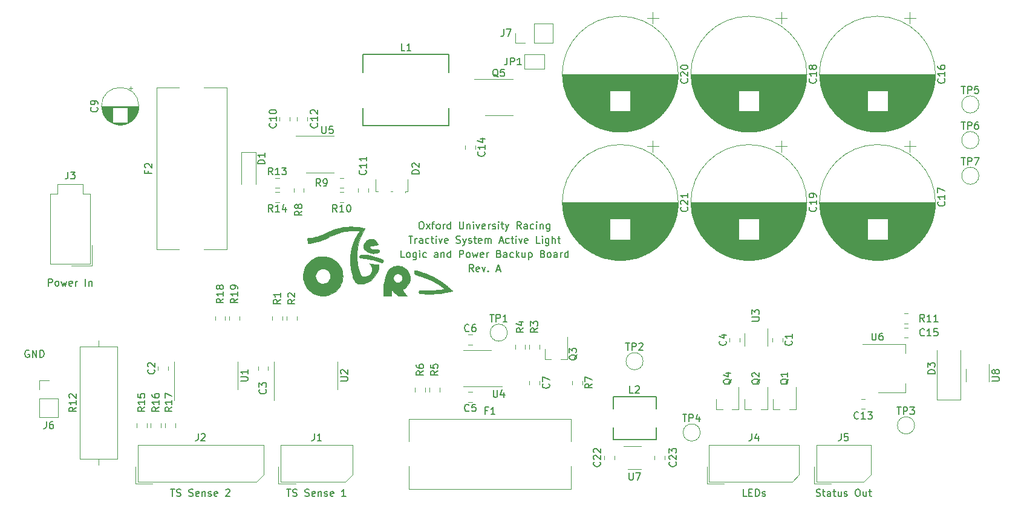
<source format=gbr>
G04 #@! TF.GenerationSoftware,KiCad,Pcbnew,5.1.5*
G04 #@! TF.CreationDate,2020-01-27T12:13:59+00:00*
G04 #@! TF.ProjectId,TSAL,5453414c-2e6b-4696-9361-645f70636258,rev?*
G04 #@! TF.SameCoordinates,PX5f5e100PY2625a00*
G04 #@! TF.FileFunction,Legend,Top*
G04 #@! TF.FilePolarity,Positive*
%FSLAX46Y46*%
G04 Gerber Fmt 4.6, Leading zero omitted, Abs format (unit mm)*
G04 Created by KiCad (PCBNEW 5.1.5) date 2020-01-27 12:13:59*
%MOMM*%
%LPD*%
G04 APERTURE LIST*
%ADD10C,0.150000*%
%ADD11C,0.120000*%
%ADD12C,0.010000*%
G04 APERTURE END LIST*
D10*
X4952380Y-39452380D02*
X4952380Y-38452380D01*
X5333333Y-38452380D01*
X5428571Y-38500000D01*
X5476190Y-38547619D01*
X5523809Y-38642857D01*
X5523809Y-38785714D01*
X5476190Y-38880952D01*
X5428571Y-38928571D01*
X5333333Y-38976190D01*
X4952380Y-38976190D01*
X6095238Y-39452380D02*
X6000000Y-39404761D01*
X5952380Y-39357142D01*
X5904761Y-39261904D01*
X5904761Y-38976190D01*
X5952380Y-38880952D01*
X6000000Y-38833333D01*
X6095238Y-38785714D01*
X6238095Y-38785714D01*
X6333333Y-38833333D01*
X6380952Y-38880952D01*
X6428571Y-38976190D01*
X6428571Y-39261904D01*
X6380952Y-39357142D01*
X6333333Y-39404761D01*
X6238095Y-39452380D01*
X6095238Y-39452380D01*
X6761904Y-38785714D02*
X6952380Y-39452380D01*
X7142857Y-38976190D01*
X7333333Y-39452380D01*
X7523809Y-38785714D01*
X8285714Y-39404761D02*
X8190476Y-39452380D01*
X8000000Y-39452380D01*
X7904761Y-39404761D01*
X7857142Y-39309523D01*
X7857142Y-38928571D01*
X7904761Y-38833333D01*
X8000000Y-38785714D01*
X8190476Y-38785714D01*
X8285714Y-38833333D01*
X8333333Y-38928571D01*
X8333333Y-39023809D01*
X7857142Y-39119047D01*
X8761904Y-39452380D02*
X8761904Y-38785714D01*
X8761904Y-38976190D02*
X8809523Y-38880952D01*
X8857142Y-38833333D01*
X8952380Y-38785714D01*
X9047619Y-38785714D01*
X10142857Y-39452380D02*
X10142857Y-38452380D01*
X10619047Y-38785714D02*
X10619047Y-39452380D01*
X10619047Y-38880952D02*
X10666666Y-38833333D01*
X10761904Y-38785714D01*
X10904761Y-38785714D01*
X11000000Y-38833333D01*
X11047619Y-38928571D01*
X11047619Y-39452380D01*
X112440476Y-68904761D02*
X112583333Y-68952380D01*
X112821428Y-68952380D01*
X112916666Y-68904761D01*
X112964285Y-68857142D01*
X113011904Y-68761904D01*
X113011904Y-68666666D01*
X112964285Y-68571428D01*
X112916666Y-68523809D01*
X112821428Y-68476190D01*
X112630952Y-68428571D01*
X112535714Y-68380952D01*
X112488095Y-68333333D01*
X112440476Y-68238095D01*
X112440476Y-68142857D01*
X112488095Y-68047619D01*
X112535714Y-68000000D01*
X112630952Y-67952380D01*
X112869047Y-67952380D01*
X113011904Y-68000000D01*
X113297619Y-68285714D02*
X113678571Y-68285714D01*
X113440476Y-67952380D02*
X113440476Y-68809523D01*
X113488095Y-68904761D01*
X113583333Y-68952380D01*
X113678571Y-68952380D01*
X114440476Y-68952380D02*
X114440476Y-68428571D01*
X114392857Y-68333333D01*
X114297619Y-68285714D01*
X114107142Y-68285714D01*
X114011904Y-68333333D01*
X114440476Y-68904761D02*
X114345238Y-68952380D01*
X114107142Y-68952380D01*
X114011904Y-68904761D01*
X113964285Y-68809523D01*
X113964285Y-68714285D01*
X114011904Y-68619047D01*
X114107142Y-68571428D01*
X114345238Y-68571428D01*
X114440476Y-68523809D01*
X114773809Y-68285714D02*
X115154761Y-68285714D01*
X114916666Y-67952380D02*
X114916666Y-68809523D01*
X114964285Y-68904761D01*
X115059523Y-68952380D01*
X115154761Y-68952380D01*
X115916666Y-68285714D02*
X115916666Y-68952380D01*
X115488095Y-68285714D02*
X115488095Y-68809523D01*
X115535714Y-68904761D01*
X115630952Y-68952380D01*
X115773809Y-68952380D01*
X115869047Y-68904761D01*
X115916666Y-68857142D01*
X116345238Y-68904761D02*
X116440476Y-68952380D01*
X116630952Y-68952380D01*
X116726190Y-68904761D01*
X116773809Y-68809523D01*
X116773809Y-68761904D01*
X116726190Y-68666666D01*
X116630952Y-68619047D01*
X116488095Y-68619047D01*
X116392857Y-68571428D01*
X116345238Y-68476190D01*
X116345238Y-68428571D01*
X116392857Y-68333333D01*
X116488095Y-68285714D01*
X116630952Y-68285714D01*
X116726190Y-68333333D01*
X118154761Y-67952380D02*
X118345238Y-67952380D01*
X118440476Y-68000000D01*
X118535714Y-68095238D01*
X118583333Y-68285714D01*
X118583333Y-68619047D01*
X118535714Y-68809523D01*
X118440476Y-68904761D01*
X118345238Y-68952380D01*
X118154761Y-68952380D01*
X118059523Y-68904761D01*
X117964285Y-68809523D01*
X117916666Y-68619047D01*
X117916666Y-68285714D01*
X117964285Y-68095238D01*
X118059523Y-68000000D01*
X118154761Y-67952380D01*
X119440476Y-68285714D02*
X119440476Y-68952380D01*
X119011904Y-68285714D02*
X119011904Y-68809523D01*
X119059523Y-68904761D01*
X119154761Y-68952380D01*
X119297619Y-68952380D01*
X119392857Y-68904761D01*
X119440476Y-68857142D01*
X119773809Y-68285714D02*
X120154761Y-68285714D01*
X119916666Y-67952380D02*
X119916666Y-68809523D01*
X119964285Y-68904761D01*
X120059523Y-68952380D01*
X120154761Y-68952380D01*
X102702380Y-68952380D02*
X102226190Y-68952380D01*
X102226190Y-67952380D01*
X103035714Y-68428571D02*
X103369047Y-68428571D01*
X103511904Y-68952380D02*
X103035714Y-68952380D01*
X103035714Y-67952380D01*
X103511904Y-67952380D01*
X103940476Y-68952380D02*
X103940476Y-67952380D01*
X104178571Y-67952380D01*
X104321428Y-68000000D01*
X104416666Y-68095238D01*
X104464285Y-68190476D01*
X104511904Y-68380952D01*
X104511904Y-68523809D01*
X104464285Y-68714285D01*
X104416666Y-68809523D01*
X104321428Y-68904761D01*
X104178571Y-68952380D01*
X103940476Y-68952380D01*
X104892857Y-68904761D02*
X104988095Y-68952380D01*
X105178571Y-68952380D01*
X105273809Y-68904761D01*
X105321428Y-68809523D01*
X105321428Y-68761904D01*
X105273809Y-68666666D01*
X105178571Y-68619047D01*
X105035714Y-68619047D01*
X104940476Y-68571428D01*
X104892857Y-68476190D01*
X104892857Y-68428571D01*
X104940476Y-68333333D01*
X105035714Y-68285714D01*
X105178571Y-68285714D01*
X105273809Y-68333333D01*
X38309523Y-67952380D02*
X38880952Y-67952380D01*
X38595238Y-68952380D02*
X38595238Y-67952380D01*
X39166666Y-68904761D02*
X39309523Y-68952380D01*
X39547619Y-68952380D01*
X39642857Y-68904761D01*
X39690476Y-68857142D01*
X39738095Y-68761904D01*
X39738095Y-68666666D01*
X39690476Y-68571428D01*
X39642857Y-68523809D01*
X39547619Y-68476190D01*
X39357142Y-68428571D01*
X39261904Y-68380952D01*
X39214285Y-68333333D01*
X39166666Y-68238095D01*
X39166666Y-68142857D01*
X39214285Y-68047619D01*
X39261904Y-68000000D01*
X39357142Y-67952380D01*
X39595238Y-67952380D01*
X39738095Y-68000000D01*
X40880952Y-68904761D02*
X41023809Y-68952380D01*
X41261904Y-68952380D01*
X41357142Y-68904761D01*
X41404761Y-68857142D01*
X41452380Y-68761904D01*
X41452380Y-68666666D01*
X41404761Y-68571428D01*
X41357142Y-68523809D01*
X41261904Y-68476190D01*
X41071428Y-68428571D01*
X40976190Y-68380952D01*
X40928571Y-68333333D01*
X40880952Y-68238095D01*
X40880952Y-68142857D01*
X40928571Y-68047619D01*
X40976190Y-68000000D01*
X41071428Y-67952380D01*
X41309523Y-67952380D01*
X41452380Y-68000000D01*
X42261904Y-68904761D02*
X42166666Y-68952380D01*
X41976190Y-68952380D01*
X41880952Y-68904761D01*
X41833333Y-68809523D01*
X41833333Y-68428571D01*
X41880952Y-68333333D01*
X41976190Y-68285714D01*
X42166666Y-68285714D01*
X42261904Y-68333333D01*
X42309523Y-68428571D01*
X42309523Y-68523809D01*
X41833333Y-68619047D01*
X42738095Y-68285714D02*
X42738095Y-68952380D01*
X42738095Y-68380952D02*
X42785714Y-68333333D01*
X42880952Y-68285714D01*
X43023809Y-68285714D01*
X43119047Y-68333333D01*
X43166666Y-68428571D01*
X43166666Y-68952380D01*
X43595238Y-68904761D02*
X43690476Y-68952380D01*
X43880952Y-68952380D01*
X43976190Y-68904761D01*
X44023809Y-68809523D01*
X44023809Y-68761904D01*
X43976190Y-68666666D01*
X43880952Y-68619047D01*
X43738095Y-68619047D01*
X43642857Y-68571428D01*
X43595238Y-68476190D01*
X43595238Y-68428571D01*
X43642857Y-68333333D01*
X43738095Y-68285714D01*
X43880952Y-68285714D01*
X43976190Y-68333333D01*
X44833333Y-68904761D02*
X44738095Y-68952380D01*
X44547619Y-68952380D01*
X44452380Y-68904761D01*
X44404761Y-68809523D01*
X44404761Y-68428571D01*
X44452380Y-68333333D01*
X44547619Y-68285714D01*
X44738095Y-68285714D01*
X44833333Y-68333333D01*
X44880952Y-68428571D01*
X44880952Y-68523809D01*
X44404761Y-68619047D01*
X46595238Y-68952380D02*
X46023809Y-68952380D01*
X46309523Y-68952380D02*
X46309523Y-67952380D01*
X46214285Y-68095238D01*
X46119047Y-68190476D01*
X46023809Y-68238095D01*
X22059523Y-67952380D02*
X22630952Y-67952380D01*
X22345238Y-68952380D02*
X22345238Y-67952380D01*
X22916666Y-68904761D02*
X23059523Y-68952380D01*
X23297619Y-68952380D01*
X23392857Y-68904761D01*
X23440476Y-68857142D01*
X23488095Y-68761904D01*
X23488095Y-68666666D01*
X23440476Y-68571428D01*
X23392857Y-68523809D01*
X23297619Y-68476190D01*
X23107142Y-68428571D01*
X23011904Y-68380952D01*
X22964285Y-68333333D01*
X22916666Y-68238095D01*
X22916666Y-68142857D01*
X22964285Y-68047619D01*
X23011904Y-68000000D01*
X23107142Y-67952380D01*
X23345238Y-67952380D01*
X23488095Y-68000000D01*
X24630952Y-68904761D02*
X24773809Y-68952380D01*
X25011904Y-68952380D01*
X25107142Y-68904761D01*
X25154761Y-68857142D01*
X25202380Y-68761904D01*
X25202380Y-68666666D01*
X25154761Y-68571428D01*
X25107142Y-68523809D01*
X25011904Y-68476190D01*
X24821428Y-68428571D01*
X24726190Y-68380952D01*
X24678571Y-68333333D01*
X24630952Y-68238095D01*
X24630952Y-68142857D01*
X24678571Y-68047619D01*
X24726190Y-68000000D01*
X24821428Y-67952380D01*
X25059523Y-67952380D01*
X25202380Y-68000000D01*
X26011904Y-68904761D02*
X25916666Y-68952380D01*
X25726190Y-68952380D01*
X25630952Y-68904761D01*
X25583333Y-68809523D01*
X25583333Y-68428571D01*
X25630952Y-68333333D01*
X25726190Y-68285714D01*
X25916666Y-68285714D01*
X26011904Y-68333333D01*
X26059523Y-68428571D01*
X26059523Y-68523809D01*
X25583333Y-68619047D01*
X26488095Y-68285714D02*
X26488095Y-68952380D01*
X26488095Y-68380952D02*
X26535714Y-68333333D01*
X26630952Y-68285714D01*
X26773809Y-68285714D01*
X26869047Y-68333333D01*
X26916666Y-68428571D01*
X26916666Y-68952380D01*
X27345238Y-68904761D02*
X27440476Y-68952380D01*
X27630952Y-68952380D01*
X27726190Y-68904761D01*
X27773809Y-68809523D01*
X27773809Y-68761904D01*
X27726190Y-68666666D01*
X27630952Y-68619047D01*
X27488095Y-68619047D01*
X27392857Y-68571428D01*
X27345238Y-68476190D01*
X27345238Y-68428571D01*
X27392857Y-68333333D01*
X27488095Y-68285714D01*
X27630952Y-68285714D01*
X27726190Y-68333333D01*
X28583333Y-68904761D02*
X28488095Y-68952380D01*
X28297619Y-68952380D01*
X28202380Y-68904761D01*
X28154761Y-68809523D01*
X28154761Y-68428571D01*
X28202380Y-68333333D01*
X28297619Y-68285714D01*
X28488095Y-68285714D01*
X28583333Y-68333333D01*
X28630952Y-68428571D01*
X28630952Y-68523809D01*
X28154761Y-68619047D01*
X29773809Y-68047619D02*
X29821428Y-68000000D01*
X29916666Y-67952380D01*
X30154761Y-67952380D01*
X30250000Y-68000000D01*
X30297619Y-68047619D01*
X30345238Y-68142857D01*
X30345238Y-68238095D01*
X30297619Y-68380952D01*
X29726190Y-68952380D01*
X30345238Y-68952380D01*
X2238095Y-48500000D02*
X2142857Y-48452380D01*
X2000000Y-48452380D01*
X1857142Y-48500000D01*
X1761904Y-48595238D01*
X1714285Y-48690476D01*
X1666666Y-48880952D01*
X1666666Y-49023809D01*
X1714285Y-49214285D01*
X1761904Y-49309523D01*
X1857142Y-49404761D01*
X2000000Y-49452380D01*
X2095238Y-49452380D01*
X2238095Y-49404761D01*
X2285714Y-49357142D01*
X2285714Y-49023809D01*
X2095238Y-49023809D01*
X2714285Y-49452380D02*
X2714285Y-48452380D01*
X3285714Y-49452380D01*
X3285714Y-48452380D01*
X3761904Y-49452380D02*
X3761904Y-48452380D01*
X4000000Y-48452380D01*
X4142857Y-48500000D01*
X4238095Y-48595238D01*
X4285714Y-48690476D01*
X4333333Y-48880952D01*
X4333333Y-49023809D01*
X4285714Y-49214285D01*
X4238095Y-49309523D01*
X4142857Y-49404761D01*
X4000000Y-49452380D01*
X3761904Y-49452380D01*
X64452380Y-37452380D02*
X64119047Y-36976190D01*
X63880952Y-37452380D02*
X63880952Y-36452380D01*
X64261904Y-36452380D01*
X64357142Y-36500000D01*
X64404761Y-36547619D01*
X64452380Y-36642857D01*
X64452380Y-36785714D01*
X64404761Y-36880952D01*
X64357142Y-36928571D01*
X64261904Y-36976190D01*
X63880952Y-36976190D01*
X65261904Y-37404761D02*
X65166666Y-37452380D01*
X64976190Y-37452380D01*
X64880952Y-37404761D01*
X64833333Y-37309523D01*
X64833333Y-36928571D01*
X64880952Y-36833333D01*
X64976190Y-36785714D01*
X65166666Y-36785714D01*
X65261904Y-36833333D01*
X65309523Y-36928571D01*
X65309523Y-37023809D01*
X64833333Y-37119047D01*
X65642857Y-36785714D02*
X65880952Y-37452380D01*
X66119047Y-36785714D01*
X66500000Y-37357142D02*
X66547619Y-37404761D01*
X66500000Y-37452380D01*
X66452380Y-37404761D01*
X66500000Y-37357142D01*
X66500000Y-37452380D01*
X67690476Y-37166666D02*
X68166666Y-37166666D01*
X67595238Y-37452380D02*
X67928571Y-36452380D01*
X68261904Y-37452380D01*
X54785714Y-35452380D02*
X54309523Y-35452380D01*
X54309523Y-34452380D01*
X55261904Y-35452380D02*
X55166666Y-35404761D01*
X55119047Y-35357142D01*
X55071428Y-35261904D01*
X55071428Y-34976190D01*
X55119047Y-34880952D01*
X55166666Y-34833333D01*
X55261904Y-34785714D01*
X55404761Y-34785714D01*
X55500000Y-34833333D01*
X55547619Y-34880952D01*
X55595238Y-34976190D01*
X55595238Y-35261904D01*
X55547619Y-35357142D01*
X55500000Y-35404761D01*
X55404761Y-35452380D01*
X55261904Y-35452380D01*
X56452380Y-34785714D02*
X56452380Y-35595238D01*
X56404761Y-35690476D01*
X56357142Y-35738095D01*
X56261904Y-35785714D01*
X56119047Y-35785714D01*
X56023809Y-35738095D01*
X56452380Y-35404761D02*
X56357142Y-35452380D01*
X56166666Y-35452380D01*
X56071428Y-35404761D01*
X56023809Y-35357142D01*
X55976190Y-35261904D01*
X55976190Y-34976190D01*
X56023809Y-34880952D01*
X56071428Y-34833333D01*
X56166666Y-34785714D01*
X56357142Y-34785714D01*
X56452380Y-34833333D01*
X56928571Y-35452380D02*
X56928571Y-34785714D01*
X56928571Y-34452380D02*
X56880952Y-34500000D01*
X56928571Y-34547619D01*
X56976190Y-34500000D01*
X56928571Y-34452380D01*
X56928571Y-34547619D01*
X57833333Y-35404761D02*
X57738095Y-35452380D01*
X57547619Y-35452380D01*
X57452380Y-35404761D01*
X57404761Y-35357142D01*
X57357142Y-35261904D01*
X57357142Y-34976190D01*
X57404761Y-34880952D01*
X57452380Y-34833333D01*
X57547619Y-34785714D01*
X57738095Y-34785714D01*
X57833333Y-34833333D01*
X59452380Y-35452380D02*
X59452380Y-34928571D01*
X59404761Y-34833333D01*
X59309523Y-34785714D01*
X59119047Y-34785714D01*
X59023809Y-34833333D01*
X59452380Y-35404761D02*
X59357142Y-35452380D01*
X59119047Y-35452380D01*
X59023809Y-35404761D01*
X58976190Y-35309523D01*
X58976190Y-35214285D01*
X59023809Y-35119047D01*
X59119047Y-35071428D01*
X59357142Y-35071428D01*
X59452380Y-35023809D01*
X59928571Y-34785714D02*
X59928571Y-35452380D01*
X59928571Y-34880952D02*
X59976190Y-34833333D01*
X60071428Y-34785714D01*
X60214285Y-34785714D01*
X60309523Y-34833333D01*
X60357142Y-34928571D01*
X60357142Y-35452380D01*
X61261904Y-35452380D02*
X61261904Y-34452380D01*
X61261904Y-35404761D02*
X61166666Y-35452380D01*
X60976190Y-35452380D01*
X60880952Y-35404761D01*
X60833333Y-35357142D01*
X60785714Y-35261904D01*
X60785714Y-34976190D01*
X60833333Y-34880952D01*
X60880952Y-34833333D01*
X60976190Y-34785714D01*
X61166666Y-34785714D01*
X61261904Y-34833333D01*
X62500000Y-35452380D02*
X62500000Y-34452380D01*
X62880952Y-34452380D01*
X62976190Y-34500000D01*
X63023809Y-34547619D01*
X63071428Y-34642857D01*
X63071428Y-34785714D01*
X63023809Y-34880952D01*
X62976190Y-34928571D01*
X62880952Y-34976190D01*
X62500000Y-34976190D01*
X63642857Y-35452380D02*
X63547619Y-35404761D01*
X63500000Y-35357142D01*
X63452380Y-35261904D01*
X63452380Y-34976190D01*
X63500000Y-34880952D01*
X63547619Y-34833333D01*
X63642857Y-34785714D01*
X63785714Y-34785714D01*
X63880952Y-34833333D01*
X63928571Y-34880952D01*
X63976190Y-34976190D01*
X63976190Y-35261904D01*
X63928571Y-35357142D01*
X63880952Y-35404761D01*
X63785714Y-35452380D01*
X63642857Y-35452380D01*
X64309523Y-34785714D02*
X64500000Y-35452380D01*
X64690476Y-34976190D01*
X64880952Y-35452380D01*
X65071428Y-34785714D01*
X65833333Y-35404761D02*
X65738095Y-35452380D01*
X65547619Y-35452380D01*
X65452380Y-35404761D01*
X65404761Y-35309523D01*
X65404761Y-34928571D01*
X65452380Y-34833333D01*
X65547619Y-34785714D01*
X65738095Y-34785714D01*
X65833333Y-34833333D01*
X65880952Y-34928571D01*
X65880952Y-35023809D01*
X65404761Y-35119047D01*
X66309523Y-35452380D02*
X66309523Y-34785714D01*
X66309523Y-34976190D02*
X66357142Y-34880952D01*
X66404761Y-34833333D01*
X66500000Y-34785714D01*
X66595238Y-34785714D01*
X68023809Y-34928571D02*
X68166666Y-34976190D01*
X68214285Y-35023809D01*
X68261904Y-35119047D01*
X68261904Y-35261904D01*
X68214285Y-35357142D01*
X68166666Y-35404761D01*
X68071428Y-35452380D01*
X67690476Y-35452380D01*
X67690476Y-34452380D01*
X68023809Y-34452380D01*
X68119047Y-34500000D01*
X68166666Y-34547619D01*
X68214285Y-34642857D01*
X68214285Y-34738095D01*
X68166666Y-34833333D01*
X68119047Y-34880952D01*
X68023809Y-34928571D01*
X67690476Y-34928571D01*
X69119047Y-35452380D02*
X69119047Y-34928571D01*
X69071428Y-34833333D01*
X68976190Y-34785714D01*
X68785714Y-34785714D01*
X68690476Y-34833333D01*
X69119047Y-35404761D02*
X69023809Y-35452380D01*
X68785714Y-35452380D01*
X68690476Y-35404761D01*
X68642857Y-35309523D01*
X68642857Y-35214285D01*
X68690476Y-35119047D01*
X68785714Y-35071428D01*
X69023809Y-35071428D01*
X69119047Y-35023809D01*
X70023809Y-35404761D02*
X69928571Y-35452380D01*
X69738095Y-35452380D01*
X69642857Y-35404761D01*
X69595238Y-35357142D01*
X69547619Y-35261904D01*
X69547619Y-34976190D01*
X69595238Y-34880952D01*
X69642857Y-34833333D01*
X69738095Y-34785714D01*
X69928571Y-34785714D01*
X70023809Y-34833333D01*
X70452380Y-35452380D02*
X70452380Y-34452380D01*
X70547619Y-35071428D02*
X70833333Y-35452380D01*
X70833333Y-34785714D02*
X70452380Y-35166666D01*
X71690476Y-34785714D02*
X71690476Y-35452380D01*
X71261904Y-34785714D02*
X71261904Y-35309523D01*
X71309523Y-35404761D01*
X71404761Y-35452380D01*
X71547619Y-35452380D01*
X71642857Y-35404761D01*
X71690476Y-35357142D01*
X72166666Y-34785714D02*
X72166666Y-35785714D01*
X72166666Y-34833333D02*
X72261904Y-34785714D01*
X72452380Y-34785714D01*
X72547619Y-34833333D01*
X72595238Y-34880952D01*
X72642857Y-34976190D01*
X72642857Y-35261904D01*
X72595238Y-35357142D01*
X72547619Y-35404761D01*
X72452380Y-35452380D01*
X72261904Y-35452380D01*
X72166666Y-35404761D01*
X74166666Y-34928571D02*
X74309523Y-34976190D01*
X74357142Y-35023809D01*
X74404761Y-35119047D01*
X74404761Y-35261904D01*
X74357142Y-35357142D01*
X74309523Y-35404761D01*
X74214285Y-35452380D01*
X73833333Y-35452380D01*
X73833333Y-34452380D01*
X74166666Y-34452380D01*
X74261904Y-34500000D01*
X74309523Y-34547619D01*
X74357142Y-34642857D01*
X74357142Y-34738095D01*
X74309523Y-34833333D01*
X74261904Y-34880952D01*
X74166666Y-34928571D01*
X73833333Y-34928571D01*
X74976190Y-35452380D02*
X74880952Y-35404761D01*
X74833333Y-35357142D01*
X74785714Y-35261904D01*
X74785714Y-34976190D01*
X74833333Y-34880952D01*
X74880952Y-34833333D01*
X74976190Y-34785714D01*
X75119047Y-34785714D01*
X75214285Y-34833333D01*
X75261904Y-34880952D01*
X75309523Y-34976190D01*
X75309523Y-35261904D01*
X75261904Y-35357142D01*
X75214285Y-35404761D01*
X75119047Y-35452380D01*
X74976190Y-35452380D01*
X76166666Y-35452380D02*
X76166666Y-34928571D01*
X76119047Y-34833333D01*
X76023809Y-34785714D01*
X75833333Y-34785714D01*
X75738095Y-34833333D01*
X76166666Y-35404761D02*
X76071428Y-35452380D01*
X75833333Y-35452380D01*
X75738095Y-35404761D01*
X75690476Y-35309523D01*
X75690476Y-35214285D01*
X75738095Y-35119047D01*
X75833333Y-35071428D01*
X76071428Y-35071428D01*
X76166666Y-35023809D01*
X76642857Y-35452380D02*
X76642857Y-34785714D01*
X76642857Y-34976190D02*
X76690476Y-34880952D01*
X76738095Y-34833333D01*
X76833333Y-34785714D01*
X76928571Y-34785714D01*
X77690476Y-35452380D02*
X77690476Y-34452380D01*
X77690476Y-35404761D02*
X77595238Y-35452380D01*
X77404761Y-35452380D01*
X77309523Y-35404761D01*
X77261904Y-35357142D01*
X77214285Y-35261904D01*
X77214285Y-34976190D01*
X77261904Y-34880952D01*
X77309523Y-34833333D01*
X77404761Y-34785714D01*
X77595238Y-34785714D01*
X77690476Y-34833333D01*
X55380952Y-32452380D02*
X55952380Y-32452380D01*
X55666666Y-33452380D02*
X55666666Y-32452380D01*
X56285714Y-33452380D02*
X56285714Y-32785714D01*
X56285714Y-32976190D02*
X56333333Y-32880952D01*
X56380952Y-32833333D01*
X56476190Y-32785714D01*
X56571428Y-32785714D01*
X57333333Y-33452380D02*
X57333333Y-32928571D01*
X57285714Y-32833333D01*
X57190476Y-32785714D01*
X56999999Y-32785714D01*
X56904761Y-32833333D01*
X57333333Y-33404761D02*
X57238095Y-33452380D01*
X56999999Y-33452380D01*
X56904761Y-33404761D01*
X56857142Y-33309523D01*
X56857142Y-33214285D01*
X56904761Y-33119047D01*
X56999999Y-33071428D01*
X57238095Y-33071428D01*
X57333333Y-33023809D01*
X58238095Y-33404761D02*
X58142857Y-33452380D01*
X57952380Y-33452380D01*
X57857142Y-33404761D01*
X57809523Y-33357142D01*
X57761904Y-33261904D01*
X57761904Y-32976190D01*
X57809523Y-32880952D01*
X57857142Y-32833333D01*
X57952380Y-32785714D01*
X58142857Y-32785714D01*
X58238095Y-32833333D01*
X58523809Y-32785714D02*
X58904761Y-32785714D01*
X58666666Y-32452380D02*
X58666666Y-33309523D01*
X58714285Y-33404761D01*
X58809523Y-33452380D01*
X58904761Y-33452380D01*
X59238095Y-33452380D02*
X59238095Y-32785714D01*
X59238095Y-32452380D02*
X59190476Y-32500000D01*
X59238095Y-32547619D01*
X59285714Y-32500000D01*
X59238095Y-32452380D01*
X59238095Y-32547619D01*
X59619047Y-32785714D02*
X59857142Y-33452380D01*
X60095238Y-32785714D01*
X60857142Y-33404761D02*
X60761904Y-33452380D01*
X60571428Y-33452380D01*
X60476190Y-33404761D01*
X60428571Y-33309523D01*
X60428571Y-32928571D01*
X60476190Y-32833333D01*
X60571428Y-32785714D01*
X60761904Y-32785714D01*
X60857142Y-32833333D01*
X60904761Y-32928571D01*
X60904761Y-33023809D01*
X60428571Y-33119047D01*
X62047619Y-33404761D02*
X62190476Y-33452380D01*
X62428571Y-33452380D01*
X62523809Y-33404761D01*
X62571428Y-33357142D01*
X62619047Y-33261904D01*
X62619047Y-33166666D01*
X62571428Y-33071428D01*
X62523809Y-33023809D01*
X62428571Y-32976190D01*
X62238095Y-32928571D01*
X62142857Y-32880952D01*
X62095238Y-32833333D01*
X62047619Y-32738095D01*
X62047619Y-32642857D01*
X62095238Y-32547619D01*
X62142857Y-32500000D01*
X62238095Y-32452380D01*
X62476190Y-32452380D01*
X62619047Y-32500000D01*
X62952380Y-32785714D02*
X63190476Y-33452380D01*
X63428571Y-32785714D02*
X63190476Y-33452380D01*
X63095238Y-33690476D01*
X63047619Y-33738095D01*
X62952380Y-33785714D01*
X63761904Y-33404761D02*
X63857142Y-33452380D01*
X64047619Y-33452380D01*
X64142857Y-33404761D01*
X64190476Y-33309523D01*
X64190476Y-33261904D01*
X64142857Y-33166666D01*
X64047619Y-33119047D01*
X63904761Y-33119047D01*
X63809523Y-33071428D01*
X63761904Y-32976190D01*
X63761904Y-32928571D01*
X63809523Y-32833333D01*
X63904761Y-32785714D01*
X64047619Y-32785714D01*
X64142857Y-32833333D01*
X64476190Y-32785714D02*
X64857142Y-32785714D01*
X64619047Y-32452380D02*
X64619047Y-33309523D01*
X64666666Y-33404761D01*
X64761904Y-33452380D01*
X64857142Y-33452380D01*
X65571428Y-33404761D02*
X65476190Y-33452380D01*
X65285714Y-33452380D01*
X65190476Y-33404761D01*
X65142857Y-33309523D01*
X65142857Y-32928571D01*
X65190476Y-32833333D01*
X65285714Y-32785714D01*
X65476190Y-32785714D01*
X65571428Y-32833333D01*
X65619047Y-32928571D01*
X65619047Y-33023809D01*
X65142857Y-33119047D01*
X66047619Y-33452380D02*
X66047619Y-32785714D01*
X66047619Y-32880952D02*
X66095238Y-32833333D01*
X66190476Y-32785714D01*
X66333333Y-32785714D01*
X66428571Y-32833333D01*
X66476190Y-32928571D01*
X66476190Y-33452380D01*
X66476190Y-32928571D02*
X66523809Y-32833333D01*
X66619047Y-32785714D01*
X66761904Y-32785714D01*
X66857142Y-32833333D01*
X66904761Y-32928571D01*
X66904761Y-33452380D01*
X68095238Y-33166666D02*
X68571428Y-33166666D01*
X67999999Y-33452380D02*
X68333333Y-32452380D01*
X68666666Y-33452380D01*
X69428571Y-33404761D02*
X69333333Y-33452380D01*
X69142857Y-33452380D01*
X69047619Y-33404761D01*
X68999999Y-33357142D01*
X68952380Y-33261904D01*
X68952380Y-32976190D01*
X68999999Y-32880952D01*
X69047619Y-32833333D01*
X69142857Y-32785714D01*
X69333333Y-32785714D01*
X69428571Y-32833333D01*
X69714285Y-32785714D02*
X70095238Y-32785714D01*
X69857142Y-32452380D02*
X69857142Y-33309523D01*
X69904761Y-33404761D01*
X69999999Y-33452380D01*
X70095238Y-33452380D01*
X70428571Y-33452380D02*
X70428571Y-32785714D01*
X70428571Y-32452380D02*
X70380952Y-32500000D01*
X70428571Y-32547619D01*
X70476190Y-32500000D01*
X70428571Y-32452380D01*
X70428571Y-32547619D01*
X70809523Y-32785714D02*
X71047619Y-33452380D01*
X71285714Y-32785714D01*
X72047619Y-33404761D02*
X71952380Y-33452380D01*
X71761904Y-33452380D01*
X71666666Y-33404761D01*
X71619047Y-33309523D01*
X71619047Y-32928571D01*
X71666666Y-32833333D01*
X71761904Y-32785714D01*
X71952380Y-32785714D01*
X72047619Y-32833333D01*
X72095238Y-32928571D01*
X72095238Y-33023809D01*
X71619047Y-33119047D01*
X73761904Y-33452380D02*
X73285714Y-33452380D01*
X73285714Y-32452380D01*
X74095238Y-33452380D02*
X74095238Y-32785714D01*
X74095238Y-32452380D02*
X74047619Y-32500000D01*
X74095238Y-32547619D01*
X74142857Y-32500000D01*
X74095238Y-32452380D01*
X74095238Y-32547619D01*
X74999999Y-32785714D02*
X74999999Y-33595238D01*
X74952380Y-33690476D01*
X74904761Y-33738095D01*
X74809523Y-33785714D01*
X74666666Y-33785714D01*
X74571428Y-33738095D01*
X74999999Y-33404761D02*
X74904761Y-33452380D01*
X74714285Y-33452380D01*
X74619047Y-33404761D01*
X74571428Y-33357142D01*
X74523809Y-33261904D01*
X74523809Y-32976190D01*
X74571428Y-32880952D01*
X74619047Y-32833333D01*
X74714285Y-32785714D01*
X74904761Y-32785714D01*
X74999999Y-32833333D01*
X75476190Y-33452380D02*
X75476190Y-32452380D01*
X75904761Y-33452380D02*
X75904761Y-32928571D01*
X75857142Y-32833333D01*
X75761904Y-32785714D01*
X75619047Y-32785714D01*
X75523809Y-32833333D01*
X75476190Y-32880952D01*
X76238095Y-32785714D02*
X76619047Y-32785714D01*
X76380952Y-32452380D02*
X76380952Y-33309523D01*
X76428571Y-33404761D01*
X76523809Y-33452380D01*
X76619047Y-33452380D01*
X57071428Y-30452380D02*
X57261904Y-30452380D01*
X57357142Y-30500000D01*
X57452380Y-30595238D01*
X57500000Y-30785714D01*
X57500000Y-31119047D01*
X57452380Y-31309523D01*
X57357142Y-31404761D01*
X57261904Y-31452380D01*
X57071428Y-31452380D01*
X56976190Y-31404761D01*
X56880952Y-31309523D01*
X56833333Y-31119047D01*
X56833333Y-30785714D01*
X56880952Y-30595238D01*
X56976190Y-30500000D01*
X57071428Y-30452380D01*
X57833333Y-31452380D02*
X58357142Y-30785714D01*
X57833333Y-30785714D02*
X58357142Y-31452380D01*
X58595238Y-30785714D02*
X58976190Y-30785714D01*
X58738095Y-31452380D02*
X58738095Y-30595238D01*
X58785714Y-30500000D01*
X58880952Y-30452380D01*
X58976190Y-30452380D01*
X59452380Y-31452380D02*
X59357142Y-31404761D01*
X59309523Y-31357142D01*
X59261904Y-31261904D01*
X59261904Y-30976190D01*
X59309523Y-30880952D01*
X59357142Y-30833333D01*
X59452380Y-30785714D01*
X59595238Y-30785714D01*
X59690476Y-30833333D01*
X59738095Y-30880952D01*
X59785714Y-30976190D01*
X59785714Y-31261904D01*
X59738095Y-31357142D01*
X59690476Y-31404761D01*
X59595238Y-31452380D01*
X59452380Y-31452380D01*
X60214285Y-31452380D02*
X60214285Y-30785714D01*
X60214285Y-30976190D02*
X60261904Y-30880952D01*
X60309523Y-30833333D01*
X60404761Y-30785714D01*
X60500000Y-30785714D01*
X61261904Y-31452380D02*
X61261904Y-30452380D01*
X61261904Y-31404761D02*
X61166666Y-31452380D01*
X60976190Y-31452380D01*
X60880952Y-31404761D01*
X60833333Y-31357142D01*
X60785714Y-31261904D01*
X60785714Y-30976190D01*
X60833333Y-30880952D01*
X60880952Y-30833333D01*
X60976190Y-30785714D01*
X61166666Y-30785714D01*
X61261904Y-30833333D01*
X62500000Y-30452380D02*
X62500000Y-31261904D01*
X62547619Y-31357142D01*
X62595238Y-31404761D01*
X62690476Y-31452380D01*
X62880952Y-31452380D01*
X62976190Y-31404761D01*
X63023809Y-31357142D01*
X63071428Y-31261904D01*
X63071428Y-30452380D01*
X63547619Y-30785714D02*
X63547619Y-31452380D01*
X63547619Y-30880952D02*
X63595238Y-30833333D01*
X63690476Y-30785714D01*
X63833333Y-30785714D01*
X63928571Y-30833333D01*
X63976190Y-30928571D01*
X63976190Y-31452380D01*
X64452380Y-31452380D02*
X64452380Y-30785714D01*
X64452380Y-30452380D02*
X64404761Y-30500000D01*
X64452380Y-30547619D01*
X64500000Y-30500000D01*
X64452380Y-30452380D01*
X64452380Y-30547619D01*
X64833333Y-30785714D02*
X65071428Y-31452380D01*
X65309523Y-30785714D01*
X66071428Y-31404761D02*
X65976190Y-31452380D01*
X65785714Y-31452380D01*
X65690476Y-31404761D01*
X65642857Y-31309523D01*
X65642857Y-30928571D01*
X65690476Y-30833333D01*
X65785714Y-30785714D01*
X65976190Y-30785714D01*
X66071428Y-30833333D01*
X66119047Y-30928571D01*
X66119047Y-31023809D01*
X65642857Y-31119047D01*
X66547619Y-31452380D02*
X66547619Y-30785714D01*
X66547619Y-30976190D02*
X66595238Y-30880952D01*
X66642857Y-30833333D01*
X66738095Y-30785714D01*
X66833333Y-30785714D01*
X67119047Y-31404761D02*
X67214285Y-31452380D01*
X67404761Y-31452380D01*
X67500000Y-31404761D01*
X67547619Y-31309523D01*
X67547619Y-31261904D01*
X67500000Y-31166666D01*
X67404761Y-31119047D01*
X67261904Y-31119047D01*
X67166666Y-31071428D01*
X67119047Y-30976190D01*
X67119047Y-30928571D01*
X67166666Y-30833333D01*
X67261904Y-30785714D01*
X67404761Y-30785714D01*
X67500000Y-30833333D01*
X67976190Y-31452380D02*
X67976190Y-30785714D01*
X67976190Y-30452380D02*
X67928571Y-30500000D01*
X67976190Y-30547619D01*
X68023809Y-30500000D01*
X67976190Y-30452380D01*
X67976190Y-30547619D01*
X68309523Y-30785714D02*
X68690476Y-30785714D01*
X68452380Y-30452380D02*
X68452380Y-31309523D01*
X68500000Y-31404761D01*
X68595238Y-31452380D01*
X68690476Y-31452380D01*
X68928571Y-30785714D02*
X69166666Y-31452380D01*
X69404761Y-30785714D02*
X69166666Y-31452380D01*
X69071428Y-31690476D01*
X69023809Y-31738095D01*
X68928571Y-31785714D01*
X71119047Y-31452380D02*
X70785714Y-30976190D01*
X70547619Y-31452380D02*
X70547619Y-30452380D01*
X70928571Y-30452380D01*
X71023809Y-30500000D01*
X71071428Y-30547619D01*
X71119047Y-30642857D01*
X71119047Y-30785714D01*
X71071428Y-30880952D01*
X71023809Y-30928571D01*
X70928571Y-30976190D01*
X70547619Y-30976190D01*
X71976190Y-31452380D02*
X71976190Y-30928571D01*
X71928571Y-30833333D01*
X71833333Y-30785714D01*
X71642857Y-30785714D01*
X71547619Y-30833333D01*
X71976190Y-31404761D02*
X71880952Y-31452380D01*
X71642857Y-31452380D01*
X71547619Y-31404761D01*
X71500000Y-31309523D01*
X71500000Y-31214285D01*
X71547619Y-31119047D01*
X71642857Y-31071428D01*
X71880952Y-31071428D01*
X71976190Y-31023809D01*
X72880952Y-31404761D02*
X72785714Y-31452380D01*
X72595238Y-31452380D01*
X72500000Y-31404761D01*
X72452380Y-31357142D01*
X72404761Y-31261904D01*
X72404761Y-30976190D01*
X72452380Y-30880952D01*
X72500000Y-30833333D01*
X72595238Y-30785714D01*
X72785714Y-30785714D01*
X72880952Y-30833333D01*
X73309523Y-31452380D02*
X73309523Y-30785714D01*
X73309523Y-30452380D02*
X73261904Y-30500000D01*
X73309523Y-30547619D01*
X73357142Y-30500000D01*
X73309523Y-30452380D01*
X73309523Y-30547619D01*
X73785714Y-30785714D02*
X73785714Y-31452380D01*
X73785714Y-30880952D02*
X73833333Y-30833333D01*
X73928571Y-30785714D01*
X74071428Y-30785714D01*
X74166666Y-30833333D01*
X74214285Y-30928571D01*
X74214285Y-31452380D01*
X75119047Y-30785714D02*
X75119047Y-31595238D01*
X75071428Y-31690476D01*
X75023809Y-31738095D01*
X74928571Y-31785714D01*
X74785714Y-31785714D01*
X74690476Y-31738095D01*
X75119047Y-31404761D02*
X75023809Y-31452380D01*
X74833333Y-31452380D01*
X74738095Y-31404761D01*
X74690476Y-31357142D01*
X74642857Y-31261904D01*
X74642857Y-30976190D01*
X74690476Y-30880952D01*
X74738095Y-30833333D01*
X74833333Y-30785714D01*
X75023809Y-30785714D01*
X75119047Y-30833333D01*
D11*
X135200000Y-24000000D02*
G75*
G03X135200000Y-24000000I-1200000J0D01*
G01*
X135200000Y-19000000D02*
G75*
G03X135200000Y-19000000I-1200000J0D01*
G01*
X135200000Y-14000000D02*
G75*
G03X135200000Y-14000000I-1200000J0D01*
G01*
X96200000Y-60000000D02*
G75*
G03X96200000Y-60000000I-1200000J0D01*
G01*
X126200000Y-59000000D02*
G75*
G03X126200000Y-59000000I-1200000J0D01*
G01*
X88200000Y-50000000D02*
G75*
G03X88200000Y-50000000I-1200000J0D01*
G01*
X69200000Y-46000000D02*
G75*
G03X69200000Y-46000000I-1200000J0D01*
G01*
X68000000Y-10440000D02*
X64550000Y-10440000D01*
X68000000Y-10440000D02*
X69950000Y-10440000D01*
X68000000Y-15560000D02*
X66050000Y-15560000D01*
X68000000Y-15560000D02*
X69950000Y-15560000D01*
X43000000Y-18440000D02*
X39550000Y-18440000D01*
X43000000Y-18440000D02*
X44950000Y-18440000D01*
X43000000Y-23560000D02*
X41050000Y-23560000D01*
X43000000Y-23560000D02*
X44950000Y-23560000D01*
X136610000Y-52900000D02*
X136610000Y-50450000D01*
X133390000Y-51100000D02*
X133390000Y-52900000D01*
X129350000Y-55400000D02*
X129350000Y-48500000D01*
X132650000Y-55400000D02*
X132650000Y-48500000D01*
X129350000Y-55400000D02*
X132650000Y-55400000D01*
D10*
X61000000Y-7000000D02*
X61000000Y-9500000D01*
X61000000Y-17000000D02*
X61000000Y-14500000D01*
X49000000Y-17000000D02*
X49000000Y-14500000D01*
X49000000Y-7000000D02*
X49000000Y-9500000D01*
X49000000Y-17000000D02*
X61000000Y-17000000D01*
X49000000Y-7000000D02*
X61000000Y-7000000D01*
X84000000Y-61000000D02*
X90000000Y-61000000D01*
X84000000Y-55000000D02*
X90000000Y-55000000D01*
X84000000Y-61000000D02*
X84000000Y-59300000D01*
X84000000Y-56700000D02*
X84000000Y-55000000D01*
X90000000Y-56700000D02*
X90000000Y-55000000D01*
X90000000Y-61000000D02*
X90000000Y-59300000D01*
D11*
X36738748Y-27710000D02*
X37261252Y-27710000D01*
X36738748Y-26290000D02*
X37261252Y-26290000D01*
X36738748Y-25710000D02*
X37261252Y-25710000D01*
X36738748Y-24290000D02*
X37261252Y-24290000D01*
X34000000Y-20700000D02*
X32000000Y-20700000D01*
X32000000Y-20700000D02*
X32000000Y-25150000D01*
X34000000Y-20700000D02*
X34000000Y-25150000D01*
D12*
G36*
X50270276Y-32881529D02*
G01*
X50446823Y-32917887D01*
X50608200Y-32987967D01*
X50646733Y-33011774D01*
X50713716Y-33066380D01*
X50793870Y-33147420D01*
X50878654Y-33244990D01*
X50959528Y-33349182D01*
X51027952Y-33450090D01*
X51036014Y-33463328D01*
X51084408Y-33545123D01*
X51110142Y-33598360D01*
X51111631Y-33631194D01*
X51087295Y-33651780D01*
X51035552Y-33668271D01*
X50994225Y-33678705D01*
X50853322Y-33710217D01*
X50700501Y-33737908D01*
X50549487Y-33759750D01*
X50414000Y-33773717D01*
X50322666Y-33777879D01*
X50182976Y-33790848D01*
X50076425Y-33828933D01*
X50001611Y-33892778D01*
X49973997Y-33938016D01*
X49950584Y-33995804D01*
X49947675Y-34041625D01*
X49963947Y-34099781D01*
X49965019Y-34102825D01*
X49997123Y-34166769D01*
X50038793Y-34218325D01*
X50047500Y-34225533D01*
X50113552Y-34258296D01*
X50216556Y-34288299D01*
X50351171Y-34314677D01*
X50512058Y-34336562D01*
X50693877Y-34353090D01*
X50891289Y-34363395D01*
X50899458Y-34363667D01*
X51275166Y-34375868D01*
X51274877Y-34484142D01*
X51272166Y-34576468D01*
X51259480Y-34638073D01*
X51229101Y-34680512D01*
X51173308Y-34715337D01*
X51098351Y-34748322D01*
X50898044Y-34814665D01*
X50678889Y-34858081D01*
X50454250Y-34877279D01*
X50237491Y-34870967D01*
X50079250Y-34846796D01*
X49834332Y-34775435D01*
X49611070Y-34672320D01*
X49398284Y-34532254D01*
X49391333Y-34526958D01*
X49289530Y-34445815D01*
X49217099Y-34378019D01*
X49167440Y-34314600D01*
X49133953Y-34246590D01*
X49110037Y-34165018D01*
X49103624Y-34136002D01*
X49081483Y-33931296D01*
X49100292Y-33729999D01*
X49158677Y-33536488D01*
X49255267Y-33355142D01*
X49388687Y-33190340D01*
X49405369Y-33173590D01*
X49552605Y-33055044D01*
X49719724Y-32965651D01*
X49899716Y-32906325D01*
X50085570Y-32877980D01*
X50270276Y-32881529D01*
G37*
X50270276Y-32881529D02*
X50446823Y-32917887D01*
X50608200Y-32987967D01*
X50646733Y-33011774D01*
X50713716Y-33066380D01*
X50793870Y-33147420D01*
X50878654Y-33244990D01*
X50959528Y-33349182D01*
X51027952Y-33450090D01*
X51036014Y-33463328D01*
X51084408Y-33545123D01*
X51110142Y-33598360D01*
X51111631Y-33631194D01*
X51087295Y-33651780D01*
X51035552Y-33668271D01*
X50994225Y-33678705D01*
X50853322Y-33710217D01*
X50700501Y-33737908D01*
X50549487Y-33759750D01*
X50414000Y-33773717D01*
X50322666Y-33777879D01*
X50182976Y-33790848D01*
X50076425Y-33828933D01*
X50001611Y-33892778D01*
X49973997Y-33938016D01*
X49950584Y-33995804D01*
X49947675Y-34041625D01*
X49963947Y-34099781D01*
X49965019Y-34102825D01*
X49997123Y-34166769D01*
X50038793Y-34218325D01*
X50047500Y-34225533D01*
X50113552Y-34258296D01*
X50216556Y-34288299D01*
X50351171Y-34314677D01*
X50512058Y-34336562D01*
X50693877Y-34353090D01*
X50891289Y-34363395D01*
X50899458Y-34363667D01*
X51275166Y-34375868D01*
X51274877Y-34484142D01*
X51272166Y-34576468D01*
X51259480Y-34638073D01*
X51229101Y-34680512D01*
X51173308Y-34715337D01*
X51098351Y-34748322D01*
X50898044Y-34814665D01*
X50678889Y-34858081D01*
X50454250Y-34877279D01*
X50237491Y-34870967D01*
X50079250Y-34846796D01*
X49834332Y-34775435D01*
X49611070Y-34672320D01*
X49398284Y-34532254D01*
X49391333Y-34526958D01*
X49289530Y-34445815D01*
X49217099Y-34378019D01*
X49167440Y-34314600D01*
X49133953Y-34246590D01*
X49110037Y-34165018D01*
X49103624Y-34136002D01*
X49081483Y-33931296D01*
X49100292Y-33729999D01*
X49158677Y-33536488D01*
X49255267Y-33355142D01*
X49388687Y-33190340D01*
X49405369Y-33173590D01*
X49552605Y-33055044D01*
X49719724Y-32965651D01*
X49899716Y-32906325D01*
X50085570Y-32877980D01*
X50270276Y-32881529D01*
G36*
X48953245Y-35075105D02*
G01*
X49483685Y-35117557D01*
X50012921Y-35202201D01*
X50540383Y-35328903D01*
X51065507Y-35497526D01*
X51576038Y-35702755D01*
X51669459Y-35745237D01*
X51731387Y-35777478D01*
X51769616Y-35805003D01*
X51791941Y-35833332D01*
X51805221Y-35865108D01*
X51815296Y-35956302D01*
X51790840Y-36044457D01*
X51738070Y-36118802D01*
X51663205Y-36168560D01*
X51623399Y-36180165D01*
X51567807Y-36181682D01*
X51529166Y-36170032D01*
X51485813Y-36147232D01*
X51409813Y-36114086D01*
X51308749Y-36073429D01*
X51190203Y-36028095D01*
X51061758Y-35980917D01*
X50930996Y-35934731D01*
X50805500Y-35892371D01*
X50692852Y-35856671D01*
X50682500Y-35853551D01*
X50225864Y-35731590D01*
X49772943Y-35641733D01*
X49309765Y-35581540D01*
X48981158Y-35556268D01*
X48860661Y-35548188D01*
X48752680Y-35538731D01*
X48665327Y-35528780D01*
X48606714Y-35519217D01*
X48587547Y-35513459D01*
X48535948Y-35464978D01*
X48498224Y-35389573D01*
X48481442Y-35302101D01*
X48481166Y-35289851D01*
X48489679Y-35230029D01*
X48520803Y-35176318D01*
X48556370Y-35137396D01*
X48631573Y-35062192D01*
X48953245Y-35075105D01*
G37*
X48953245Y-35075105D02*
X49483685Y-35117557D01*
X50012921Y-35202201D01*
X50540383Y-35328903D01*
X51065507Y-35497526D01*
X51576038Y-35702755D01*
X51669459Y-35745237D01*
X51731387Y-35777478D01*
X51769616Y-35805003D01*
X51791941Y-35833332D01*
X51805221Y-35865108D01*
X51815296Y-35956302D01*
X51790840Y-36044457D01*
X51738070Y-36118802D01*
X51663205Y-36168560D01*
X51623399Y-36180165D01*
X51567807Y-36181682D01*
X51529166Y-36170032D01*
X51485813Y-36147232D01*
X51409813Y-36114086D01*
X51308749Y-36073429D01*
X51190203Y-36028095D01*
X51061758Y-35980917D01*
X50930996Y-35934731D01*
X50805500Y-35892371D01*
X50692852Y-35856671D01*
X50682500Y-35853551D01*
X50225864Y-35731590D01*
X49772943Y-35641733D01*
X49309765Y-35581540D01*
X48981158Y-35556268D01*
X48860661Y-35548188D01*
X48752680Y-35538731D01*
X48665327Y-35528780D01*
X48606714Y-35519217D01*
X48587547Y-35513459D01*
X48535948Y-35464978D01*
X48498224Y-35389573D01*
X48481442Y-35302101D01*
X48481166Y-35289851D01*
X48489679Y-35230029D01*
X48520803Y-35176318D01*
X48556370Y-35137396D01*
X48631573Y-35062192D01*
X48953245Y-35075105D01*
G36*
X47814697Y-31148715D02*
G01*
X48347246Y-31203148D01*
X48428250Y-31215050D01*
X48512387Y-31229201D01*
X48616154Y-31248583D01*
X48731583Y-31271485D01*
X48850703Y-31296198D01*
X48965545Y-31321010D01*
X49068138Y-31344211D01*
X49150513Y-31364089D01*
X49204700Y-31378935D01*
X49221394Y-31385292D01*
X49226972Y-31404512D01*
X49213283Y-31446747D01*
X49178616Y-31516005D01*
X49127096Y-31606407D01*
X48876095Y-32074066D01*
X48660380Y-32562638D01*
X48480940Y-33068210D01*
X48338770Y-33586871D01*
X48234861Y-34114710D01*
X48170205Y-34647817D01*
X48145794Y-35182280D01*
X48149362Y-35460250D01*
X48169484Y-35811077D01*
X48205818Y-36166922D01*
X48256664Y-36515943D01*
X48320323Y-36846298D01*
X48387633Y-37119564D01*
X48417661Y-37222658D01*
X48455321Y-37344143D01*
X48497286Y-37474061D01*
X48540232Y-37602454D01*
X48580831Y-37719364D01*
X48615758Y-37814835D01*
X48640059Y-37875258D01*
X48703236Y-37984469D01*
X48786377Y-38065588D01*
X48893890Y-38120843D01*
X49030181Y-38152465D01*
X49199658Y-38162682D01*
X49208239Y-38162674D01*
X49416854Y-38142283D01*
X49610493Y-38084885D01*
X49785585Y-37994050D01*
X49938558Y-37873350D01*
X50065840Y-37726356D01*
X50163859Y-37556641D01*
X50229044Y-37367775D01*
X50257823Y-37163331D01*
X50258915Y-37112094D01*
X50240394Y-36906991D01*
X50184348Y-36717158D01*
X50088963Y-36537635D01*
X50009471Y-36429577D01*
X49912620Y-36310682D01*
X49995935Y-36325096D01*
X50194926Y-36357723D01*
X50368501Y-36381684D01*
X50532292Y-36398676D01*
X50701927Y-36410396D01*
X50838916Y-36416616D01*
X51196416Y-36430153D01*
X51182538Y-36633118D01*
X51139369Y-36960044D01*
X51056568Y-37277504D01*
X50936395Y-37582144D01*
X50781108Y-37870611D01*
X50592966Y-38139551D01*
X50374227Y-38385611D01*
X50127150Y-38605438D01*
X49853993Y-38795679D01*
X49649809Y-38908781D01*
X49447401Y-38998619D01*
X49236925Y-39071500D01*
X49026163Y-39125897D01*
X48822896Y-39160283D01*
X48634908Y-39173131D01*
X48469979Y-39162914D01*
X48411284Y-39151811D01*
X48288698Y-39110704D01*
X48156220Y-39045913D01*
X48031103Y-38966240D01*
X47997561Y-38940734D01*
X47915754Y-38866799D01*
X47841899Y-38779708D01*
X47773558Y-38674690D01*
X47708295Y-38546973D01*
X47643672Y-38391785D01*
X47577250Y-38204354D01*
X47506593Y-37979909D01*
X47506345Y-37979083D01*
X47369150Y-37451139D01*
X47272490Y-36916398D01*
X47216160Y-36377557D01*
X47199954Y-35837316D01*
X47223666Y-35298374D01*
X47287092Y-34763428D01*
X47390024Y-34235179D01*
X47532259Y-33716325D01*
X47713590Y-33209564D01*
X47902004Y-32782666D01*
X48004962Y-32573669D01*
X48098901Y-32393447D01*
X48189853Y-32231209D01*
X48283849Y-32076165D01*
X48378587Y-31930018D01*
X48429613Y-31851812D01*
X48470410Y-31786330D01*
X48496038Y-31741685D01*
X48502333Y-31726780D01*
X48482090Y-31715137D01*
X48424996Y-31705198D01*
X48336498Y-31697011D01*
X48222046Y-31690625D01*
X48087088Y-31686087D01*
X47937073Y-31683448D01*
X47777450Y-31682754D01*
X47613668Y-31684054D01*
X47451175Y-31687398D01*
X47295421Y-31692832D01*
X47151854Y-31700407D01*
X47025923Y-31710170D01*
X46993983Y-31713364D01*
X46759672Y-31740782D01*
X46550158Y-31771462D01*
X46347902Y-31808454D01*
X46135368Y-31854808D01*
X46015250Y-31883555D01*
X45775577Y-31945535D01*
X45550382Y-32011151D01*
X45332942Y-32083125D01*
X45116534Y-32164176D01*
X44894432Y-32257025D01*
X44659914Y-32364393D01*
X44406257Y-32489000D01*
X44126736Y-32633567D01*
X44015000Y-32692880D01*
X43684558Y-32856020D01*
X43333395Y-33004899D01*
X42969806Y-33137005D01*
X42602085Y-33249822D01*
X42238529Y-33340839D01*
X41887432Y-33407542D01*
X41557089Y-33447417D01*
X41514033Y-33450643D01*
X41309651Y-33464735D01*
X41285072Y-33340659D01*
X41269259Y-33264961D01*
X41247132Y-33164324D01*
X41222288Y-33054962D01*
X41208996Y-32997930D01*
X41187806Y-32906514D01*
X41170849Y-32830609D01*
X41160166Y-32779526D01*
X41157500Y-32763065D01*
X41177330Y-32755966D01*
X41231535Y-32748148D01*
X41312188Y-32740493D01*
X41411361Y-32733884D01*
X41427375Y-32733035D01*
X41606920Y-32720670D01*
X41777439Y-32701533D01*
X41950975Y-32673679D01*
X42139570Y-32635160D01*
X42355269Y-32584031D01*
X42366379Y-32581259D01*
X42660697Y-32502035D01*
X42938019Y-32414798D01*
X43208862Y-32315492D01*
X43483744Y-32200061D01*
X43773182Y-32064449D01*
X43992515Y-31954086D01*
X44133722Y-31882822D01*
X44281715Y-31810750D01*
X44425623Y-31742984D01*
X44554575Y-31684638D01*
X44657700Y-31640825D01*
X44662738Y-31638806D01*
X45161059Y-31462358D01*
X45676008Y-31323161D01*
X46203215Y-31221706D01*
X46738312Y-31158486D01*
X47276929Y-31133992D01*
X47814697Y-31148715D01*
G37*
X47814697Y-31148715D02*
X48347246Y-31203148D01*
X48428250Y-31215050D01*
X48512387Y-31229201D01*
X48616154Y-31248583D01*
X48731583Y-31271485D01*
X48850703Y-31296198D01*
X48965545Y-31321010D01*
X49068138Y-31344211D01*
X49150513Y-31364089D01*
X49204700Y-31378935D01*
X49221394Y-31385292D01*
X49226972Y-31404512D01*
X49213283Y-31446747D01*
X49178616Y-31516005D01*
X49127096Y-31606407D01*
X48876095Y-32074066D01*
X48660380Y-32562638D01*
X48480940Y-33068210D01*
X48338770Y-33586871D01*
X48234861Y-34114710D01*
X48170205Y-34647817D01*
X48145794Y-35182280D01*
X48149362Y-35460250D01*
X48169484Y-35811077D01*
X48205818Y-36166922D01*
X48256664Y-36515943D01*
X48320323Y-36846298D01*
X48387633Y-37119564D01*
X48417661Y-37222658D01*
X48455321Y-37344143D01*
X48497286Y-37474061D01*
X48540232Y-37602454D01*
X48580831Y-37719364D01*
X48615758Y-37814835D01*
X48640059Y-37875258D01*
X48703236Y-37984469D01*
X48786377Y-38065588D01*
X48893890Y-38120843D01*
X49030181Y-38152465D01*
X49199658Y-38162682D01*
X49208239Y-38162674D01*
X49416854Y-38142283D01*
X49610493Y-38084885D01*
X49785585Y-37994050D01*
X49938558Y-37873350D01*
X50065840Y-37726356D01*
X50163859Y-37556641D01*
X50229044Y-37367775D01*
X50257823Y-37163331D01*
X50258915Y-37112094D01*
X50240394Y-36906991D01*
X50184348Y-36717158D01*
X50088963Y-36537635D01*
X50009471Y-36429577D01*
X49912620Y-36310682D01*
X49995935Y-36325096D01*
X50194926Y-36357723D01*
X50368501Y-36381684D01*
X50532292Y-36398676D01*
X50701927Y-36410396D01*
X50838916Y-36416616D01*
X51196416Y-36430153D01*
X51182538Y-36633118D01*
X51139369Y-36960044D01*
X51056568Y-37277504D01*
X50936395Y-37582144D01*
X50781108Y-37870611D01*
X50592966Y-38139551D01*
X50374227Y-38385611D01*
X50127150Y-38605438D01*
X49853993Y-38795679D01*
X49649809Y-38908781D01*
X49447401Y-38998619D01*
X49236925Y-39071500D01*
X49026163Y-39125897D01*
X48822896Y-39160283D01*
X48634908Y-39173131D01*
X48469979Y-39162914D01*
X48411284Y-39151811D01*
X48288698Y-39110704D01*
X48156220Y-39045913D01*
X48031103Y-38966240D01*
X47997561Y-38940734D01*
X47915754Y-38866799D01*
X47841899Y-38779708D01*
X47773558Y-38674690D01*
X47708295Y-38546973D01*
X47643672Y-38391785D01*
X47577250Y-38204354D01*
X47506593Y-37979909D01*
X47506345Y-37979083D01*
X47369150Y-37451139D01*
X47272490Y-36916398D01*
X47216160Y-36377557D01*
X47199954Y-35837316D01*
X47223666Y-35298374D01*
X47287092Y-34763428D01*
X47390024Y-34235179D01*
X47532259Y-33716325D01*
X47713590Y-33209564D01*
X47902004Y-32782666D01*
X48004962Y-32573669D01*
X48098901Y-32393447D01*
X48189853Y-32231209D01*
X48283849Y-32076165D01*
X48378587Y-31930018D01*
X48429613Y-31851812D01*
X48470410Y-31786330D01*
X48496038Y-31741685D01*
X48502333Y-31726780D01*
X48482090Y-31715137D01*
X48424996Y-31705198D01*
X48336498Y-31697011D01*
X48222046Y-31690625D01*
X48087088Y-31686087D01*
X47937073Y-31683448D01*
X47777450Y-31682754D01*
X47613668Y-31684054D01*
X47451175Y-31687398D01*
X47295421Y-31692832D01*
X47151854Y-31700407D01*
X47025923Y-31710170D01*
X46993983Y-31713364D01*
X46759672Y-31740782D01*
X46550158Y-31771462D01*
X46347902Y-31808454D01*
X46135368Y-31854808D01*
X46015250Y-31883555D01*
X45775577Y-31945535D01*
X45550382Y-32011151D01*
X45332942Y-32083125D01*
X45116534Y-32164176D01*
X44894432Y-32257025D01*
X44659914Y-32364393D01*
X44406257Y-32489000D01*
X44126736Y-32633567D01*
X44015000Y-32692880D01*
X43684558Y-32856020D01*
X43333395Y-33004899D01*
X42969806Y-33137005D01*
X42602085Y-33249822D01*
X42238529Y-33340839D01*
X41887432Y-33407542D01*
X41557089Y-33447417D01*
X41514033Y-33450643D01*
X41309651Y-33464735D01*
X41285072Y-33340659D01*
X41269259Y-33264961D01*
X41247132Y-33164324D01*
X41222288Y-33054962D01*
X41208996Y-32997930D01*
X41187806Y-32906514D01*
X41170849Y-32830609D01*
X41160166Y-32779526D01*
X41157500Y-32763065D01*
X41177330Y-32755966D01*
X41231535Y-32748148D01*
X41312188Y-32740493D01*
X41411361Y-32733884D01*
X41427375Y-32733035D01*
X41606920Y-32720670D01*
X41777439Y-32701533D01*
X41950975Y-32673679D01*
X42139570Y-32635160D01*
X42355269Y-32584031D01*
X42366379Y-32581259D01*
X42660697Y-32502035D01*
X42938019Y-32414798D01*
X43208862Y-32315492D01*
X43483744Y-32200061D01*
X43773182Y-32064449D01*
X43992515Y-31954086D01*
X44133722Y-31882822D01*
X44281715Y-31810750D01*
X44425623Y-31742984D01*
X44554575Y-31684638D01*
X44657700Y-31640825D01*
X44662738Y-31638806D01*
X45161059Y-31462358D01*
X45676008Y-31323161D01*
X46203215Y-31221706D01*
X46738312Y-31158486D01*
X47276929Y-31133992D01*
X47814697Y-31148715D01*
G36*
X56266909Y-37245309D02*
G01*
X56325996Y-37257912D01*
X56412526Y-37279294D01*
X56519928Y-37307827D01*
X56641631Y-37341881D01*
X56651500Y-37344712D01*
X57046453Y-37464468D01*
X57416300Y-37590422D01*
X57774748Y-37727871D01*
X58135500Y-37882113D01*
X58512263Y-38058446D01*
X58567083Y-38085204D01*
X59026307Y-38320740D01*
X59454324Y-38562687D01*
X59862257Y-38818058D01*
X60261226Y-39093866D01*
X60662355Y-39397122D01*
X60719427Y-39442254D01*
X60836821Y-39537134D01*
X60956048Y-39636307D01*
X61072846Y-39735939D01*
X61182953Y-39832194D01*
X61282107Y-39921241D01*
X61366046Y-39999244D01*
X61430509Y-40062370D01*
X61471233Y-40106784D01*
X61483958Y-40128654D01*
X61483432Y-40129551D01*
X61456130Y-40141119D01*
X61393988Y-40159844D01*
X61303592Y-40184148D01*
X61191525Y-40212457D01*
X61064370Y-40243194D01*
X60928712Y-40274782D01*
X60791135Y-40305644D01*
X60658223Y-40334206D01*
X60536559Y-40358889D01*
X60482666Y-40369161D01*
X60176119Y-40423096D01*
X59891447Y-40466466D01*
X59617820Y-40500288D01*
X59344408Y-40525580D01*
X59060379Y-40543359D01*
X58754902Y-40554644D01*
X58450666Y-40560111D01*
X58281336Y-40561659D01*
X58120965Y-40562581D01*
X57975727Y-40562884D01*
X57851796Y-40562573D01*
X57755343Y-40561654D01*
X57692544Y-40560135D01*
X57678083Y-40559349D01*
X57472077Y-40543701D01*
X57304101Y-40530495D01*
X57169968Y-40519028D01*
X57065491Y-40508600D01*
X56986484Y-40498511D01*
X56928760Y-40488059D01*
X56888132Y-40476543D01*
X56860414Y-40463263D01*
X56841419Y-40447517D01*
X56826959Y-40428605D01*
X56818745Y-40415489D01*
X56780599Y-40318962D01*
X56784255Y-40225620D01*
X56829342Y-40138722D01*
X56853252Y-40112014D01*
X56902036Y-40067241D01*
X56941382Y-40047589D01*
X56989612Y-40046220D01*
X57019858Y-40049852D01*
X57132685Y-40062120D01*
X57279243Y-40073208D01*
X57450939Y-40082825D01*
X57639180Y-40090681D01*
X57835372Y-40096485D01*
X58030923Y-40099945D01*
X58217239Y-40100772D01*
X58385727Y-40098673D01*
X58428343Y-40097528D01*
X58729110Y-40084442D01*
X59038910Y-40063786D01*
X59348839Y-40036512D01*
X59649990Y-40003571D01*
X59933457Y-39965914D01*
X60190332Y-39924491D01*
X60362670Y-39890997D01*
X60464925Y-39869257D01*
X60278004Y-39731070D01*
X59715071Y-39341125D01*
X59126653Y-38984520D01*
X58514294Y-38662016D01*
X57879540Y-38374375D01*
X57223936Y-38122358D01*
X56610199Y-37924529D01*
X56481620Y-37884227D01*
X56378019Y-37846593D01*
X56305306Y-37813927D01*
X56274032Y-37793563D01*
X56214753Y-37718553D01*
X56168976Y-37622899D01*
X56145693Y-37526770D01*
X56144429Y-37502833D01*
X56152457Y-37443963D01*
X56172789Y-37373357D01*
X56199797Y-37306022D01*
X56227854Y-37256961D01*
X56241837Y-37243116D01*
X56266909Y-37245309D01*
G37*
X56266909Y-37245309D02*
X56325996Y-37257912D01*
X56412526Y-37279294D01*
X56519928Y-37307827D01*
X56641631Y-37341881D01*
X56651500Y-37344712D01*
X57046453Y-37464468D01*
X57416300Y-37590422D01*
X57774748Y-37727871D01*
X58135500Y-37882113D01*
X58512263Y-38058446D01*
X58567083Y-38085204D01*
X59026307Y-38320740D01*
X59454324Y-38562687D01*
X59862257Y-38818058D01*
X60261226Y-39093866D01*
X60662355Y-39397122D01*
X60719427Y-39442254D01*
X60836821Y-39537134D01*
X60956048Y-39636307D01*
X61072846Y-39735939D01*
X61182953Y-39832194D01*
X61282107Y-39921241D01*
X61366046Y-39999244D01*
X61430509Y-40062370D01*
X61471233Y-40106784D01*
X61483958Y-40128654D01*
X61483432Y-40129551D01*
X61456130Y-40141119D01*
X61393988Y-40159844D01*
X61303592Y-40184148D01*
X61191525Y-40212457D01*
X61064370Y-40243194D01*
X60928712Y-40274782D01*
X60791135Y-40305644D01*
X60658223Y-40334206D01*
X60536559Y-40358889D01*
X60482666Y-40369161D01*
X60176119Y-40423096D01*
X59891447Y-40466466D01*
X59617820Y-40500288D01*
X59344408Y-40525580D01*
X59060379Y-40543359D01*
X58754902Y-40554644D01*
X58450666Y-40560111D01*
X58281336Y-40561659D01*
X58120965Y-40562581D01*
X57975727Y-40562884D01*
X57851796Y-40562573D01*
X57755343Y-40561654D01*
X57692544Y-40560135D01*
X57678083Y-40559349D01*
X57472077Y-40543701D01*
X57304101Y-40530495D01*
X57169968Y-40519028D01*
X57065491Y-40508600D01*
X56986484Y-40498511D01*
X56928760Y-40488059D01*
X56888132Y-40476543D01*
X56860414Y-40463263D01*
X56841419Y-40447517D01*
X56826959Y-40428605D01*
X56818745Y-40415489D01*
X56780599Y-40318962D01*
X56784255Y-40225620D01*
X56829342Y-40138722D01*
X56853252Y-40112014D01*
X56902036Y-40067241D01*
X56941382Y-40047589D01*
X56989612Y-40046220D01*
X57019858Y-40049852D01*
X57132685Y-40062120D01*
X57279243Y-40073208D01*
X57450939Y-40082825D01*
X57639180Y-40090681D01*
X57835372Y-40096485D01*
X58030923Y-40099945D01*
X58217239Y-40100772D01*
X58385727Y-40098673D01*
X58428343Y-40097528D01*
X58729110Y-40084442D01*
X59038910Y-40063786D01*
X59348839Y-40036512D01*
X59649990Y-40003571D01*
X59933457Y-39965914D01*
X60190332Y-39924491D01*
X60362670Y-39890997D01*
X60464925Y-39869257D01*
X60278004Y-39731070D01*
X59715071Y-39341125D01*
X59126653Y-38984520D01*
X58514294Y-38662016D01*
X57879540Y-38374375D01*
X57223936Y-38122358D01*
X56610199Y-37924529D01*
X56481620Y-37884227D01*
X56378019Y-37846593D01*
X56305306Y-37813927D01*
X56274032Y-37793563D01*
X56214753Y-37718553D01*
X56168976Y-37622899D01*
X56145693Y-37526770D01*
X56144429Y-37502833D01*
X56152457Y-37443963D01*
X56172789Y-37373357D01*
X56199797Y-37306022D01*
X56227854Y-37256961D01*
X56241837Y-37243116D01*
X56266909Y-37245309D01*
G36*
X43748467Y-35330758D02*
G01*
X44071754Y-35393150D01*
X44385564Y-35493223D01*
X44685306Y-35630874D01*
X44708860Y-35643683D01*
X44987128Y-35820445D01*
X45242662Y-36030264D01*
X45472334Y-36269036D01*
X45673013Y-36532652D01*
X45841568Y-36817008D01*
X45974868Y-37117996D01*
X46068869Y-37427625D01*
X46126451Y-37760679D01*
X46143063Y-38093044D01*
X46119994Y-38421467D01*
X46058531Y-38742695D01*
X45959960Y-39053475D01*
X45825568Y-39350555D01*
X45656643Y-39630681D01*
X45454471Y-39890601D01*
X45220340Y-40127062D01*
X44955537Y-40336810D01*
X44903894Y-40372023D01*
X44608644Y-40544443D01*
X44301494Y-40676380D01*
X43981956Y-40767959D01*
X43649544Y-40819304D01*
X43303769Y-40830541D01*
X43145071Y-40822649D01*
X42811479Y-40777236D01*
X42490920Y-40691724D01*
X42184587Y-40566660D01*
X41893675Y-40402588D01*
X41619375Y-40200054D01*
X41450573Y-40048058D01*
X41218430Y-39796241D01*
X41023984Y-39526856D01*
X40865881Y-39237439D01*
X40742765Y-38925524D01*
X40656417Y-38603500D01*
X40636146Y-38473268D01*
X40622930Y-38313757D01*
X40617841Y-38168273D01*
X42324381Y-38168273D01*
X42354113Y-38338176D01*
X42424187Y-38526156D01*
X42529063Y-38695457D01*
X42663926Y-38842327D01*
X42823962Y-38963011D01*
X43004358Y-39053755D01*
X43200299Y-39110808D01*
X43369416Y-39129824D01*
X43422517Y-39126516D01*
X43499747Y-39115811D01*
X43581083Y-39100685D01*
X43786075Y-39037165D01*
X43968702Y-38939146D01*
X44125881Y-38809326D01*
X44254525Y-38650402D01*
X44351550Y-38465072D01*
X44372803Y-38408315D01*
X44420592Y-38206925D01*
X44427706Y-38004532D01*
X44395363Y-37806220D01*
X44324781Y-37617076D01*
X44217178Y-37442185D01*
X44112928Y-37323442D01*
X43948434Y-37186981D01*
X43771739Y-37090786D01*
X43580951Y-37034061D01*
X43380000Y-37016000D01*
X43176092Y-37035685D01*
X42986425Y-37092011D01*
X42814176Y-37180882D01*
X42662523Y-37298205D01*
X42534641Y-37439885D01*
X42433709Y-37601826D01*
X42362904Y-37779934D01*
X42325402Y-37970115D01*
X42324381Y-38168273D01*
X40617841Y-38168273D01*
X40616753Y-38137179D01*
X40617603Y-37955746D01*
X40625465Y-37781671D01*
X40640326Y-37627165D01*
X40657645Y-37524000D01*
X40751086Y-37190245D01*
X40881344Y-36874641D01*
X41046409Y-36579796D01*
X41244269Y-36308321D01*
X41472911Y-36062823D01*
X41730325Y-35845914D01*
X42014498Y-35660201D01*
X42150541Y-35587519D01*
X42452355Y-35460001D01*
X42767646Y-35370667D01*
X43091822Y-35319415D01*
X43420292Y-35306146D01*
X43748467Y-35330758D01*
G37*
X43748467Y-35330758D02*
X44071754Y-35393150D01*
X44385564Y-35493223D01*
X44685306Y-35630874D01*
X44708860Y-35643683D01*
X44987128Y-35820445D01*
X45242662Y-36030264D01*
X45472334Y-36269036D01*
X45673013Y-36532652D01*
X45841568Y-36817008D01*
X45974868Y-37117996D01*
X46068869Y-37427625D01*
X46126451Y-37760679D01*
X46143063Y-38093044D01*
X46119994Y-38421467D01*
X46058531Y-38742695D01*
X45959960Y-39053475D01*
X45825568Y-39350555D01*
X45656643Y-39630681D01*
X45454471Y-39890601D01*
X45220340Y-40127062D01*
X44955537Y-40336810D01*
X44903894Y-40372023D01*
X44608644Y-40544443D01*
X44301494Y-40676380D01*
X43981956Y-40767959D01*
X43649544Y-40819304D01*
X43303769Y-40830541D01*
X43145071Y-40822649D01*
X42811479Y-40777236D01*
X42490920Y-40691724D01*
X42184587Y-40566660D01*
X41893675Y-40402588D01*
X41619375Y-40200054D01*
X41450573Y-40048058D01*
X41218430Y-39796241D01*
X41023984Y-39526856D01*
X40865881Y-39237439D01*
X40742765Y-38925524D01*
X40656417Y-38603500D01*
X40636146Y-38473268D01*
X40622930Y-38313757D01*
X40617841Y-38168273D01*
X42324381Y-38168273D01*
X42354113Y-38338176D01*
X42424187Y-38526156D01*
X42529063Y-38695457D01*
X42663926Y-38842327D01*
X42823962Y-38963011D01*
X43004358Y-39053755D01*
X43200299Y-39110808D01*
X43369416Y-39129824D01*
X43422517Y-39126516D01*
X43499747Y-39115811D01*
X43581083Y-39100685D01*
X43786075Y-39037165D01*
X43968702Y-38939146D01*
X44125881Y-38809326D01*
X44254525Y-38650402D01*
X44351550Y-38465072D01*
X44372803Y-38408315D01*
X44420592Y-38206925D01*
X44427706Y-38004532D01*
X44395363Y-37806220D01*
X44324781Y-37617076D01*
X44217178Y-37442185D01*
X44112928Y-37323442D01*
X43948434Y-37186981D01*
X43771739Y-37090786D01*
X43580951Y-37034061D01*
X43380000Y-37016000D01*
X43176092Y-37035685D01*
X42986425Y-37092011D01*
X42814176Y-37180882D01*
X42662523Y-37298205D01*
X42534641Y-37439885D01*
X42433709Y-37601826D01*
X42362904Y-37779934D01*
X42325402Y-37970115D01*
X42324381Y-38168273D01*
X40617841Y-38168273D01*
X40616753Y-38137179D01*
X40617603Y-37955746D01*
X40625465Y-37781671D01*
X40640326Y-37627165D01*
X40657645Y-37524000D01*
X40751086Y-37190245D01*
X40881344Y-36874641D01*
X41046409Y-36579796D01*
X41244269Y-36308321D01*
X41472911Y-36062823D01*
X41730325Y-35845914D01*
X42014498Y-35660201D01*
X42150541Y-35587519D01*
X42452355Y-35460001D01*
X42767646Y-35370667D01*
X43091822Y-35319415D01*
X43420292Y-35306146D01*
X43748467Y-35330758D01*
G36*
X53987220Y-36640881D02*
G01*
X54154974Y-36656644D01*
X54302522Y-36683503D01*
X54354916Y-36697953D01*
X54606255Y-36798380D01*
X54835424Y-36933667D01*
X55039582Y-37101012D01*
X55215889Y-37297611D01*
X55361504Y-37520662D01*
X55473586Y-37767363D01*
X55491865Y-37819706D01*
X55518112Y-37901216D01*
X55536462Y-37968458D01*
X55548335Y-38032354D01*
X55555150Y-38103826D01*
X55558325Y-38193798D01*
X55559281Y-38313190D01*
X55559327Y-38338916D01*
X55559027Y-38463910D01*
X55556790Y-38557336D01*
X55551196Y-38629956D01*
X55540825Y-38692531D01*
X55524257Y-38755825D01*
X55500073Y-38830598D01*
X55490908Y-38857500D01*
X55389100Y-39099363D01*
X55257860Y-39320261D01*
X55101985Y-39512246D01*
X55085484Y-39529288D01*
X54990137Y-39617714D01*
X54880291Y-39706177D01*
X54766635Y-39787101D01*
X54659860Y-39852908D01*
X54570654Y-39896024D01*
X54565200Y-39898048D01*
X54517608Y-39919697D01*
X54493307Y-39939434D01*
X54492500Y-39942413D01*
X54505213Y-39974204D01*
X54540753Y-40033428D01*
X54595217Y-40114691D01*
X54664703Y-40212596D01*
X54745310Y-40321748D01*
X54833136Y-40436753D01*
X54924279Y-40552214D01*
X55004298Y-40650115D01*
X55063295Y-40721536D01*
X55110647Y-40779953D01*
X55140759Y-40818392D01*
X55148677Y-40830032D01*
X55128636Y-40832138D01*
X55072987Y-40833963D01*
X54988456Y-40835390D01*
X54881770Y-40836301D01*
X54772969Y-40836583D01*
X54626679Y-40837635D01*
X54472163Y-40840537D01*
X54323814Y-40844901D01*
X54196025Y-40850345D01*
X54143166Y-40853428D01*
X53889083Y-40870274D01*
X53624583Y-40629348D01*
X53519051Y-40530701D01*
X53408800Y-40423347D01*
X53304650Y-40318093D01*
X53217418Y-40225743D01*
X53190750Y-40196046D01*
X53124406Y-40121676D01*
X53068071Y-40060403D01*
X53027603Y-40018468D01*
X53008857Y-40002113D01*
X53008711Y-40002085D01*
X53000910Y-40021086D01*
X52992995Y-40075111D01*
X52985446Y-40156855D01*
X52978742Y-40259014D01*
X52973363Y-40374282D01*
X52969789Y-40495355D01*
X52968500Y-40614406D01*
X52968500Y-40840809D01*
X51852126Y-40836583D01*
X51838940Y-40667250D01*
X51826401Y-40367358D01*
X51832311Y-40038667D01*
X51855965Y-39690132D01*
X51896655Y-39330703D01*
X51953674Y-38969335D01*
X51986495Y-38798511D01*
X52028169Y-38612153D01*
X52078613Y-38416200D01*
X52099839Y-38342074D01*
X53215747Y-38342074D01*
X53233662Y-38501564D01*
X53289139Y-38643817D01*
X53383764Y-38772296D01*
X53435752Y-38823156D01*
X53534891Y-38900899D01*
X53632574Y-38949597D01*
X53742103Y-38973776D01*
X53876777Y-38977961D01*
X53889512Y-38977550D01*
X53987977Y-38971127D01*
X54061779Y-38957433D01*
X54128477Y-38932242D01*
X54173620Y-38909183D01*
X54302038Y-38816281D01*
X54403171Y-38695623D01*
X54472985Y-38554737D01*
X54507450Y-38401149D01*
X54507950Y-38285120D01*
X54473802Y-38119669D01*
X54403949Y-37976713D01*
X54299332Y-37857637D01*
X54160895Y-37763825D01*
X54149130Y-37757824D01*
X53995905Y-37703600D01*
X53839217Y-37689824D01*
X53684877Y-37715641D01*
X53538694Y-37780193D01*
X53425621Y-37864486D01*
X53320435Y-37980895D01*
X53253355Y-38106494D01*
X53220561Y-38249973D01*
X53215747Y-38342074D01*
X52099839Y-38342074D01*
X52135652Y-38217013D01*
X52197111Y-38020956D01*
X52260815Y-37834391D01*
X52324592Y-37663680D01*
X52386265Y-37515186D01*
X52443660Y-37395270D01*
X52494604Y-37310296D01*
X52495578Y-37308948D01*
X52651691Y-37128240D01*
X52839936Y-36968948D01*
X53053801Y-36835203D01*
X53286775Y-36731133D01*
X53509616Y-36665765D01*
X53649853Y-36644882D01*
X53813951Y-36636774D01*
X53987220Y-36640881D01*
G37*
X53987220Y-36640881D02*
X54154974Y-36656644D01*
X54302522Y-36683503D01*
X54354916Y-36697953D01*
X54606255Y-36798380D01*
X54835424Y-36933667D01*
X55039582Y-37101012D01*
X55215889Y-37297611D01*
X55361504Y-37520662D01*
X55473586Y-37767363D01*
X55491865Y-37819706D01*
X55518112Y-37901216D01*
X55536462Y-37968458D01*
X55548335Y-38032354D01*
X55555150Y-38103826D01*
X55558325Y-38193798D01*
X55559281Y-38313190D01*
X55559327Y-38338916D01*
X55559027Y-38463910D01*
X55556790Y-38557336D01*
X55551196Y-38629956D01*
X55540825Y-38692531D01*
X55524257Y-38755825D01*
X55500073Y-38830598D01*
X55490908Y-38857500D01*
X55389100Y-39099363D01*
X55257860Y-39320261D01*
X55101985Y-39512246D01*
X55085484Y-39529288D01*
X54990137Y-39617714D01*
X54880291Y-39706177D01*
X54766635Y-39787101D01*
X54659860Y-39852908D01*
X54570654Y-39896024D01*
X54565200Y-39898048D01*
X54517608Y-39919697D01*
X54493307Y-39939434D01*
X54492500Y-39942413D01*
X54505213Y-39974204D01*
X54540753Y-40033428D01*
X54595217Y-40114691D01*
X54664703Y-40212596D01*
X54745310Y-40321748D01*
X54833136Y-40436753D01*
X54924279Y-40552214D01*
X55004298Y-40650115D01*
X55063295Y-40721536D01*
X55110647Y-40779953D01*
X55140759Y-40818392D01*
X55148677Y-40830032D01*
X55128636Y-40832138D01*
X55072987Y-40833963D01*
X54988456Y-40835390D01*
X54881770Y-40836301D01*
X54772969Y-40836583D01*
X54626679Y-40837635D01*
X54472163Y-40840537D01*
X54323814Y-40844901D01*
X54196025Y-40850345D01*
X54143166Y-40853428D01*
X53889083Y-40870274D01*
X53624583Y-40629348D01*
X53519051Y-40530701D01*
X53408800Y-40423347D01*
X53304650Y-40318093D01*
X53217418Y-40225743D01*
X53190750Y-40196046D01*
X53124406Y-40121676D01*
X53068071Y-40060403D01*
X53027603Y-40018468D01*
X53008857Y-40002113D01*
X53008711Y-40002085D01*
X53000910Y-40021086D01*
X52992995Y-40075111D01*
X52985446Y-40156855D01*
X52978742Y-40259014D01*
X52973363Y-40374282D01*
X52969789Y-40495355D01*
X52968500Y-40614406D01*
X52968500Y-40840809D01*
X51852126Y-40836583D01*
X51838940Y-40667250D01*
X51826401Y-40367358D01*
X51832311Y-40038667D01*
X51855965Y-39690132D01*
X51896655Y-39330703D01*
X51953674Y-38969335D01*
X51986495Y-38798511D01*
X52028169Y-38612153D01*
X52078613Y-38416200D01*
X52099839Y-38342074D01*
X53215747Y-38342074D01*
X53233662Y-38501564D01*
X53289139Y-38643817D01*
X53383764Y-38772296D01*
X53435752Y-38823156D01*
X53534891Y-38900899D01*
X53632574Y-38949597D01*
X53742103Y-38973776D01*
X53876777Y-38977961D01*
X53889512Y-38977550D01*
X53987977Y-38971127D01*
X54061779Y-38957433D01*
X54128477Y-38932242D01*
X54173620Y-38909183D01*
X54302038Y-38816281D01*
X54403171Y-38695623D01*
X54472985Y-38554737D01*
X54507450Y-38401149D01*
X54507950Y-38285120D01*
X54473802Y-38119669D01*
X54403949Y-37976713D01*
X54299332Y-37857637D01*
X54160895Y-37763825D01*
X54149130Y-37757824D01*
X53995905Y-37703600D01*
X53839217Y-37689824D01*
X53684877Y-37715641D01*
X53538694Y-37780193D01*
X53425621Y-37864486D01*
X53320435Y-37980895D01*
X53253355Y-38106494D01*
X53220561Y-38249973D01*
X53215747Y-38342074D01*
X52099839Y-38342074D01*
X52135652Y-38217013D01*
X52197111Y-38020956D01*
X52260815Y-37834391D01*
X52324592Y-37663680D01*
X52386265Y-37515186D01*
X52443660Y-37395270D01*
X52494604Y-37310296D01*
X52495578Y-37308948D01*
X52651691Y-37128240D01*
X52839936Y-36968948D01*
X53053801Y-36835203D01*
X53286775Y-36731133D01*
X53509616Y-36665765D01*
X53649853Y-36644882D01*
X53813951Y-36636774D01*
X53987220Y-36640881D01*
D11*
X72290000Y-52738748D02*
X72290000Y-53261252D01*
X73710000Y-52738748D02*
X73710000Y-53261252D01*
X16725000Y-11695225D02*
X16225000Y-11695225D01*
X16475000Y-11445225D02*
X16475000Y-11945225D01*
X15284000Y-16851000D02*
X14716000Y-16851000D01*
X15518000Y-16811000D02*
X14482000Y-16811000D01*
X15677000Y-16771000D02*
X14323000Y-16771000D01*
X15805000Y-16731000D02*
X14195000Y-16731000D01*
X15915000Y-16691000D02*
X14085000Y-16691000D01*
X16011000Y-16651000D02*
X13989000Y-16651000D01*
X16098000Y-16611000D02*
X13902000Y-16611000D01*
X16178000Y-16571000D02*
X13822000Y-16571000D01*
X13960000Y-16531000D02*
X13749000Y-16531000D01*
X16251000Y-16531000D02*
X16040000Y-16531000D01*
X13960000Y-16491000D02*
X13681000Y-16491000D01*
X16319000Y-16491000D02*
X16040000Y-16491000D01*
X13960000Y-16451000D02*
X13617000Y-16451000D01*
X16383000Y-16451000D02*
X16040000Y-16451000D01*
X13960000Y-16411000D02*
X13557000Y-16411000D01*
X16443000Y-16411000D02*
X16040000Y-16411000D01*
X13960000Y-16371000D02*
X13500000Y-16371000D01*
X16500000Y-16371000D02*
X16040000Y-16371000D01*
X13960000Y-16331000D02*
X13446000Y-16331000D01*
X16554000Y-16331000D02*
X16040000Y-16331000D01*
X13960000Y-16291000D02*
X13395000Y-16291000D01*
X16605000Y-16291000D02*
X16040000Y-16291000D01*
X13960000Y-16251000D02*
X13347000Y-16251000D01*
X16653000Y-16251000D02*
X16040000Y-16251000D01*
X13960000Y-16211000D02*
X13301000Y-16211000D01*
X16699000Y-16211000D02*
X16040000Y-16211000D01*
X13960000Y-16171000D02*
X13257000Y-16171000D01*
X16743000Y-16171000D02*
X16040000Y-16171000D01*
X13960000Y-16131000D02*
X13215000Y-16131000D01*
X16785000Y-16131000D02*
X16040000Y-16131000D01*
X13960000Y-16091000D02*
X13174000Y-16091000D01*
X16826000Y-16091000D02*
X16040000Y-16091000D01*
X13960000Y-16051000D02*
X13136000Y-16051000D01*
X16864000Y-16051000D02*
X16040000Y-16051000D01*
X13960000Y-16011000D02*
X13099000Y-16011000D01*
X16901000Y-16011000D02*
X16040000Y-16011000D01*
X13960000Y-15971000D02*
X13063000Y-15971000D01*
X16937000Y-15971000D02*
X16040000Y-15971000D01*
X13960000Y-15931000D02*
X13029000Y-15931000D01*
X16971000Y-15931000D02*
X16040000Y-15931000D01*
X13960000Y-15891000D02*
X12996000Y-15891000D01*
X17004000Y-15891000D02*
X16040000Y-15891000D01*
X13960000Y-15851000D02*
X12965000Y-15851000D01*
X17035000Y-15851000D02*
X16040000Y-15851000D01*
X13960000Y-15811000D02*
X12935000Y-15811000D01*
X17065000Y-15811000D02*
X16040000Y-15811000D01*
X13960000Y-15771000D02*
X12905000Y-15771000D01*
X17095000Y-15771000D02*
X16040000Y-15771000D01*
X13960000Y-15731000D02*
X12878000Y-15731000D01*
X17122000Y-15731000D02*
X16040000Y-15731000D01*
X13960000Y-15691000D02*
X12851000Y-15691000D01*
X17149000Y-15691000D02*
X16040000Y-15691000D01*
X13960000Y-15651000D02*
X12825000Y-15651000D01*
X17175000Y-15651000D02*
X16040000Y-15651000D01*
X13960000Y-15611000D02*
X12800000Y-15611000D01*
X17200000Y-15611000D02*
X16040000Y-15611000D01*
X13960000Y-15571000D02*
X12776000Y-15571000D01*
X17224000Y-15571000D02*
X16040000Y-15571000D01*
X13960000Y-15531000D02*
X12753000Y-15531000D01*
X17247000Y-15531000D02*
X16040000Y-15531000D01*
X13960000Y-15491000D02*
X12732000Y-15491000D01*
X17268000Y-15491000D02*
X16040000Y-15491000D01*
X13960000Y-15451000D02*
X12710000Y-15451000D01*
X17290000Y-15451000D02*
X16040000Y-15451000D01*
X13960000Y-15411000D02*
X12690000Y-15411000D01*
X17310000Y-15411000D02*
X16040000Y-15411000D01*
X13960000Y-15371000D02*
X12671000Y-15371000D01*
X17329000Y-15371000D02*
X16040000Y-15371000D01*
X13960000Y-15331000D02*
X12652000Y-15331000D01*
X17348000Y-15331000D02*
X16040000Y-15331000D01*
X13960000Y-15291000D02*
X12635000Y-15291000D01*
X17365000Y-15291000D02*
X16040000Y-15291000D01*
X13960000Y-15251000D02*
X12618000Y-15251000D01*
X17382000Y-15251000D02*
X16040000Y-15251000D01*
X13960000Y-15211000D02*
X12602000Y-15211000D01*
X17398000Y-15211000D02*
X16040000Y-15211000D01*
X13960000Y-15171000D02*
X12586000Y-15171000D01*
X17414000Y-15171000D02*
X16040000Y-15171000D01*
X13960000Y-15131000D02*
X12572000Y-15131000D01*
X17428000Y-15131000D02*
X16040000Y-15131000D01*
X13960000Y-15091000D02*
X12558000Y-15091000D01*
X17442000Y-15091000D02*
X16040000Y-15091000D01*
X13960000Y-15051000D02*
X12545000Y-15051000D01*
X17455000Y-15051000D02*
X16040000Y-15051000D01*
X13960000Y-15011000D02*
X12532000Y-15011000D01*
X17468000Y-15011000D02*
X16040000Y-15011000D01*
X13960000Y-14971000D02*
X12520000Y-14971000D01*
X17480000Y-14971000D02*
X16040000Y-14971000D01*
X13960000Y-14930000D02*
X12509000Y-14930000D01*
X17491000Y-14930000D02*
X16040000Y-14930000D01*
X13960000Y-14890000D02*
X12499000Y-14890000D01*
X17501000Y-14890000D02*
X16040000Y-14890000D01*
X13960000Y-14850000D02*
X12489000Y-14850000D01*
X17511000Y-14850000D02*
X16040000Y-14850000D01*
X13960000Y-14810000D02*
X12480000Y-14810000D01*
X17520000Y-14810000D02*
X16040000Y-14810000D01*
X13960000Y-14770000D02*
X12472000Y-14770000D01*
X17528000Y-14770000D02*
X16040000Y-14770000D01*
X13960000Y-14730000D02*
X12464000Y-14730000D01*
X17536000Y-14730000D02*
X16040000Y-14730000D01*
X13960000Y-14690000D02*
X12457000Y-14690000D01*
X17543000Y-14690000D02*
X16040000Y-14690000D01*
X13960000Y-14650000D02*
X12450000Y-14650000D01*
X17550000Y-14650000D02*
X16040000Y-14650000D01*
X13960000Y-14610000D02*
X12444000Y-14610000D01*
X17556000Y-14610000D02*
X16040000Y-14610000D01*
X13960000Y-14570000D02*
X12439000Y-14570000D01*
X17561000Y-14570000D02*
X16040000Y-14570000D01*
X13960000Y-14530000D02*
X12435000Y-14530000D01*
X17565000Y-14530000D02*
X16040000Y-14530000D01*
X13960000Y-14490000D02*
X12431000Y-14490000D01*
X17569000Y-14490000D02*
X16040000Y-14490000D01*
X17573000Y-14450000D02*
X12427000Y-14450000D01*
X17576000Y-14410000D02*
X12424000Y-14410000D01*
X17578000Y-14370000D02*
X12422000Y-14370000D01*
X17579000Y-14330000D02*
X12421000Y-14330000D01*
X17580000Y-14290000D02*
X12420000Y-14290000D01*
X17580000Y-14250000D02*
X12420000Y-14250000D01*
X17620000Y-14250000D02*
G75*
G03X17620000Y-14250000I-2620000J0D01*
G01*
X31710000Y-44261252D02*
X31710000Y-43738748D01*
X30290000Y-44261252D02*
X30290000Y-43738748D01*
X29710000Y-44261252D02*
X29710000Y-43738748D01*
X28290000Y-44261252D02*
X28290000Y-43738748D01*
X22710000Y-59261252D02*
X22710000Y-58738748D01*
X21290000Y-59261252D02*
X21290000Y-58738748D01*
X20710000Y-59261252D02*
X20710000Y-58738748D01*
X19290000Y-59261252D02*
X19290000Y-58738748D01*
X18710000Y-59261252D02*
X18710000Y-58738748D01*
X17290000Y-59261252D02*
X17290000Y-58738748D01*
X36565000Y-52000000D02*
X36565000Y-55450000D01*
X36565000Y-52000000D02*
X36565000Y-50050000D01*
X45435000Y-52000000D02*
X45435000Y-53950000D01*
X45435000Y-52000000D02*
X45435000Y-50050000D01*
X22565000Y-52000000D02*
X22565000Y-55450000D01*
X22565000Y-52000000D02*
X22565000Y-50050000D01*
X31435000Y-52000000D02*
X31435000Y-53950000D01*
X31435000Y-52000000D02*
X31435000Y-50050000D01*
X17140000Y-67210000D02*
X19550000Y-67210000D01*
X17140000Y-64800000D02*
X17140000Y-67210000D01*
X35060000Y-61790000D02*
X17440000Y-61790000D01*
X35060000Y-65910000D02*
X35060000Y-61790000D01*
X34060000Y-66910000D02*
X35060000Y-65910000D01*
X17440000Y-66910000D02*
X34060000Y-66910000D01*
X17440000Y-61790000D02*
X17440000Y-66910000D01*
X125261252Y-45290000D02*
X124738748Y-45290000D01*
X125261252Y-46710000D02*
X124738748Y-46710000D01*
X12000000Y-47120000D02*
X12000000Y-47970000D01*
X12000000Y-64560000D02*
X12000000Y-63710000D01*
X9380000Y-47970000D02*
X9380000Y-63710000D01*
X14620000Y-47970000D02*
X9380000Y-47970000D01*
X14620000Y-63710000D02*
X14620000Y-47970000D01*
X9380000Y-63710000D02*
X14620000Y-63710000D01*
X11050000Y-36600000D02*
X11050000Y-33750000D01*
X8200000Y-36600000D02*
X11050000Y-36600000D01*
X6190000Y-25140000D02*
X8000000Y-25140000D01*
X6190000Y-26540000D02*
X6190000Y-25140000D01*
X5190000Y-26540000D02*
X6190000Y-26540000D01*
X5190000Y-36360000D02*
X5190000Y-26540000D01*
X8000000Y-36360000D02*
X5190000Y-36360000D01*
X9810000Y-25140000D02*
X8000000Y-25140000D01*
X9810000Y-26540000D02*
X9810000Y-25140000D01*
X10810000Y-26540000D02*
X9810000Y-26540000D01*
X10810000Y-36360000D02*
X10810000Y-26540000D01*
X8000000Y-36360000D02*
X10810000Y-36360000D01*
X78110000Y-67910000D02*
X78110000Y-64750000D01*
X78110000Y-61250000D02*
X78110000Y-58090000D01*
X55390000Y-61250000D02*
X55390000Y-58090000D01*
X55390000Y-58090000D02*
X78110000Y-58090000D01*
X55390000Y-67910000D02*
X78110000Y-67910000D01*
X55390000Y-67910000D02*
X55390000Y-64750000D01*
X98420000Y-56760000D02*
X98420000Y-55300000D01*
X101580000Y-56760000D02*
X101580000Y-53600000D01*
X101580000Y-56760000D02*
X100650000Y-56760000D01*
X98420000Y-56760000D02*
X99350000Y-56760000D01*
X74420000Y-49760000D02*
X74420000Y-48300000D01*
X77580000Y-49760000D02*
X77580000Y-46600000D01*
X77580000Y-49760000D02*
X76650000Y-49760000D01*
X74420000Y-49760000D02*
X75350000Y-49760000D01*
X102420000Y-56760000D02*
X102420000Y-55300000D01*
X105580000Y-56760000D02*
X105580000Y-53600000D01*
X105580000Y-56760000D02*
X104650000Y-56760000D01*
X102420000Y-56760000D02*
X103350000Y-56760000D01*
X106420000Y-56760000D02*
X106420000Y-55300000D01*
X109580000Y-56760000D02*
X109580000Y-53600000D01*
X109580000Y-56760000D02*
X108650000Y-56760000D01*
X106420000Y-56760000D02*
X107350000Y-56760000D01*
X102390000Y-46100000D02*
X102390000Y-47900000D01*
X105610000Y-47900000D02*
X105610000Y-45450000D01*
X86100000Y-65110000D02*
X87900000Y-65110000D01*
X87900000Y-61890000D02*
X85450000Y-61890000D01*
X71600000Y-7000000D02*
X74400000Y-7000000D01*
X74400000Y-7000000D02*
X74400000Y-9000000D01*
X74400000Y-9000000D02*
X71600000Y-9000000D01*
X71600000Y-9000000D02*
X71600000Y-7000000D01*
X46261252Y-25710000D02*
X45738748Y-25710000D01*
X46261252Y-24290000D02*
X45738748Y-24290000D01*
X53160000Y-26160000D02*
X52840000Y-26160000D01*
X54920000Y-26400000D02*
X54920000Y-26160000D01*
X50740000Y-24500000D02*
X50740000Y-26160000D01*
X55260000Y-26160000D02*
X55260000Y-24500000D01*
X54920000Y-26160000D02*
X55260000Y-26160000D01*
X50740000Y-26160000D02*
X51080000Y-26160000D01*
X70330000Y-5330000D02*
X70330000Y-4000000D01*
X71660000Y-5330000D02*
X70330000Y-5330000D01*
X72930000Y-5330000D02*
X72930000Y-2670000D01*
X72930000Y-2670000D02*
X75530000Y-2670000D01*
X72930000Y-5330000D02*
X75530000Y-5330000D01*
X75530000Y-5330000D02*
X75530000Y-2670000D01*
X90355000Y-19860509D02*
X88755000Y-19860509D01*
X89555000Y-19060509D02*
X89555000Y-20660509D01*
X85765000Y-35831000D02*
X84235000Y-35831000D01*
X86098000Y-35791000D02*
X83902000Y-35791000D01*
X86351000Y-35751000D02*
X83649000Y-35751000D01*
X86564000Y-35711000D02*
X83436000Y-35711000D01*
X86752000Y-35671000D02*
X83248000Y-35671000D01*
X86920000Y-35631000D02*
X83080000Y-35631000D01*
X87074000Y-35591000D02*
X82926000Y-35591000D01*
X87218000Y-35551000D02*
X82782000Y-35551000D01*
X87351000Y-35511000D02*
X82649000Y-35511000D01*
X87478000Y-35471000D02*
X82522000Y-35471000D01*
X87597000Y-35431000D02*
X82403000Y-35431000D01*
X87711000Y-35391000D02*
X82289000Y-35391000D01*
X87820000Y-35351000D02*
X82180000Y-35351000D01*
X87924000Y-35311000D02*
X82076000Y-35311000D01*
X88024000Y-35271000D02*
X81976000Y-35271000D01*
X88120000Y-35231000D02*
X81880000Y-35231000D01*
X88213000Y-35191000D02*
X81787000Y-35191000D01*
X88303000Y-35151000D02*
X81697000Y-35151000D01*
X88390000Y-35111000D02*
X81610000Y-35111000D01*
X88475000Y-35071000D02*
X81525000Y-35071000D01*
X88557000Y-35031000D02*
X81443000Y-35031000D01*
X88637000Y-34991000D02*
X81363000Y-34991000D01*
X88715000Y-34951000D02*
X81285000Y-34951000D01*
X88790000Y-34911000D02*
X81210000Y-34911000D01*
X88864000Y-34871000D02*
X81136000Y-34871000D01*
X88936000Y-34831000D02*
X81064000Y-34831000D01*
X89007000Y-34791000D02*
X80993000Y-34791000D01*
X89076000Y-34751000D02*
X80924000Y-34751000D01*
X89143000Y-34711000D02*
X80857000Y-34711000D01*
X89209000Y-34671000D02*
X80791000Y-34671000D01*
X89273000Y-34631000D02*
X80727000Y-34631000D01*
X89336000Y-34591000D02*
X80664000Y-34591000D01*
X89398000Y-34551000D02*
X80602000Y-34551000D01*
X89459000Y-34511000D02*
X80541000Y-34511000D01*
X89519000Y-34471000D02*
X80481000Y-34471000D01*
X89577000Y-34431000D02*
X80423000Y-34431000D01*
X89634000Y-34391000D02*
X80366000Y-34391000D01*
X89691000Y-34351000D02*
X80309000Y-34351000D01*
X89746000Y-34311000D02*
X80254000Y-34311000D01*
X89800000Y-34271000D02*
X80200000Y-34271000D01*
X89854000Y-34231000D02*
X80146000Y-34231000D01*
X89906000Y-34191000D02*
X80094000Y-34191000D01*
X89958000Y-34151000D02*
X80042000Y-34151000D01*
X90009000Y-34111000D02*
X79991000Y-34111000D01*
X90059000Y-34071000D02*
X79941000Y-34071000D01*
X90108000Y-34031000D02*
X79892000Y-34031000D01*
X90156000Y-33991000D02*
X79844000Y-33991000D01*
X90204000Y-33951000D02*
X79796000Y-33951000D01*
X90251000Y-33911000D02*
X79749000Y-33911000D01*
X90297000Y-33871000D02*
X79703000Y-33871000D01*
X90343000Y-33831000D02*
X79657000Y-33831000D01*
X90388000Y-33791000D02*
X79612000Y-33791000D01*
X90432000Y-33751000D02*
X79568000Y-33751000D01*
X90475000Y-33711000D02*
X79525000Y-33711000D01*
X90518000Y-33671000D02*
X79482000Y-33671000D01*
X90560000Y-33631000D02*
X79440000Y-33631000D01*
X90602000Y-33591000D02*
X79398000Y-33591000D01*
X90643000Y-33551000D02*
X79357000Y-33551000D01*
X90684000Y-33511000D02*
X79316000Y-33511000D01*
X90724000Y-33471000D02*
X79276000Y-33471000D01*
X90763000Y-33431000D02*
X79237000Y-33431000D01*
X90802000Y-33391000D02*
X79198000Y-33391000D01*
X90840000Y-33351000D02*
X79160000Y-33351000D01*
X90878000Y-33311000D02*
X79122000Y-33311000D01*
X90916000Y-33271000D02*
X79084000Y-33271000D01*
X90952000Y-33231000D02*
X79048000Y-33231000D01*
X90989000Y-33191000D02*
X79011000Y-33191000D01*
X91025000Y-33151000D02*
X78975000Y-33151000D01*
X91060000Y-33111000D02*
X78940000Y-33111000D01*
X91095000Y-33071000D02*
X78905000Y-33071000D01*
X91129000Y-33031000D02*
X78871000Y-33031000D01*
X91163000Y-32991000D02*
X78837000Y-32991000D01*
X91197000Y-32951000D02*
X78803000Y-32951000D01*
X83560000Y-32911000D02*
X78770000Y-32911000D01*
X91230000Y-32911000D02*
X86440000Y-32911000D01*
X83560000Y-32871000D02*
X78737000Y-32871000D01*
X91263000Y-32871000D02*
X86440000Y-32871000D01*
X83560000Y-32831000D02*
X78705000Y-32831000D01*
X91295000Y-32831000D02*
X86440000Y-32831000D01*
X83560000Y-32791000D02*
X78673000Y-32791000D01*
X91327000Y-32791000D02*
X86440000Y-32791000D01*
X83560000Y-32751000D02*
X78642000Y-32751000D01*
X91358000Y-32751000D02*
X86440000Y-32751000D01*
X83560000Y-32711000D02*
X78610000Y-32711000D01*
X91390000Y-32711000D02*
X86440000Y-32711000D01*
X83560000Y-32671000D02*
X78580000Y-32671000D01*
X91420000Y-32671000D02*
X86440000Y-32671000D01*
X83560000Y-32631000D02*
X78550000Y-32631000D01*
X91450000Y-32631000D02*
X86440000Y-32631000D01*
X83560000Y-32591000D02*
X78520000Y-32591000D01*
X91480000Y-32591000D02*
X86440000Y-32591000D01*
X83560000Y-32551000D02*
X78490000Y-32551000D01*
X91510000Y-32551000D02*
X86440000Y-32551000D01*
X83560000Y-32511000D02*
X78461000Y-32511000D01*
X91539000Y-32511000D02*
X86440000Y-32511000D01*
X83560000Y-32471000D02*
X78432000Y-32471000D01*
X91568000Y-32471000D02*
X86440000Y-32471000D01*
X83560000Y-32431000D02*
X78404000Y-32431000D01*
X91596000Y-32431000D02*
X86440000Y-32431000D01*
X83560000Y-32391000D02*
X78376000Y-32391000D01*
X91624000Y-32391000D02*
X86440000Y-32391000D01*
X83560000Y-32351000D02*
X78348000Y-32351000D01*
X91652000Y-32351000D02*
X86440000Y-32351000D01*
X83560000Y-32311000D02*
X78321000Y-32311000D01*
X91679000Y-32311000D02*
X86440000Y-32311000D01*
X83560000Y-32271000D02*
X78294000Y-32271000D01*
X91706000Y-32271000D02*
X86440000Y-32271000D01*
X83560000Y-32231000D02*
X78267000Y-32231000D01*
X91733000Y-32231000D02*
X86440000Y-32231000D01*
X83560000Y-32191000D02*
X78241000Y-32191000D01*
X91759000Y-32191000D02*
X86440000Y-32191000D01*
X83560000Y-32151000D02*
X78215000Y-32151000D01*
X91785000Y-32151000D02*
X86440000Y-32151000D01*
X83560000Y-32111000D02*
X78189000Y-32111000D01*
X91811000Y-32111000D02*
X86440000Y-32111000D01*
X83560000Y-32071000D02*
X78164000Y-32071000D01*
X91836000Y-32071000D02*
X86440000Y-32071000D01*
X83560000Y-32031000D02*
X78139000Y-32031000D01*
X91861000Y-32031000D02*
X86440000Y-32031000D01*
X83560000Y-31991000D02*
X78114000Y-31991000D01*
X91886000Y-31991000D02*
X86440000Y-31991000D01*
X83560000Y-31951000D02*
X78090000Y-31951000D01*
X91910000Y-31951000D02*
X86440000Y-31951000D01*
X83560000Y-31911000D02*
X78066000Y-31911000D01*
X91934000Y-31911000D02*
X86440000Y-31911000D01*
X83560000Y-31871000D02*
X78042000Y-31871000D01*
X91958000Y-31871000D02*
X86440000Y-31871000D01*
X83560000Y-31831000D02*
X78019000Y-31831000D01*
X91981000Y-31831000D02*
X86440000Y-31831000D01*
X83560000Y-31791000D02*
X77996000Y-31791000D01*
X92004000Y-31791000D02*
X86440000Y-31791000D01*
X83560000Y-31751000D02*
X77973000Y-31751000D01*
X92027000Y-31751000D02*
X86440000Y-31751000D01*
X83560000Y-31711000D02*
X77951000Y-31711000D01*
X92049000Y-31711000D02*
X86440000Y-31711000D01*
X83560000Y-31671000D02*
X77928000Y-31671000D01*
X92072000Y-31671000D02*
X86440000Y-31671000D01*
X83560000Y-31631000D02*
X77906000Y-31631000D01*
X92094000Y-31631000D02*
X86440000Y-31631000D01*
X83560000Y-31591000D02*
X77885000Y-31591000D01*
X92115000Y-31591000D02*
X86440000Y-31591000D01*
X83560000Y-31551000D02*
X77864000Y-31551000D01*
X92136000Y-31551000D02*
X86440000Y-31551000D01*
X83560000Y-31511000D02*
X77843000Y-31511000D01*
X92157000Y-31511000D02*
X86440000Y-31511000D01*
X83560000Y-31471000D02*
X77822000Y-31471000D01*
X92178000Y-31471000D02*
X86440000Y-31471000D01*
X83560000Y-31431000D02*
X77801000Y-31431000D01*
X92199000Y-31431000D02*
X86440000Y-31431000D01*
X83560000Y-31391000D02*
X77781000Y-31391000D01*
X92219000Y-31391000D02*
X86440000Y-31391000D01*
X83560000Y-31351000D02*
X77761000Y-31351000D01*
X92239000Y-31351000D02*
X86440000Y-31351000D01*
X83560000Y-31311000D02*
X77742000Y-31311000D01*
X92258000Y-31311000D02*
X86440000Y-31311000D01*
X83560000Y-31271000D02*
X77722000Y-31271000D01*
X92278000Y-31271000D02*
X86440000Y-31271000D01*
X83560000Y-31231000D02*
X77703000Y-31231000D01*
X92297000Y-31231000D02*
X86440000Y-31231000D01*
X83560000Y-31191000D02*
X77684000Y-31191000D01*
X92316000Y-31191000D02*
X86440000Y-31191000D01*
X83560000Y-31151000D02*
X77666000Y-31151000D01*
X92334000Y-31151000D02*
X86440000Y-31151000D01*
X83560000Y-31111000D02*
X77647000Y-31111000D01*
X92353000Y-31111000D02*
X86440000Y-31111000D01*
X83560000Y-31071000D02*
X77629000Y-31071000D01*
X92371000Y-31071000D02*
X86440000Y-31071000D01*
X83560000Y-31031000D02*
X77611000Y-31031000D01*
X92389000Y-31031000D02*
X86440000Y-31031000D01*
X83560000Y-30991000D02*
X77594000Y-30991000D01*
X92406000Y-30991000D02*
X86440000Y-30991000D01*
X83560000Y-30951000D02*
X77577000Y-30951000D01*
X92423000Y-30951000D02*
X86440000Y-30951000D01*
X83560000Y-30911000D02*
X77560000Y-30911000D01*
X92440000Y-30911000D02*
X86440000Y-30911000D01*
X83560000Y-30871000D02*
X77543000Y-30871000D01*
X92457000Y-30871000D02*
X86440000Y-30871000D01*
X83560000Y-30831000D02*
X77526000Y-30831000D01*
X92474000Y-30831000D02*
X86440000Y-30831000D01*
X83560000Y-30791000D02*
X77510000Y-30791000D01*
X92490000Y-30791000D02*
X86440000Y-30791000D01*
X83560000Y-30751000D02*
X77494000Y-30751000D01*
X92506000Y-30751000D02*
X86440000Y-30751000D01*
X83560000Y-30711000D02*
X77478000Y-30711000D01*
X92522000Y-30711000D02*
X86440000Y-30711000D01*
X83560000Y-30671000D02*
X77463000Y-30671000D01*
X92537000Y-30671000D02*
X86440000Y-30671000D01*
X83560000Y-30631000D02*
X77447000Y-30631000D01*
X92553000Y-30631000D02*
X86440000Y-30631000D01*
X83560000Y-30591000D02*
X77432000Y-30591000D01*
X92568000Y-30591000D02*
X86440000Y-30591000D01*
X83560000Y-30551000D02*
X77418000Y-30551000D01*
X92582000Y-30551000D02*
X86440000Y-30551000D01*
X83560000Y-30511000D02*
X77403000Y-30511000D01*
X92597000Y-30511000D02*
X86440000Y-30511000D01*
X83560000Y-30471000D02*
X77389000Y-30471000D01*
X92611000Y-30471000D02*
X86440000Y-30471000D01*
X83560000Y-30431000D02*
X77375000Y-30431000D01*
X92625000Y-30431000D02*
X86440000Y-30431000D01*
X83560000Y-30391000D02*
X77361000Y-30391000D01*
X92639000Y-30391000D02*
X86440000Y-30391000D01*
X83560000Y-30351000D02*
X77347000Y-30351000D01*
X92653000Y-30351000D02*
X86440000Y-30351000D01*
X83560000Y-30311000D02*
X77334000Y-30311000D01*
X92666000Y-30311000D02*
X86440000Y-30311000D01*
X83560000Y-30271000D02*
X77320000Y-30271000D01*
X92680000Y-30271000D02*
X86440000Y-30271000D01*
X83560000Y-30231000D02*
X77307000Y-30231000D01*
X92693000Y-30231000D02*
X86440000Y-30231000D01*
X83560000Y-30191000D02*
X77295000Y-30191000D01*
X92705000Y-30191000D02*
X86440000Y-30191000D01*
X83560000Y-30151000D02*
X77282000Y-30151000D01*
X92718000Y-30151000D02*
X86440000Y-30151000D01*
X83560000Y-30111000D02*
X77270000Y-30111000D01*
X92730000Y-30111000D02*
X86440000Y-30111000D01*
X83560000Y-30071000D02*
X77258000Y-30071000D01*
X92742000Y-30071000D02*
X86440000Y-30071000D01*
X92754000Y-30031000D02*
X77246000Y-30031000D01*
X92765000Y-29991000D02*
X77235000Y-29991000D01*
X92777000Y-29951000D02*
X77223000Y-29951000D01*
X92788000Y-29911000D02*
X77212000Y-29911000D01*
X92799000Y-29871000D02*
X77201000Y-29871000D01*
X92810000Y-29831000D02*
X77190000Y-29831000D01*
X92820000Y-29791000D02*
X77180000Y-29791000D01*
X92830000Y-29751000D02*
X77170000Y-29751000D01*
X92840000Y-29711000D02*
X77160000Y-29711000D01*
X92850000Y-29671000D02*
X77150000Y-29671000D01*
X92860000Y-29631000D02*
X77140000Y-29631000D01*
X92869000Y-29591000D02*
X77131000Y-29591000D01*
X92878000Y-29551000D02*
X77122000Y-29551000D01*
X92887000Y-29511000D02*
X77113000Y-29511000D01*
X92896000Y-29471000D02*
X77104000Y-29471000D01*
X92905000Y-29431000D02*
X77095000Y-29431000D01*
X92913000Y-29391000D02*
X77087000Y-29391000D01*
X92921000Y-29351000D02*
X77079000Y-29351000D01*
X92929000Y-29311000D02*
X77071000Y-29311000D01*
X92937000Y-29271000D02*
X77063000Y-29271000D01*
X92944000Y-29231000D02*
X77056000Y-29231000D01*
X92952000Y-29191000D02*
X77048000Y-29191000D01*
X92959000Y-29151000D02*
X77041000Y-29151000D01*
X92966000Y-29111000D02*
X77034000Y-29111000D01*
X92972000Y-29071000D02*
X77028000Y-29071000D01*
X92979000Y-29031000D02*
X77021000Y-29031000D01*
X92985000Y-28991000D02*
X77015000Y-28991000D01*
X92991000Y-28951000D02*
X77009000Y-28951000D01*
X92997000Y-28911000D02*
X77003000Y-28911000D01*
X93003000Y-28871000D02*
X76997000Y-28871000D01*
X93008000Y-28831000D02*
X76992000Y-28831000D01*
X93014000Y-28791000D02*
X76986000Y-28791000D01*
X93019000Y-28751000D02*
X76981000Y-28751000D01*
X93024000Y-28711000D02*
X76976000Y-28711000D01*
X93028000Y-28671000D02*
X76972000Y-28671000D01*
X93033000Y-28631000D02*
X76967000Y-28631000D01*
X93037000Y-28591000D02*
X76963000Y-28591000D01*
X93041000Y-28551000D02*
X76959000Y-28551000D01*
X93045000Y-28511000D02*
X76955000Y-28511000D01*
X93049000Y-28471000D02*
X76951000Y-28471000D01*
X93052000Y-28430000D02*
X76948000Y-28430000D01*
X93055000Y-28390000D02*
X76945000Y-28390000D01*
X93058000Y-28350000D02*
X76942000Y-28350000D01*
X93061000Y-28310000D02*
X76939000Y-28310000D01*
X93064000Y-28270000D02*
X76936000Y-28270000D01*
X93066000Y-28230000D02*
X76934000Y-28230000D01*
X93069000Y-28190000D02*
X76931000Y-28190000D01*
X93071000Y-28150000D02*
X76929000Y-28150000D01*
X93073000Y-28110000D02*
X76927000Y-28110000D01*
X93074000Y-28070000D02*
X76926000Y-28070000D01*
X93076000Y-28030000D02*
X76924000Y-28030000D01*
X93077000Y-27990000D02*
X76923000Y-27990000D01*
X93078000Y-27950000D02*
X76922000Y-27950000D01*
X93079000Y-27910000D02*
X76921000Y-27910000D01*
X93080000Y-27870000D02*
X76920000Y-27870000D01*
X93080000Y-27830000D02*
X76920000Y-27830000D01*
X93080000Y-27790000D02*
X76920000Y-27790000D01*
X93081000Y-27750000D02*
X76919000Y-27750000D01*
X93120000Y-27750000D02*
G75*
G03X93120000Y-27750000I-8120000J0D01*
G01*
X90355000Y-1860509D02*
X88755000Y-1860509D01*
X89555000Y-1060509D02*
X89555000Y-2660509D01*
X85765000Y-17831000D02*
X84235000Y-17831000D01*
X86098000Y-17791000D02*
X83902000Y-17791000D01*
X86351000Y-17751000D02*
X83649000Y-17751000D01*
X86564000Y-17711000D02*
X83436000Y-17711000D01*
X86752000Y-17671000D02*
X83248000Y-17671000D01*
X86920000Y-17631000D02*
X83080000Y-17631000D01*
X87074000Y-17591000D02*
X82926000Y-17591000D01*
X87218000Y-17551000D02*
X82782000Y-17551000D01*
X87351000Y-17511000D02*
X82649000Y-17511000D01*
X87478000Y-17471000D02*
X82522000Y-17471000D01*
X87597000Y-17431000D02*
X82403000Y-17431000D01*
X87711000Y-17391000D02*
X82289000Y-17391000D01*
X87820000Y-17351000D02*
X82180000Y-17351000D01*
X87924000Y-17311000D02*
X82076000Y-17311000D01*
X88024000Y-17271000D02*
X81976000Y-17271000D01*
X88120000Y-17231000D02*
X81880000Y-17231000D01*
X88213000Y-17191000D02*
X81787000Y-17191000D01*
X88303000Y-17151000D02*
X81697000Y-17151000D01*
X88390000Y-17111000D02*
X81610000Y-17111000D01*
X88475000Y-17071000D02*
X81525000Y-17071000D01*
X88557000Y-17031000D02*
X81443000Y-17031000D01*
X88637000Y-16991000D02*
X81363000Y-16991000D01*
X88715000Y-16951000D02*
X81285000Y-16951000D01*
X88790000Y-16911000D02*
X81210000Y-16911000D01*
X88864000Y-16871000D02*
X81136000Y-16871000D01*
X88936000Y-16831000D02*
X81064000Y-16831000D01*
X89007000Y-16791000D02*
X80993000Y-16791000D01*
X89076000Y-16751000D02*
X80924000Y-16751000D01*
X89143000Y-16711000D02*
X80857000Y-16711000D01*
X89209000Y-16671000D02*
X80791000Y-16671000D01*
X89273000Y-16631000D02*
X80727000Y-16631000D01*
X89336000Y-16591000D02*
X80664000Y-16591000D01*
X89398000Y-16551000D02*
X80602000Y-16551000D01*
X89459000Y-16511000D02*
X80541000Y-16511000D01*
X89519000Y-16471000D02*
X80481000Y-16471000D01*
X89577000Y-16431000D02*
X80423000Y-16431000D01*
X89634000Y-16391000D02*
X80366000Y-16391000D01*
X89691000Y-16351000D02*
X80309000Y-16351000D01*
X89746000Y-16311000D02*
X80254000Y-16311000D01*
X89800000Y-16271000D02*
X80200000Y-16271000D01*
X89854000Y-16231000D02*
X80146000Y-16231000D01*
X89906000Y-16191000D02*
X80094000Y-16191000D01*
X89958000Y-16151000D02*
X80042000Y-16151000D01*
X90009000Y-16111000D02*
X79991000Y-16111000D01*
X90059000Y-16071000D02*
X79941000Y-16071000D01*
X90108000Y-16031000D02*
X79892000Y-16031000D01*
X90156000Y-15991000D02*
X79844000Y-15991000D01*
X90204000Y-15951000D02*
X79796000Y-15951000D01*
X90251000Y-15911000D02*
X79749000Y-15911000D01*
X90297000Y-15871000D02*
X79703000Y-15871000D01*
X90343000Y-15831000D02*
X79657000Y-15831000D01*
X90388000Y-15791000D02*
X79612000Y-15791000D01*
X90432000Y-15751000D02*
X79568000Y-15751000D01*
X90475000Y-15711000D02*
X79525000Y-15711000D01*
X90518000Y-15671000D02*
X79482000Y-15671000D01*
X90560000Y-15631000D02*
X79440000Y-15631000D01*
X90602000Y-15591000D02*
X79398000Y-15591000D01*
X90643000Y-15551000D02*
X79357000Y-15551000D01*
X90684000Y-15511000D02*
X79316000Y-15511000D01*
X90724000Y-15471000D02*
X79276000Y-15471000D01*
X90763000Y-15431000D02*
X79237000Y-15431000D01*
X90802000Y-15391000D02*
X79198000Y-15391000D01*
X90840000Y-15351000D02*
X79160000Y-15351000D01*
X90878000Y-15311000D02*
X79122000Y-15311000D01*
X90916000Y-15271000D02*
X79084000Y-15271000D01*
X90952000Y-15231000D02*
X79048000Y-15231000D01*
X90989000Y-15191000D02*
X79011000Y-15191000D01*
X91025000Y-15151000D02*
X78975000Y-15151000D01*
X91060000Y-15111000D02*
X78940000Y-15111000D01*
X91095000Y-15071000D02*
X78905000Y-15071000D01*
X91129000Y-15031000D02*
X78871000Y-15031000D01*
X91163000Y-14991000D02*
X78837000Y-14991000D01*
X91197000Y-14951000D02*
X78803000Y-14951000D01*
X83560000Y-14911000D02*
X78770000Y-14911000D01*
X91230000Y-14911000D02*
X86440000Y-14911000D01*
X83560000Y-14871000D02*
X78737000Y-14871000D01*
X91263000Y-14871000D02*
X86440000Y-14871000D01*
X83560000Y-14831000D02*
X78705000Y-14831000D01*
X91295000Y-14831000D02*
X86440000Y-14831000D01*
X83560000Y-14791000D02*
X78673000Y-14791000D01*
X91327000Y-14791000D02*
X86440000Y-14791000D01*
X83560000Y-14751000D02*
X78642000Y-14751000D01*
X91358000Y-14751000D02*
X86440000Y-14751000D01*
X83560000Y-14711000D02*
X78610000Y-14711000D01*
X91390000Y-14711000D02*
X86440000Y-14711000D01*
X83560000Y-14671000D02*
X78580000Y-14671000D01*
X91420000Y-14671000D02*
X86440000Y-14671000D01*
X83560000Y-14631000D02*
X78550000Y-14631000D01*
X91450000Y-14631000D02*
X86440000Y-14631000D01*
X83560000Y-14591000D02*
X78520000Y-14591000D01*
X91480000Y-14591000D02*
X86440000Y-14591000D01*
X83560000Y-14551000D02*
X78490000Y-14551000D01*
X91510000Y-14551000D02*
X86440000Y-14551000D01*
X83560000Y-14511000D02*
X78461000Y-14511000D01*
X91539000Y-14511000D02*
X86440000Y-14511000D01*
X83560000Y-14471000D02*
X78432000Y-14471000D01*
X91568000Y-14471000D02*
X86440000Y-14471000D01*
X83560000Y-14431000D02*
X78404000Y-14431000D01*
X91596000Y-14431000D02*
X86440000Y-14431000D01*
X83560000Y-14391000D02*
X78376000Y-14391000D01*
X91624000Y-14391000D02*
X86440000Y-14391000D01*
X83560000Y-14351000D02*
X78348000Y-14351000D01*
X91652000Y-14351000D02*
X86440000Y-14351000D01*
X83560000Y-14311000D02*
X78321000Y-14311000D01*
X91679000Y-14311000D02*
X86440000Y-14311000D01*
X83560000Y-14271000D02*
X78294000Y-14271000D01*
X91706000Y-14271000D02*
X86440000Y-14271000D01*
X83560000Y-14231000D02*
X78267000Y-14231000D01*
X91733000Y-14231000D02*
X86440000Y-14231000D01*
X83560000Y-14191000D02*
X78241000Y-14191000D01*
X91759000Y-14191000D02*
X86440000Y-14191000D01*
X83560000Y-14151000D02*
X78215000Y-14151000D01*
X91785000Y-14151000D02*
X86440000Y-14151000D01*
X83560000Y-14111000D02*
X78189000Y-14111000D01*
X91811000Y-14111000D02*
X86440000Y-14111000D01*
X83560000Y-14071000D02*
X78164000Y-14071000D01*
X91836000Y-14071000D02*
X86440000Y-14071000D01*
X83560000Y-14031000D02*
X78139000Y-14031000D01*
X91861000Y-14031000D02*
X86440000Y-14031000D01*
X83560000Y-13991000D02*
X78114000Y-13991000D01*
X91886000Y-13991000D02*
X86440000Y-13991000D01*
X83560000Y-13951000D02*
X78090000Y-13951000D01*
X91910000Y-13951000D02*
X86440000Y-13951000D01*
X83560000Y-13911000D02*
X78066000Y-13911000D01*
X91934000Y-13911000D02*
X86440000Y-13911000D01*
X83560000Y-13871000D02*
X78042000Y-13871000D01*
X91958000Y-13871000D02*
X86440000Y-13871000D01*
X83560000Y-13831000D02*
X78019000Y-13831000D01*
X91981000Y-13831000D02*
X86440000Y-13831000D01*
X83560000Y-13791000D02*
X77996000Y-13791000D01*
X92004000Y-13791000D02*
X86440000Y-13791000D01*
X83560000Y-13751000D02*
X77973000Y-13751000D01*
X92027000Y-13751000D02*
X86440000Y-13751000D01*
X83560000Y-13711000D02*
X77951000Y-13711000D01*
X92049000Y-13711000D02*
X86440000Y-13711000D01*
X83560000Y-13671000D02*
X77928000Y-13671000D01*
X92072000Y-13671000D02*
X86440000Y-13671000D01*
X83560000Y-13631000D02*
X77906000Y-13631000D01*
X92094000Y-13631000D02*
X86440000Y-13631000D01*
X83560000Y-13591000D02*
X77885000Y-13591000D01*
X92115000Y-13591000D02*
X86440000Y-13591000D01*
X83560000Y-13551000D02*
X77864000Y-13551000D01*
X92136000Y-13551000D02*
X86440000Y-13551000D01*
X83560000Y-13511000D02*
X77843000Y-13511000D01*
X92157000Y-13511000D02*
X86440000Y-13511000D01*
X83560000Y-13471000D02*
X77822000Y-13471000D01*
X92178000Y-13471000D02*
X86440000Y-13471000D01*
X83560000Y-13431000D02*
X77801000Y-13431000D01*
X92199000Y-13431000D02*
X86440000Y-13431000D01*
X83560000Y-13391000D02*
X77781000Y-13391000D01*
X92219000Y-13391000D02*
X86440000Y-13391000D01*
X83560000Y-13351000D02*
X77761000Y-13351000D01*
X92239000Y-13351000D02*
X86440000Y-13351000D01*
X83560000Y-13311000D02*
X77742000Y-13311000D01*
X92258000Y-13311000D02*
X86440000Y-13311000D01*
X83560000Y-13271000D02*
X77722000Y-13271000D01*
X92278000Y-13271000D02*
X86440000Y-13271000D01*
X83560000Y-13231000D02*
X77703000Y-13231000D01*
X92297000Y-13231000D02*
X86440000Y-13231000D01*
X83560000Y-13191000D02*
X77684000Y-13191000D01*
X92316000Y-13191000D02*
X86440000Y-13191000D01*
X83560000Y-13151000D02*
X77666000Y-13151000D01*
X92334000Y-13151000D02*
X86440000Y-13151000D01*
X83560000Y-13111000D02*
X77647000Y-13111000D01*
X92353000Y-13111000D02*
X86440000Y-13111000D01*
X83560000Y-13071000D02*
X77629000Y-13071000D01*
X92371000Y-13071000D02*
X86440000Y-13071000D01*
X83560000Y-13031000D02*
X77611000Y-13031000D01*
X92389000Y-13031000D02*
X86440000Y-13031000D01*
X83560000Y-12991000D02*
X77594000Y-12991000D01*
X92406000Y-12991000D02*
X86440000Y-12991000D01*
X83560000Y-12951000D02*
X77577000Y-12951000D01*
X92423000Y-12951000D02*
X86440000Y-12951000D01*
X83560000Y-12911000D02*
X77560000Y-12911000D01*
X92440000Y-12911000D02*
X86440000Y-12911000D01*
X83560000Y-12871000D02*
X77543000Y-12871000D01*
X92457000Y-12871000D02*
X86440000Y-12871000D01*
X83560000Y-12831000D02*
X77526000Y-12831000D01*
X92474000Y-12831000D02*
X86440000Y-12831000D01*
X83560000Y-12791000D02*
X77510000Y-12791000D01*
X92490000Y-12791000D02*
X86440000Y-12791000D01*
X83560000Y-12751000D02*
X77494000Y-12751000D01*
X92506000Y-12751000D02*
X86440000Y-12751000D01*
X83560000Y-12711000D02*
X77478000Y-12711000D01*
X92522000Y-12711000D02*
X86440000Y-12711000D01*
X83560000Y-12671000D02*
X77463000Y-12671000D01*
X92537000Y-12671000D02*
X86440000Y-12671000D01*
X83560000Y-12631000D02*
X77447000Y-12631000D01*
X92553000Y-12631000D02*
X86440000Y-12631000D01*
X83560000Y-12591000D02*
X77432000Y-12591000D01*
X92568000Y-12591000D02*
X86440000Y-12591000D01*
X83560000Y-12551000D02*
X77418000Y-12551000D01*
X92582000Y-12551000D02*
X86440000Y-12551000D01*
X83560000Y-12511000D02*
X77403000Y-12511000D01*
X92597000Y-12511000D02*
X86440000Y-12511000D01*
X83560000Y-12471000D02*
X77389000Y-12471000D01*
X92611000Y-12471000D02*
X86440000Y-12471000D01*
X83560000Y-12431000D02*
X77375000Y-12431000D01*
X92625000Y-12431000D02*
X86440000Y-12431000D01*
X83560000Y-12391000D02*
X77361000Y-12391000D01*
X92639000Y-12391000D02*
X86440000Y-12391000D01*
X83560000Y-12351000D02*
X77347000Y-12351000D01*
X92653000Y-12351000D02*
X86440000Y-12351000D01*
X83560000Y-12311000D02*
X77334000Y-12311000D01*
X92666000Y-12311000D02*
X86440000Y-12311000D01*
X83560000Y-12271000D02*
X77320000Y-12271000D01*
X92680000Y-12271000D02*
X86440000Y-12271000D01*
X83560000Y-12231000D02*
X77307000Y-12231000D01*
X92693000Y-12231000D02*
X86440000Y-12231000D01*
X83560000Y-12191000D02*
X77295000Y-12191000D01*
X92705000Y-12191000D02*
X86440000Y-12191000D01*
X83560000Y-12151000D02*
X77282000Y-12151000D01*
X92718000Y-12151000D02*
X86440000Y-12151000D01*
X83560000Y-12111000D02*
X77270000Y-12111000D01*
X92730000Y-12111000D02*
X86440000Y-12111000D01*
X83560000Y-12071000D02*
X77258000Y-12071000D01*
X92742000Y-12071000D02*
X86440000Y-12071000D01*
X92754000Y-12031000D02*
X77246000Y-12031000D01*
X92765000Y-11991000D02*
X77235000Y-11991000D01*
X92777000Y-11951000D02*
X77223000Y-11951000D01*
X92788000Y-11911000D02*
X77212000Y-11911000D01*
X92799000Y-11871000D02*
X77201000Y-11871000D01*
X92810000Y-11831000D02*
X77190000Y-11831000D01*
X92820000Y-11791000D02*
X77180000Y-11791000D01*
X92830000Y-11751000D02*
X77170000Y-11751000D01*
X92840000Y-11711000D02*
X77160000Y-11711000D01*
X92850000Y-11671000D02*
X77150000Y-11671000D01*
X92860000Y-11631000D02*
X77140000Y-11631000D01*
X92869000Y-11591000D02*
X77131000Y-11591000D01*
X92878000Y-11551000D02*
X77122000Y-11551000D01*
X92887000Y-11511000D02*
X77113000Y-11511000D01*
X92896000Y-11471000D02*
X77104000Y-11471000D01*
X92905000Y-11431000D02*
X77095000Y-11431000D01*
X92913000Y-11391000D02*
X77087000Y-11391000D01*
X92921000Y-11351000D02*
X77079000Y-11351000D01*
X92929000Y-11311000D02*
X77071000Y-11311000D01*
X92937000Y-11271000D02*
X77063000Y-11271000D01*
X92944000Y-11231000D02*
X77056000Y-11231000D01*
X92952000Y-11191000D02*
X77048000Y-11191000D01*
X92959000Y-11151000D02*
X77041000Y-11151000D01*
X92966000Y-11111000D02*
X77034000Y-11111000D01*
X92972000Y-11071000D02*
X77028000Y-11071000D01*
X92979000Y-11031000D02*
X77021000Y-11031000D01*
X92985000Y-10991000D02*
X77015000Y-10991000D01*
X92991000Y-10951000D02*
X77009000Y-10951000D01*
X92997000Y-10911000D02*
X77003000Y-10911000D01*
X93003000Y-10871000D02*
X76997000Y-10871000D01*
X93008000Y-10831000D02*
X76992000Y-10831000D01*
X93014000Y-10791000D02*
X76986000Y-10791000D01*
X93019000Y-10751000D02*
X76981000Y-10751000D01*
X93024000Y-10711000D02*
X76976000Y-10711000D01*
X93028000Y-10671000D02*
X76972000Y-10671000D01*
X93033000Y-10631000D02*
X76967000Y-10631000D01*
X93037000Y-10591000D02*
X76963000Y-10591000D01*
X93041000Y-10551000D02*
X76959000Y-10551000D01*
X93045000Y-10511000D02*
X76955000Y-10511000D01*
X93049000Y-10471000D02*
X76951000Y-10471000D01*
X93052000Y-10430000D02*
X76948000Y-10430000D01*
X93055000Y-10390000D02*
X76945000Y-10390000D01*
X93058000Y-10350000D02*
X76942000Y-10350000D01*
X93061000Y-10310000D02*
X76939000Y-10310000D01*
X93064000Y-10270000D02*
X76936000Y-10270000D01*
X93066000Y-10230000D02*
X76934000Y-10230000D01*
X93069000Y-10190000D02*
X76931000Y-10190000D01*
X93071000Y-10150000D02*
X76929000Y-10150000D01*
X93073000Y-10110000D02*
X76927000Y-10110000D01*
X93074000Y-10070000D02*
X76926000Y-10070000D01*
X93076000Y-10030000D02*
X76924000Y-10030000D01*
X93077000Y-9990000D02*
X76923000Y-9990000D01*
X93078000Y-9950000D02*
X76922000Y-9950000D01*
X93079000Y-9910000D02*
X76921000Y-9910000D01*
X93080000Y-9870000D02*
X76920000Y-9870000D01*
X93080000Y-9830000D02*
X76920000Y-9830000D01*
X93080000Y-9790000D02*
X76920000Y-9790000D01*
X93081000Y-9750000D02*
X76919000Y-9750000D01*
X93120000Y-9750000D02*
G75*
G03X93120000Y-9750000I-8120000J0D01*
G01*
X108355000Y-19860509D02*
X106755000Y-19860509D01*
X107555000Y-19060509D02*
X107555000Y-20660509D01*
X103765000Y-35831000D02*
X102235000Y-35831000D01*
X104098000Y-35791000D02*
X101902000Y-35791000D01*
X104351000Y-35751000D02*
X101649000Y-35751000D01*
X104564000Y-35711000D02*
X101436000Y-35711000D01*
X104752000Y-35671000D02*
X101248000Y-35671000D01*
X104920000Y-35631000D02*
X101080000Y-35631000D01*
X105074000Y-35591000D02*
X100926000Y-35591000D01*
X105218000Y-35551000D02*
X100782000Y-35551000D01*
X105351000Y-35511000D02*
X100649000Y-35511000D01*
X105478000Y-35471000D02*
X100522000Y-35471000D01*
X105597000Y-35431000D02*
X100403000Y-35431000D01*
X105711000Y-35391000D02*
X100289000Y-35391000D01*
X105820000Y-35351000D02*
X100180000Y-35351000D01*
X105924000Y-35311000D02*
X100076000Y-35311000D01*
X106024000Y-35271000D02*
X99976000Y-35271000D01*
X106120000Y-35231000D02*
X99880000Y-35231000D01*
X106213000Y-35191000D02*
X99787000Y-35191000D01*
X106303000Y-35151000D02*
X99697000Y-35151000D01*
X106390000Y-35111000D02*
X99610000Y-35111000D01*
X106475000Y-35071000D02*
X99525000Y-35071000D01*
X106557000Y-35031000D02*
X99443000Y-35031000D01*
X106637000Y-34991000D02*
X99363000Y-34991000D01*
X106715000Y-34951000D02*
X99285000Y-34951000D01*
X106790000Y-34911000D02*
X99210000Y-34911000D01*
X106864000Y-34871000D02*
X99136000Y-34871000D01*
X106936000Y-34831000D02*
X99064000Y-34831000D01*
X107007000Y-34791000D02*
X98993000Y-34791000D01*
X107076000Y-34751000D02*
X98924000Y-34751000D01*
X107143000Y-34711000D02*
X98857000Y-34711000D01*
X107209000Y-34671000D02*
X98791000Y-34671000D01*
X107273000Y-34631000D02*
X98727000Y-34631000D01*
X107336000Y-34591000D02*
X98664000Y-34591000D01*
X107398000Y-34551000D02*
X98602000Y-34551000D01*
X107459000Y-34511000D02*
X98541000Y-34511000D01*
X107519000Y-34471000D02*
X98481000Y-34471000D01*
X107577000Y-34431000D02*
X98423000Y-34431000D01*
X107634000Y-34391000D02*
X98366000Y-34391000D01*
X107691000Y-34351000D02*
X98309000Y-34351000D01*
X107746000Y-34311000D02*
X98254000Y-34311000D01*
X107800000Y-34271000D02*
X98200000Y-34271000D01*
X107854000Y-34231000D02*
X98146000Y-34231000D01*
X107906000Y-34191000D02*
X98094000Y-34191000D01*
X107958000Y-34151000D02*
X98042000Y-34151000D01*
X108009000Y-34111000D02*
X97991000Y-34111000D01*
X108059000Y-34071000D02*
X97941000Y-34071000D01*
X108108000Y-34031000D02*
X97892000Y-34031000D01*
X108156000Y-33991000D02*
X97844000Y-33991000D01*
X108204000Y-33951000D02*
X97796000Y-33951000D01*
X108251000Y-33911000D02*
X97749000Y-33911000D01*
X108297000Y-33871000D02*
X97703000Y-33871000D01*
X108343000Y-33831000D02*
X97657000Y-33831000D01*
X108388000Y-33791000D02*
X97612000Y-33791000D01*
X108432000Y-33751000D02*
X97568000Y-33751000D01*
X108475000Y-33711000D02*
X97525000Y-33711000D01*
X108518000Y-33671000D02*
X97482000Y-33671000D01*
X108560000Y-33631000D02*
X97440000Y-33631000D01*
X108602000Y-33591000D02*
X97398000Y-33591000D01*
X108643000Y-33551000D02*
X97357000Y-33551000D01*
X108684000Y-33511000D02*
X97316000Y-33511000D01*
X108724000Y-33471000D02*
X97276000Y-33471000D01*
X108763000Y-33431000D02*
X97237000Y-33431000D01*
X108802000Y-33391000D02*
X97198000Y-33391000D01*
X108840000Y-33351000D02*
X97160000Y-33351000D01*
X108878000Y-33311000D02*
X97122000Y-33311000D01*
X108916000Y-33271000D02*
X97084000Y-33271000D01*
X108952000Y-33231000D02*
X97048000Y-33231000D01*
X108989000Y-33191000D02*
X97011000Y-33191000D01*
X109025000Y-33151000D02*
X96975000Y-33151000D01*
X109060000Y-33111000D02*
X96940000Y-33111000D01*
X109095000Y-33071000D02*
X96905000Y-33071000D01*
X109129000Y-33031000D02*
X96871000Y-33031000D01*
X109163000Y-32991000D02*
X96837000Y-32991000D01*
X109197000Y-32951000D02*
X96803000Y-32951000D01*
X101560000Y-32911000D02*
X96770000Y-32911000D01*
X109230000Y-32911000D02*
X104440000Y-32911000D01*
X101560000Y-32871000D02*
X96737000Y-32871000D01*
X109263000Y-32871000D02*
X104440000Y-32871000D01*
X101560000Y-32831000D02*
X96705000Y-32831000D01*
X109295000Y-32831000D02*
X104440000Y-32831000D01*
X101560000Y-32791000D02*
X96673000Y-32791000D01*
X109327000Y-32791000D02*
X104440000Y-32791000D01*
X101560000Y-32751000D02*
X96642000Y-32751000D01*
X109358000Y-32751000D02*
X104440000Y-32751000D01*
X101560000Y-32711000D02*
X96610000Y-32711000D01*
X109390000Y-32711000D02*
X104440000Y-32711000D01*
X101560000Y-32671000D02*
X96580000Y-32671000D01*
X109420000Y-32671000D02*
X104440000Y-32671000D01*
X101560000Y-32631000D02*
X96550000Y-32631000D01*
X109450000Y-32631000D02*
X104440000Y-32631000D01*
X101560000Y-32591000D02*
X96520000Y-32591000D01*
X109480000Y-32591000D02*
X104440000Y-32591000D01*
X101560000Y-32551000D02*
X96490000Y-32551000D01*
X109510000Y-32551000D02*
X104440000Y-32551000D01*
X101560000Y-32511000D02*
X96461000Y-32511000D01*
X109539000Y-32511000D02*
X104440000Y-32511000D01*
X101560000Y-32471000D02*
X96432000Y-32471000D01*
X109568000Y-32471000D02*
X104440000Y-32471000D01*
X101560000Y-32431000D02*
X96404000Y-32431000D01*
X109596000Y-32431000D02*
X104440000Y-32431000D01*
X101560000Y-32391000D02*
X96376000Y-32391000D01*
X109624000Y-32391000D02*
X104440000Y-32391000D01*
X101560000Y-32351000D02*
X96348000Y-32351000D01*
X109652000Y-32351000D02*
X104440000Y-32351000D01*
X101560000Y-32311000D02*
X96321000Y-32311000D01*
X109679000Y-32311000D02*
X104440000Y-32311000D01*
X101560000Y-32271000D02*
X96294000Y-32271000D01*
X109706000Y-32271000D02*
X104440000Y-32271000D01*
X101560000Y-32231000D02*
X96267000Y-32231000D01*
X109733000Y-32231000D02*
X104440000Y-32231000D01*
X101560000Y-32191000D02*
X96241000Y-32191000D01*
X109759000Y-32191000D02*
X104440000Y-32191000D01*
X101560000Y-32151000D02*
X96215000Y-32151000D01*
X109785000Y-32151000D02*
X104440000Y-32151000D01*
X101560000Y-32111000D02*
X96189000Y-32111000D01*
X109811000Y-32111000D02*
X104440000Y-32111000D01*
X101560000Y-32071000D02*
X96164000Y-32071000D01*
X109836000Y-32071000D02*
X104440000Y-32071000D01*
X101560000Y-32031000D02*
X96139000Y-32031000D01*
X109861000Y-32031000D02*
X104440000Y-32031000D01*
X101560000Y-31991000D02*
X96114000Y-31991000D01*
X109886000Y-31991000D02*
X104440000Y-31991000D01*
X101560000Y-31951000D02*
X96090000Y-31951000D01*
X109910000Y-31951000D02*
X104440000Y-31951000D01*
X101560000Y-31911000D02*
X96066000Y-31911000D01*
X109934000Y-31911000D02*
X104440000Y-31911000D01*
X101560000Y-31871000D02*
X96042000Y-31871000D01*
X109958000Y-31871000D02*
X104440000Y-31871000D01*
X101560000Y-31831000D02*
X96019000Y-31831000D01*
X109981000Y-31831000D02*
X104440000Y-31831000D01*
X101560000Y-31791000D02*
X95996000Y-31791000D01*
X110004000Y-31791000D02*
X104440000Y-31791000D01*
X101560000Y-31751000D02*
X95973000Y-31751000D01*
X110027000Y-31751000D02*
X104440000Y-31751000D01*
X101560000Y-31711000D02*
X95951000Y-31711000D01*
X110049000Y-31711000D02*
X104440000Y-31711000D01*
X101560000Y-31671000D02*
X95928000Y-31671000D01*
X110072000Y-31671000D02*
X104440000Y-31671000D01*
X101560000Y-31631000D02*
X95906000Y-31631000D01*
X110094000Y-31631000D02*
X104440000Y-31631000D01*
X101560000Y-31591000D02*
X95885000Y-31591000D01*
X110115000Y-31591000D02*
X104440000Y-31591000D01*
X101560000Y-31551000D02*
X95864000Y-31551000D01*
X110136000Y-31551000D02*
X104440000Y-31551000D01*
X101560000Y-31511000D02*
X95843000Y-31511000D01*
X110157000Y-31511000D02*
X104440000Y-31511000D01*
X101560000Y-31471000D02*
X95822000Y-31471000D01*
X110178000Y-31471000D02*
X104440000Y-31471000D01*
X101560000Y-31431000D02*
X95801000Y-31431000D01*
X110199000Y-31431000D02*
X104440000Y-31431000D01*
X101560000Y-31391000D02*
X95781000Y-31391000D01*
X110219000Y-31391000D02*
X104440000Y-31391000D01*
X101560000Y-31351000D02*
X95761000Y-31351000D01*
X110239000Y-31351000D02*
X104440000Y-31351000D01*
X101560000Y-31311000D02*
X95742000Y-31311000D01*
X110258000Y-31311000D02*
X104440000Y-31311000D01*
X101560000Y-31271000D02*
X95722000Y-31271000D01*
X110278000Y-31271000D02*
X104440000Y-31271000D01*
X101560000Y-31231000D02*
X95703000Y-31231000D01*
X110297000Y-31231000D02*
X104440000Y-31231000D01*
X101560000Y-31191000D02*
X95684000Y-31191000D01*
X110316000Y-31191000D02*
X104440000Y-31191000D01*
X101560000Y-31151000D02*
X95666000Y-31151000D01*
X110334000Y-31151000D02*
X104440000Y-31151000D01*
X101560000Y-31111000D02*
X95647000Y-31111000D01*
X110353000Y-31111000D02*
X104440000Y-31111000D01*
X101560000Y-31071000D02*
X95629000Y-31071000D01*
X110371000Y-31071000D02*
X104440000Y-31071000D01*
X101560000Y-31031000D02*
X95611000Y-31031000D01*
X110389000Y-31031000D02*
X104440000Y-31031000D01*
X101560000Y-30991000D02*
X95594000Y-30991000D01*
X110406000Y-30991000D02*
X104440000Y-30991000D01*
X101560000Y-30951000D02*
X95577000Y-30951000D01*
X110423000Y-30951000D02*
X104440000Y-30951000D01*
X101560000Y-30911000D02*
X95560000Y-30911000D01*
X110440000Y-30911000D02*
X104440000Y-30911000D01*
X101560000Y-30871000D02*
X95543000Y-30871000D01*
X110457000Y-30871000D02*
X104440000Y-30871000D01*
X101560000Y-30831000D02*
X95526000Y-30831000D01*
X110474000Y-30831000D02*
X104440000Y-30831000D01*
X101560000Y-30791000D02*
X95510000Y-30791000D01*
X110490000Y-30791000D02*
X104440000Y-30791000D01*
X101560000Y-30751000D02*
X95494000Y-30751000D01*
X110506000Y-30751000D02*
X104440000Y-30751000D01*
X101560000Y-30711000D02*
X95478000Y-30711000D01*
X110522000Y-30711000D02*
X104440000Y-30711000D01*
X101560000Y-30671000D02*
X95463000Y-30671000D01*
X110537000Y-30671000D02*
X104440000Y-30671000D01*
X101560000Y-30631000D02*
X95447000Y-30631000D01*
X110553000Y-30631000D02*
X104440000Y-30631000D01*
X101560000Y-30591000D02*
X95432000Y-30591000D01*
X110568000Y-30591000D02*
X104440000Y-30591000D01*
X101560000Y-30551000D02*
X95418000Y-30551000D01*
X110582000Y-30551000D02*
X104440000Y-30551000D01*
X101560000Y-30511000D02*
X95403000Y-30511000D01*
X110597000Y-30511000D02*
X104440000Y-30511000D01*
X101560000Y-30471000D02*
X95389000Y-30471000D01*
X110611000Y-30471000D02*
X104440000Y-30471000D01*
X101560000Y-30431000D02*
X95375000Y-30431000D01*
X110625000Y-30431000D02*
X104440000Y-30431000D01*
X101560000Y-30391000D02*
X95361000Y-30391000D01*
X110639000Y-30391000D02*
X104440000Y-30391000D01*
X101560000Y-30351000D02*
X95347000Y-30351000D01*
X110653000Y-30351000D02*
X104440000Y-30351000D01*
X101560000Y-30311000D02*
X95334000Y-30311000D01*
X110666000Y-30311000D02*
X104440000Y-30311000D01*
X101560000Y-30271000D02*
X95320000Y-30271000D01*
X110680000Y-30271000D02*
X104440000Y-30271000D01*
X101560000Y-30231000D02*
X95307000Y-30231000D01*
X110693000Y-30231000D02*
X104440000Y-30231000D01*
X101560000Y-30191000D02*
X95295000Y-30191000D01*
X110705000Y-30191000D02*
X104440000Y-30191000D01*
X101560000Y-30151000D02*
X95282000Y-30151000D01*
X110718000Y-30151000D02*
X104440000Y-30151000D01*
X101560000Y-30111000D02*
X95270000Y-30111000D01*
X110730000Y-30111000D02*
X104440000Y-30111000D01*
X101560000Y-30071000D02*
X95258000Y-30071000D01*
X110742000Y-30071000D02*
X104440000Y-30071000D01*
X110754000Y-30031000D02*
X95246000Y-30031000D01*
X110765000Y-29991000D02*
X95235000Y-29991000D01*
X110777000Y-29951000D02*
X95223000Y-29951000D01*
X110788000Y-29911000D02*
X95212000Y-29911000D01*
X110799000Y-29871000D02*
X95201000Y-29871000D01*
X110810000Y-29831000D02*
X95190000Y-29831000D01*
X110820000Y-29791000D02*
X95180000Y-29791000D01*
X110830000Y-29751000D02*
X95170000Y-29751000D01*
X110840000Y-29711000D02*
X95160000Y-29711000D01*
X110850000Y-29671000D02*
X95150000Y-29671000D01*
X110860000Y-29631000D02*
X95140000Y-29631000D01*
X110869000Y-29591000D02*
X95131000Y-29591000D01*
X110878000Y-29551000D02*
X95122000Y-29551000D01*
X110887000Y-29511000D02*
X95113000Y-29511000D01*
X110896000Y-29471000D02*
X95104000Y-29471000D01*
X110905000Y-29431000D02*
X95095000Y-29431000D01*
X110913000Y-29391000D02*
X95087000Y-29391000D01*
X110921000Y-29351000D02*
X95079000Y-29351000D01*
X110929000Y-29311000D02*
X95071000Y-29311000D01*
X110937000Y-29271000D02*
X95063000Y-29271000D01*
X110944000Y-29231000D02*
X95056000Y-29231000D01*
X110952000Y-29191000D02*
X95048000Y-29191000D01*
X110959000Y-29151000D02*
X95041000Y-29151000D01*
X110966000Y-29111000D02*
X95034000Y-29111000D01*
X110972000Y-29071000D02*
X95028000Y-29071000D01*
X110979000Y-29031000D02*
X95021000Y-29031000D01*
X110985000Y-28991000D02*
X95015000Y-28991000D01*
X110991000Y-28951000D02*
X95009000Y-28951000D01*
X110997000Y-28911000D02*
X95003000Y-28911000D01*
X111003000Y-28871000D02*
X94997000Y-28871000D01*
X111008000Y-28831000D02*
X94992000Y-28831000D01*
X111014000Y-28791000D02*
X94986000Y-28791000D01*
X111019000Y-28751000D02*
X94981000Y-28751000D01*
X111024000Y-28711000D02*
X94976000Y-28711000D01*
X111028000Y-28671000D02*
X94972000Y-28671000D01*
X111033000Y-28631000D02*
X94967000Y-28631000D01*
X111037000Y-28591000D02*
X94963000Y-28591000D01*
X111041000Y-28551000D02*
X94959000Y-28551000D01*
X111045000Y-28511000D02*
X94955000Y-28511000D01*
X111049000Y-28471000D02*
X94951000Y-28471000D01*
X111052000Y-28430000D02*
X94948000Y-28430000D01*
X111055000Y-28390000D02*
X94945000Y-28390000D01*
X111058000Y-28350000D02*
X94942000Y-28350000D01*
X111061000Y-28310000D02*
X94939000Y-28310000D01*
X111064000Y-28270000D02*
X94936000Y-28270000D01*
X111066000Y-28230000D02*
X94934000Y-28230000D01*
X111069000Y-28190000D02*
X94931000Y-28190000D01*
X111071000Y-28150000D02*
X94929000Y-28150000D01*
X111073000Y-28110000D02*
X94927000Y-28110000D01*
X111074000Y-28070000D02*
X94926000Y-28070000D01*
X111076000Y-28030000D02*
X94924000Y-28030000D01*
X111077000Y-27990000D02*
X94923000Y-27990000D01*
X111078000Y-27950000D02*
X94922000Y-27950000D01*
X111079000Y-27910000D02*
X94921000Y-27910000D01*
X111080000Y-27870000D02*
X94920000Y-27870000D01*
X111080000Y-27830000D02*
X94920000Y-27830000D01*
X111080000Y-27790000D02*
X94920000Y-27790000D01*
X111081000Y-27750000D02*
X94919000Y-27750000D01*
X111120000Y-27750000D02*
G75*
G03X111120000Y-27750000I-8120000J0D01*
G01*
X108355000Y-1860509D02*
X106755000Y-1860509D01*
X107555000Y-1060509D02*
X107555000Y-2660509D01*
X103765000Y-17831000D02*
X102235000Y-17831000D01*
X104098000Y-17791000D02*
X101902000Y-17791000D01*
X104351000Y-17751000D02*
X101649000Y-17751000D01*
X104564000Y-17711000D02*
X101436000Y-17711000D01*
X104752000Y-17671000D02*
X101248000Y-17671000D01*
X104920000Y-17631000D02*
X101080000Y-17631000D01*
X105074000Y-17591000D02*
X100926000Y-17591000D01*
X105218000Y-17551000D02*
X100782000Y-17551000D01*
X105351000Y-17511000D02*
X100649000Y-17511000D01*
X105478000Y-17471000D02*
X100522000Y-17471000D01*
X105597000Y-17431000D02*
X100403000Y-17431000D01*
X105711000Y-17391000D02*
X100289000Y-17391000D01*
X105820000Y-17351000D02*
X100180000Y-17351000D01*
X105924000Y-17311000D02*
X100076000Y-17311000D01*
X106024000Y-17271000D02*
X99976000Y-17271000D01*
X106120000Y-17231000D02*
X99880000Y-17231000D01*
X106213000Y-17191000D02*
X99787000Y-17191000D01*
X106303000Y-17151000D02*
X99697000Y-17151000D01*
X106390000Y-17111000D02*
X99610000Y-17111000D01*
X106475000Y-17071000D02*
X99525000Y-17071000D01*
X106557000Y-17031000D02*
X99443000Y-17031000D01*
X106637000Y-16991000D02*
X99363000Y-16991000D01*
X106715000Y-16951000D02*
X99285000Y-16951000D01*
X106790000Y-16911000D02*
X99210000Y-16911000D01*
X106864000Y-16871000D02*
X99136000Y-16871000D01*
X106936000Y-16831000D02*
X99064000Y-16831000D01*
X107007000Y-16791000D02*
X98993000Y-16791000D01*
X107076000Y-16751000D02*
X98924000Y-16751000D01*
X107143000Y-16711000D02*
X98857000Y-16711000D01*
X107209000Y-16671000D02*
X98791000Y-16671000D01*
X107273000Y-16631000D02*
X98727000Y-16631000D01*
X107336000Y-16591000D02*
X98664000Y-16591000D01*
X107398000Y-16551000D02*
X98602000Y-16551000D01*
X107459000Y-16511000D02*
X98541000Y-16511000D01*
X107519000Y-16471000D02*
X98481000Y-16471000D01*
X107577000Y-16431000D02*
X98423000Y-16431000D01*
X107634000Y-16391000D02*
X98366000Y-16391000D01*
X107691000Y-16351000D02*
X98309000Y-16351000D01*
X107746000Y-16311000D02*
X98254000Y-16311000D01*
X107800000Y-16271000D02*
X98200000Y-16271000D01*
X107854000Y-16231000D02*
X98146000Y-16231000D01*
X107906000Y-16191000D02*
X98094000Y-16191000D01*
X107958000Y-16151000D02*
X98042000Y-16151000D01*
X108009000Y-16111000D02*
X97991000Y-16111000D01*
X108059000Y-16071000D02*
X97941000Y-16071000D01*
X108108000Y-16031000D02*
X97892000Y-16031000D01*
X108156000Y-15991000D02*
X97844000Y-15991000D01*
X108204000Y-15951000D02*
X97796000Y-15951000D01*
X108251000Y-15911000D02*
X97749000Y-15911000D01*
X108297000Y-15871000D02*
X97703000Y-15871000D01*
X108343000Y-15831000D02*
X97657000Y-15831000D01*
X108388000Y-15791000D02*
X97612000Y-15791000D01*
X108432000Y-15751000D02*
X97568000Y-15751000D01*
X108475000Y-15711000D02*
X97525000Y-15711000D01*
X108518000Y-15671000D02*
X97482000Y-15671000D01*
X108560000Y-15631000D02*
X97440000Y-15631000D01*
X108602000Y-15591000D02*
X97398000Y-15591000D01*
X108643000Y-15551000D02*
X97357000Y-15551000D01*
X108684000Y-15511000D02*
X97316000Y-15511000D01*
X108724000Y-15471000D02*
X97276000Y-15471000D01*
X108763000Y-15431000D02*
X97237000Y-15431000D01*
X108802000Y-15391000D02*
X97198000Y-15391000D01*
X108840000Y-15351000D02*
X97160000Y-15351000D01*
X108878000Y-15311000D02*
X97122000Y-15311000D01*
X108916000Y-15271000D02*
X97084000Y-15271000D01*
X108952000Y-15231000D02*
X97048000Y-15231000D01*
X108989000Y-15191000D02*
X97011000Y-15191000D01*
X109025000Y-15151000D02*
X96975000Y-15151000D01*
X109060000Y-15111000D02*
X96940000Y-15111000D01*
X109095000Y-15071000D02*
X96905000Y-15071000D01*
X109129000Y-15031000D02*
X96871000Y-15031000D01*
X109163000Y-14991000D02*
X96837000Y-14991000D01*
X109197000Y-14951000D02*
X96803000Y-14951000D01*
X101560000Y-14911000D02*
X96770000Y-14911000D01*
X109230000Y-14911000D02*
X104440000Y-14911000D01*
X101560000Y-14871000D02*
X96737000Y-14871000D01*
X109263000Y-14871000D02*
X104440000Y-14871000D01*
X101560000Y-14831000D02*
X96705000Y-14831000D01*
X109295000Y-14831000D02*
X104440000Y-14831000D01*
X101560000Y-14791000D02*
X96673000Y-14791000D01*
X109327000Y-14791000D02*
X104440000Y-14791000D01*
X101560000Y-14751000D02*
X96642000Y-14751000D01*
X109358000Y-14751000D02*
X104440000Y-14751000D01*
X101560000Y-14711000D02*
X96610000Y-14711000D01*
X109390000Y-14711000D02*
X104440000Y-14711000D01*
X101560000Y-14671000D02*
X96580000Y-14671000D01*
X109420000Y-14671000D02*
X104440000Y-14671000D01*
X101560000Y-14631000D02*
X96550000Y-14631000D01*
X109450000Y-14631000D02*
X104440000Y-14631000D01*
X101560000Y-14591000D02*
X96520000Y-14591000D01*
X109480000Y-14591000D02*
X104440000Y-14591000D01*
X101560000Y-14551000D02*
X96490000Y-14551000D01*
X109510000Y-14551000D02*
X104440000Y-14551000D01*
X101560000Y-14511000D02*
X96461000Y-14511000D01*
X109539000Y-14511000D02*
X104440000Y-14511000D01*
X101560000Y-14471000D02*
X96432000Y-14471000D01*
X109568000Y-14471000D02*
X104440000Y-14471000D01*
X101560000Y-14431000D02*
X96404000Y-14431000D01*
X109596000Y-14431000D02*
X104440000Y-14431000D01*
X101560000Y-14391000D02*
X96376000Y-14391000D01*
X109624000Y-14391000D02*
X104440000Y-14391000D01*
X101560000Y-14351000D02*
X96348000Y-14351000D01*
X109652000Y-14351000D02*
X104440000Y-14351000D01*
X101560000Y-14311000D02*
X96321000Y-14311000D01*
X109679000Y-14311000D02*
X104440000Y-14311000D01*
X101560000Y-14271000D02*
X96294000Y-14271000D01*
X109706000Y-14271000D02*
X104440000Y-14271000D01*
X101560000Y-14231000D02*
X96267000Y-14231000D01*
X109733000Y-14231000D02*
X104440000Y-14231000D01*
X101560000Y-14191000D02*
X96241000Y-14191000D01*
X109759000Y-14191000D02*
X104440000Y-14191000D01*
X101560000Y-14151000D02*
X96215000Y-14151000D01*
X109785000Y-14151000D02*
X104440000Y-14151000D01*
X101560000Y-14111000D02*
X96189000Y-14111000D01*
X109811000Y-14111000D02*
X104440000Y-14111000D01*
X101560000Y-14071000D02*
X96164000Y-14071000D01*
X109836000Y-14071000D02*
X104440000Y-14071000D01*
X101560000Y-14031000D02*
X96139000Y-14031000D01*
X109861000Y-14031000D02*
X104440000Y-14031000D01*
X101560000Y-13991000D02*
X96114000Y-13991000D01*
X109886000Y-13991000D02*
X104440000Y-13991000D01*
X101560000Y-13951000D02*
X96090000Y-13951000D01*
X109910000Y-13951000D02*
X104440000Y-13951000D01*
X101560000Y-13911000D02*
X96066000Y-13911000D01*
X109934000Y-13911000D02*
X104440000Y-13911000D01*
X101560000Y-13871000D02*
X96042000Y-13871000D01*
X109958000Y-13871000D02*
X104440000Y-13871000D01*
X101560000Y-13831000D02*
X96019000Y-13831000D01*
X109981000Y-13831000D02*
X104440000Y-13831000D01*
X101560000Y-13791000D02*
X95996000Y-13791000D01*
X110004000Y-13791000D02*
X104440000Y-13791000D01*
X101560000Y-13751000D02*
X95973000Y-13751000D01*
X110027000Y-13751000D02*
X104440000Y-13751000D01*
X101560000Y-13711000D02*
X95951000Y-13711000D01*
X110049000Y-13711000D02*
X104440000Y-13711000D01*
X101560000Y-13671000D02*
X95928000Y-13671000D01*
X110072000Y-13671000D02*
X104440000Y-13671000D01*
X101560000Y-13631000D02*
X95906000Y-13631000D01*
X110094000Y-13631000D02*
X104440000Y-13631000D01*
X101560000Y-13591000D02*
X95885000Y-13591000D01*
X110115000Y-13591000D02*
X104440000Y-13591000D01*
X101560000Y-13551000D02*
X95864000Y-13551000D01*
X110136000Y-13551000D02*
X104440000Y-13551000D01*
X101560000Y-13511000D02*
X95843000Y-13511000D01*
X110157000Y-13511000D02*
X104440000Y-13511000D01*
X101560000Y-13471000D02*
X95822000Y-13471000D01*
X110178000Y-13471000D02*
X104440000Y-13471000D01*
X101560000Y-13431000D02*
X95801000Y-13431000D01*
X110199000Y-13431000D02*
X104440000Y-13431000D01*
X101560000Y-13391000D02*
X95781000Y-13391000D01*
X110219000Y-13391000D02*
X104440000Y-13391000D01*
X101560000Y-13351000D02*
X95761000Y-13351000D01*
X110239000Y-13351000D02*
X104440000Y-13351000D01*
X101560000Y-13311000D02*
X95742000Y-13311000D01*
X110258000Y-13311000D02*
X104440000Y-13311000D01*
X101560000Y-13271000D02*
X95722000Y-13271000D01*
X110278000Y-13271000D02*
X104440000Y-13271000D01*
X101560000Y-13231000D02*
X95703000Y-13231000D01*
X110297000Y-13231000D02*
X104440000Y-13231000D01*
X101560000Y-13191000D02*
X95684000Y-13191000D01*
X110316000Y-13191000D02*
X104440000Y-13191000D01*
X101560000Y-13151000D02*
X95666000Y-13151000D01*
X110334000Y-13151000D02*
X104440000Y-13151000D01*
X101560000Y-13111000D02*
X95647000Y-13111000D01*
X110353000Y-13111000D02*
X104440000Y-13111000D01*
X101560000Y-13071000D02*
X95629000Y-13071000D01*
X110371000Y-13071000D02*
X104440000Y-13071000D01*
X101560000Y-13031000D02*
X95611000Y-13031000D01*
X110389000Y-13031000D02*
X104440000Y-13031000D01*
X101560000Y-12991000D02*
X95594000Y-12991000D01*
X110406000Y-12991000D02*
X104440000Y-12991000D01*
X101560000Y-12951000D02*
X95577000Y-12951000D01*
X110423000Y-12951000D02*
X104440000Y-12951000D01*
X101560000Y-12911000D02*
X95560000Y-12911000D01*
X110440000Y-12911000D02*
X104440000Y-12911000D01*
X101560000Y-12871000D02*
X95543000Y-12871000D01*
X110457000Y-12871000D02*
X104440000Y-12871000D01*
X101560000Y-12831000D02*
X95526000Y-12831000D01*
X110474000Y-12831000D02*
X104440000Y-12831000D01*
X101560000Y-12791000D02*
X95510000Y-12791000D01*
X110490000Y-12791000D02*
X104440000Y-12791000D01*
X101560000Y-12751000D02*
X95494000Y-12751000D01*
X110506000Y-12751000D02*
X104440000Y-12751000D01*
X101560000Y-12711000D02*
X95478000Y-12711000D01*
X110522000Y-12711000D02*
X104440000Y-12711000D01*
X101560000Y-12671000D02*
X95463000Y-12671000D01*
X110537000Y-12671000D02*
X104440000Y-12671000D01*
X101560000Y-12631000D02*
X95447000Y-12631000D01*
X110553000Y-12631000D02*
X104440000Y-12631000D01*
X101560000Y-12591000D02*
X95432000Y-12591000D01*
X110568000Y-12591000D02*
X104440000Y-12591000D01*
X101560000Y-12551000D02*
X95418000Y-12551000D01*
X110582000Y-12551000D02*
X104440000Y-12551000D01*
X101560000Y-12511000D02*
X95403000Y-12511000D01*
X110597000Y-12511000D02*
X104440000Y-12511000D01*
X101560000Y-12471000D02*
X95389000Y-12471000D01*
X110611000Y-12471000D02*
X104440000Y-12471000D01*
X101560000Y-12431000D02*
X95375000Y-12431000D01*
X110625000Y-12431000D02*
X104440000Y-12431000D01*
X101560000Y-12391000D02*
X95361000Y-12391000D01*
X110639000Y-12391000D02*
X104440000Y-12391000D01*
X101560000Y-12351000D02*
X95347000Y-12351000D01*
X110653000Y-12351000D02*
X104440000Y-12351000D01*
X101560000Y-12311000D02*
X95334000Y-12311000D01*
X110666000Y-12311000D02*
X104440000Y-12311000D01*
X101560000Y-12271000D02*
X95320000Y-12271000D01*
X110680000Y-12271000D02*
X104440000Y-12271000D01*
X101560000Y-12231000D02*
X95307000Y-12231000D01*
X110693000Y-12231000D02*
X104440000Y-12231000D01*
X101560000Y-12191000D02*
X95295000Y-12191000D01*
X110705000Y-12191000D02*
X104440000Y-12191000D01*
X101560000Y-12151000D02*
X95282000Y-12151000D01*
X110718000Y-12151000D02*
X104440000Y-12151000D01*
X101560000Y-12111000D02*
X95270000Y-12111000D01*
X110730000Y-12111000D02*
X104440000Y-12111000D01*
X101560000Y-12071000D02*
X95258000Y-12071000D01*
X110742000Y-12071000D02*
X104440000Y-12071000D01*
X110754000Y-12031000D02*
X95246000Y-12031000D01*
X110765000Y-11991000D02*
X95235000Y-11991000D01*
X110777000Y-11951000D02*
X95223000Y-11951000D01*
X110788000Y-11911000D02*
X95212000Y-11911000D01*
X110799000Y-11871000D02*
X95201000Y-11871000D01*
X110810000Y-11831000D02*
X95190000Y-11831000D01*
X110820000Y-11791000D02*
X95180000Y-11791000D01*
X110830000Y-11751000D02*
X95170000Y-11751000D01*
X110840000Y-11711000D02*
X95160000Y-11711000D01*
X110850000Y-11671000D02*
X95150000Y-11671000D01*
X110860000Y-11631000D02*
X95140000Y-11631000D01*
X110869000Y-11591000D02*
X95131000Y-11591000D01*
X110878000Y-11551000D02*
X95122000Y-11551000D01*
X110887000Y-11511000D02*
X95113000Y-11511000D01*
X110896000Y-11471000D02*
X95104000Y-11471000D01*
X110905000Y-11431000D02*
X95095000Y-11431000D01*
X110913000Y-11391000D02*
X95087000Y-11391000D01*
X110921000Y-11351000D02*
X95079000Y-11351000D01*
X110929000Y-11311000D02*
X95071000Y-11311000D01*
X110937000Y-11271000D02*
X95063000Y-11271000D01*
X110944000Y-11231000D02*
X95056000Y-11231000D01*
X110952000Y-11191000D02*
X95048000Y-11191000D01*
X110959000Y-11151000D02*
X95041000Y-11151000D01*
X110966000Y-11111000D02*
X95034000Y-11111000D01*
X110972000Y-11071000D02*
X95028000Y-11071000D01*
X110979000Y-11031000D02*
X95021000Y-11031000D01*
X110985000Y-10991000D02*
X95015000Y-10991000D01*
X110991000Y-10951000D02*
X95009000Y-10951000D01*
X110997000Y-10911000D02*
X95003000Y-10911000D01*
X111003000Y-10871000D02*
X94997000Y-10871000D01*
X111008000Y-10831000D02*
X94992000Y-10831000D01*
X111014000Y-10791000D02*
X94986000Y-10791000D01*
X111019000Y-10751000D02*
X94981000Y-10751000D01*
X111024000Y-10711000D02*
X94976000Y-10711000D01*
X111028000Y-10671000D02*
X94972000Y-10671000D01*
X111033000Y-10631000D02*
X94967000Y-10631000D01*
X111037000Y-10591000D02*
X94963000Y-10591000D01*
X111041000Y-10551000D02*
X94959000Y-10551000D01*
X111045000Y-10511000D02*
X94955000Y-10511000D01*
X111049000Y-10471000D02*
X94951000Y-10471000D01*
X111052000Y-10430000D02*
X94948000Y-10430000D01*
X111055000Y-10390000D02*
X94945000Y-10390000D01*
X111058000Y-10350000D02*
X94942000Y-10350000D01*
X111061000Y-10310000D02*
X94939000Y-10310000D01*
X111064000Y-10270000D02*
X94936000Y-10270000D01*
X111066000Y-10230000D02*
X94934000Y-10230000D01*
X111069000Y-10190000D02*
X94931000Y-10190000D01*
X111071000Y-10150000D02*
X94929000Y-10150000D01*
X111073000Y-10110000D02*
X94927000Y-10110000D01*
X111074000Y-10070000D02*
X94926000Y-10070000D01*
X111076000Y-10030000D02*
X94924000Y-10030000D01*
X111077000Y-9990000D02*
X94923000Y-9990000D01*
X111078000Y-9950000D02*
X94922000Y-9950000D01*
X111079000Y-9910000D02*
X94921000Y-9910000D01*
X111080000Y-9870000D02*
X94920000Y-9870000D01*
X111080000Y-9830000D02*
X94920000Y-9830000D01*
X111080000Y-9790000D02*
X94920000Y-9790000D01*
X111081000Y-9750000D02*
X94919000Y-9750000D01*
X111120000Y-9750000D02*
G75*
G03X111120000Y-9750000I-8120000J0D01*
G01*
X126355000Y-19860509D02*
X124755000Y-19860509D01*
X125555000Y-19060509D02*
X125555000Y-20660509D01*
X121765000Y-35831000D02*
X120235000Y-35831000D01*
X122098000Y-35791000D02*
X119902000Y-35791000D01*
X122351000Y-35751000D02*
X119649000Y-35751000D01*
X122564000Y-35711000D02*
X119436000Y-35711000D01*
X122752000Y-35671000D02*
X119248000Y-35671000D01*
X122920000Y-35631000D02*
X119080000Y-35631000D01*
X123074000Y-35591000D02*
X118926000Y-35591000D01*
X123218000Y-35551000D02*
X118782000Y-35551000D01*
X123351000Y-35511000D02*
X118649000Y-35511000D01*
X123478000Y-35471000D02*
X118522000Y-35471000D01*
X123597000Y-35431000D02*
X118403000Y-35431000D01*
X123711000Y-35391000D02*
X118289000Y-35391000D01*
X123820000Y-35351000D02*
X118180000Y-35351000D01*
X123924000Y-35311000D02*
X118076000Y-35311000D01*
X124024000Y-35271000D02*
X117976000Y-35271000D01*
X124120000Y-35231000D02*
X117880000Y-35231000D01*
X124213000Y-35191000D02*
X117787000Y-35191000D01*
X124303000Y-35151000D02*
X117697000Y-35151000D01*
X124390000Y-35111000D02*
X117610000Y-35111000D01*
X124475000Y-35071000D02*
X117525000Y-35071000D01*
X124557000Y-35031000D02*
X117443000Y-35031000D01*
X124637000Y-34991000D02*
X117363000Y-34991000D01*
X124715000Y-34951000D02*
X117285000Y-34951000D01*
X124790000Y-34911000D02*
X117210000Y-34911000D01*
X124864000Y-34871000D02*
X117136000Y-34871000D01*
X124936000Y-34831000D02*
X117064000Y-34831000D01*
X125007000Y-34791000D02*
X116993000Y-34791000D01*
X125076000Y-34751000D02*
X116924000Y-34751000D01*
X125143000Y-34711000D02*
X116857000Y-34711000D01*
X125209000Y-34671000D02*
X116791000Y-34671000D01*
X125273000Y-34631000D02*
X116727000Y-34631000D01*
X125336000Y-34591000D02*
X116664000Y-34591000D01*
X125398000Y-34551000D02*
X116602000Y-34551000D01*
X125459000Y-34511000D02*
X116541000Y-34511000D01*
X125519000Y-34471000D02*
X116481000Y-34471000D01*
X125577000Y-34431000D02*
X116423000Y-34431000D01*
X125634000Y-34391000D02*
X116366000Y-34391000D01*
X125691000Y-34351000D02*
X116309000Y-34351000D01*
X125746000Y-34311000D02*
X116254000Y-34311000D01*
X125800000Y-34271000D02*
X116200000Y-34271000D01*
X125854000Y-34231000D02*
X116146000Y-34231000D01*
X125906000Y-34191000D02*
X116094000Y-34191000D01*
X125958000Y-34151000D02*
X116042000Y-34151000D01*
X126009000Y-34111000D02*
X115991000Y-34111000D01*
X126059000Y-34071000D02*
X115941000Y-34071000D01*
X126108000Y-34031000D02*
X115892000Y-34031000D01*
X126156000Y-33991000D02*
X115844000Y-33991000D01*
X126204000Y-33951000D02*
X115796000Y-33951000D01*
X126251000Y-33911000D02*
X115749000Y-33911000D01*
X126297000Y-33871000D02*
X115703000Y-33871000D01*
X126343000Y-33831000D02*
X115657000Y-33831000D01*
X126388000Y-33791000D02*
X115612000Y-33791000D01*
X126432000Y-33751000D02*
X115568000Y-33751000D01*
X126475000Y-33711000D02*
X115525000Y-33711000D01*
X126518000Y-33671000D02*
X115482000Y-33671000D01*
X126560000Y-33631000D02*
X115440000Y-33631000D01*
X126602000Y-33591000D02*
X115398000Y-33591000D01*
X126643000Y-33551000D02*
X115357000Y-33551000D01*
X126684000Y-33511000D02*
X115316000Y-33511000D01*
X126724000Y-33471000D02*
X115276000Y-33471000D01*
X126763000Y-33431000D02*
X115237000Y-33431000D01*
X126802000Y-33391000D02*
X115198000Y-33391000D01*
X126840000Y-33351000D02*
X115160000Y-33351000D01*
X126878000Y-33311000D02*
X115122000Y-33311000D01*
X126916000Y-33271000D02*
X115084000Y-33271000D01*
X126952000Y-33231000D02*
X115048000Y-33231000D01*
X126989000Y-33191000D02*
X115011000Y-33191000D01*
X127025000Y-33151000D02*
X114975000Y-33151000D01*
X127060000Y-33111000D02*
X114940000Y-33111000D01*
X127095000Y-33071000D02*
X114905000Y-33071000D01*
X127129000Y-33031000D02*
X114871000Y-33031000D01*
X127163000Y-32991000D02*
X114837000Y-32991000D01*
X127197000Y-32951000D02*
X114803000Y-32951000D01*
X119560000Y-32911000D02*
X114770000Y-32911000D01*
X127230000Y-32911000D02*
X122440000Y-32911000D01*
X119560000Y-32871000D02*
X114737000Y-32871000D01*
X127263000Y-32871000D02*
X122440000Y-32871000D01*
X119560000Y-32831000D02*
X114705000Y-32831000D01*
X127295000Y-32831000D02*
X122440000Y-32831000D01*
X119560000Y-32791000D02*
X114673000Y-32791000D01*
X127327000Y-32791000D02*
X122440000Y-32791000D01*
X119560000Y-32751000D02*
X114642000Y-32751000D01*
X127358000Y-32751000D02*
X122440000Y-32751000D01*
X119560000Y-32711000D02*
X114610000Y-32711000D01*
X127390000Y-32711000D02*
X122440000Y-32711000D01*
X119560000Y-32671000D02*
X114580000Y-32671000D01*
X127420000Y-32671000D02*
X122440000Y-32671000D01*
X119560000Y-32631000D02*
X114550000Y-32631000D01*
X127450000Y-32631000D02*
X122440000Y-32631000D01*
X119560000Y-32591000D02*
X114520000Y-32591000D01*
X127480000Y-32591000D02*
X122440000Y-32591000D01*
X119560000Y-32551000D02*
X114490000Y-32551000D01*
X127510000Y-32551000D02*
X122440000Y-32551000D01*
X119560000Y-32511000D02*
X114461000Y-32511000D01*
X127539000Y-32511000D02*
X122440000Y-32511000D01*
X119560000Y-32471000D02*
X114432000Y-32471000D01*
X127568000Y-32471000D02*
X122440000Y-32471000D01*
X119560000Y-32431000D02*
X114404000Y-32431000D01*
X127596000Y-32431000D02*
X122440000Y-32431000D01*
X119560000Y-32391000D02*
X114376000Y-32391000D01*
X127624000Y-32391000D02*
X122440000Y-32391000D01*
X119560000Y-32351000D02*
X114348000Y-32351000D01*
X127652000Y-32351000D02*
X122440000Y-32351000D01*
X119560000Y-32311000D02*
X114321000Y-32311000D01*
X127679000Y-32311000D02*
X122440000Y-32311000D01*
X119560000Y-32271000D02*
X114294000Y-32271000D01*
X127706000Y-32271000D02*
X122440000Y-32271000D01*
X119560000Y-32231000D02*
X114267000Y-32231000D01*
X127733000Y-32231000D02*
X122440000Y-32231000D01*
X119560000Y-32191000D02*
X114241000Y-32191000D01*
X127759000Y-32191000D02*
X122440000Y-32191000D01*
X119560000Y-32151000D02*
X114215000Y-32151000D01*
X127785000Y-32151000D02*
X122440000Y-32151000D01*
X119560000Y-32111000D02*
X114189000Y-32111000D01*
X127811000Y-32111000D02*
X122440000Y-32111000D01*
X119560000Y-32071000D02*
X114164000Y-32071000D01*
X127836000Y-32071000D02*
X122440000Y-32071000D01*
X119560000Y-32031000D02*
X114139000Y-32031000D01*
X127861000Y-32031000D02*
X122440000Y-32031000D01*
X119560000Y-31991000D02*
X114114000Y-31991000D01*
X127886000Y-31991000D02*
X122440000Y-31991000D01*
X119560000Y-31951000D02*
X114090000Y-31951000D01*
X127910000Y-31951000D02*
X122440000Y-31951000D01*
X119560000Y-31911000D02*
X114066000Y-31911000D01*
X127934000Y-31911000D02*
X122440000Y-31911000D01*
X119560000Y-31871000D02*
X114042000Y-31871000D01*
X127958000Y-31871000D02*
X122440000Y-31871000D01*
X119560000Y-31831000D02*
X114019000Y-31831000D01*
X127981000Y-31831000D02*
X122440000Y-31831000D01*
X119560000Y-31791000D02*
X113996000Y-31791000D01*
X128004000Y-31791000D02*
X122440000Y-31791000D01*
X119560000Y-31751000D02*
X113973000Y-31751000D01*
X128027000Y-31751000D02*
X122440000Y-31751000D01*
X119560000Y-31711000D02*
X113951000Y-31711000D01*
X128049000Y-31711000D02*
X122440000Y-31711000D01*
X119560000Y-31671000D02*
X113928000Y-31671000D01*
X128072000Y-31671000D02*
X122440000Y-31671000D01*
X119560000Y-31631000D02*
X113906000Y-31631000D01*
X128094000Y-31631000D02*
X122440000Y-31631000D01*
X119560000Y-31591000D02*
X113885000Y-31591000D01*
X128115000Y-31591000D02*
X122440000Y-31591000D01*
X119560000Y-31551000D02*
X113864000Y-31551000D01*
X128136000Y-31551000D02*
X122440000Y-31551000D01*
X119560000Y-31511000D02*
X113843000Y-31511000D01*
X128157000Y-31511000D02*
X122440000Y-31511000D01*
X119560000Y-31471000D02*
X113822000Y-31471000D01*
X128178000Y-31471000D02*
X122440000Y-31471000D01*
X119560000Y-31431000D02*
X113801000Y-31431000D01*
X128199000Y-31431000D02*
X122440000Y-31431000D01*
X119560000Y-31391000D02*
X113781000Y-31391000D01*
X128219000Y-31391000D02*
X122440000Y-31391000D01*
X119560000Y-31351000D02*
X113761000Y-31351000D01*
X128239000Y-31351000D02*
X122440000Y-31351000D01*
X119560000Y-31311000D02*
X113742000Y-31311000D01*
X128258000Y-31311000D02*
X122440000Y-31311000D01*
X119560000Y-31271000D02*
X113722000Y-31271000D01*
X128278000Y-31271000D02*
X122440000Y-31271000D01*
X119560000Y-31231000D02*
X113703000Y-31231000D01*
X128297000Y-31231000D02*
X122440000Y-31231000D01*
X119560000Y-31191000D02*
X113684000Y-31191000D01*
X128316000Y-31191000D02*
X122440000Y-31191000D01*
X119560000Y-31151000D02*
X113666000Y-31151000D01*
X128334000Y-31151000D02*
X122440000Y-31151000D01*
X119560000Y-31111000D02*
X113647000Y-31111000D01*
X128353000Y-31111000D02*
X122440000Y-31111000D01*
X119560000Y-31071000D02*
X113629000Y-31071000D01*
X128371000Y-31071000D02*
X122440000Y-31071000D01*
X119560000Y-31031000D02*
X113611000Y-31031000D01*
X128389000Y-31031000D02*
X122440000Y-31031000D01*
X119560000Y-30991000D02*
X113594000Y-30991000D01*
X128406000Y-30991000D02*
X122440000Y-30991000D01*
X119560000Y-30951000D02*
X113577000Y-30951000D01*
X128423000Y-30951000D02*
X122440000Y-30951000D01*
X119560000Y-30911000D02*
X113560000Y-30911000D01*
X128440000Y-30911000D02*
X122440000Y-30911000D01*
X119560000Y-30871000D02*
X113543000Y-30871000D01*
X128457000Y-30871000D02*
X122440000Y-30871000D01*
X119560000Y-30831000D02*
X113526000Y-30831000D01*
X128474000Y-30831000D02*
X122440000Y-30831000D01*
X119560000Y-30791000D02*
X113510000Y-30791000D01*
X128490000Y-30791000D02*
X122440000Y-30791000D01*
X119560000Y-30751000D02*
X113494000Y-30751000D01*
X128506000Y-30751000D02*
X122440000Y-30751000D01*
X119560000Y-30711000D02*
X113478000Y-30711000D01*
X128522000Y-30711000D02*
X122440000Y-30711000D01*
X119560000Y-30671000D02*
X113463000Y-30671000D01*
X128537000Y-30671000D02*
X122440000Y-30671000D01*
X119560000Y-30631000D02*
X113447000Y-30631000D01*
X128553000Y-30631000D02*
X122440000Y-30631000D01*
X119560000Y-30591000D02*
X113432000Y-30591000D01*
X128568000Y-30591000D02*
X122440000Y-30591000D01*
X119560000Y-30551000D02*
X113418000Y-30551000D01*
X128582000Y-30551000D02*
X122440000Y-30551000D01*
X119560000Y-30511000D02*
X113403000Y-30511000D01*
X128597000Y-30511000D02*
X122440000Y-30511000D01*
X119560000Y-30471000D02*
X113389000Y-30471000D01*
X128611000Y-30471000D02*
X122440000Y-30471000D01*
X119560000Y-30431000D02*
X113375000Y-30431000D01*
X128625000Y-30431000D02*
X122440000Y-30431000D01*
X119560000Y-30391000D02*
X113361000Y-30391000D01*
X128639000Y-30391000D02*
X122440000Y-30391000D01*
X119560000Y-30351000D02*
X113347000Y-30351000D01*
X128653000Y-30351000D02*
X122440000Y-30351000D01*
X119560000Y-30311000D02*
X113334000Y-30311000D01*
X128666000Y-30311000D02*
X122440000Y-30311000D01*
X119560000Y-30271000D02*
X113320000Y-30271000D01*
X128680000Y-30271000D02*
X122440000Y-30271000D01*
X119560000Y-30231000D02*
X113307000Y-30231000D01*
X128693000Y-30231000D02*
X122440000Y-30231000D01*
X119560000Y-30191000D02*
X113295000Y-30191000D01*
X128705000Y-30191000D02*
X122440000Y-30191000D01*
X119560000Y-30151000D02*
X113282000Y-30151000D01*
X128718000Y-30151000D02*
X122440000Y-30151000D01*
X119560000Y-30111000D02*
X113270000Y-30111000D01*
X128730000Y-30111000D02*
X122440000Y-30111000D01*
X119560000Y-30071000D02*
X113258000Y-30071000D01*
X128742000Y-30071000D02*
X122440000Y-30071000D01*
X128754000Y-30031000D02*
X113246000Y-30031000D01*
X128765000Y-29991000D02*
X113235000Y-29991000D01*
X128777000Y-29951000D02*
X113223000Y-29951000D01*
X128788000Y-29911000D02*
X113212000Y-29911000D01*
X128799000Y-29871000D02*
X113201000Y-29871000D01*
X128810000Y-29831000D02*
X113190000Y-29831000D01*
X128820000Y-29791000D02*
X113180000Y-29791000D01*
X128830000Y-29751000D02*
X113170000Y-29751000D01*
X128840000Y-29711000D02*
X113160000Y-29711000D01*
X128850000Y-29671000D02*
X113150000Y-29671000D01*
X128860000Y-29631000D02*
X113140000Y-29631000D01*
X128869000Y-29591000D02*
X113131000Y-29591000D01*
X128878000Y-29551000D02*
X113122000Y-29551000D01*
X128887000Y-29511000D02*
X113113000Y-29511000D01*
X128896000Y-29471000D02*
X113104000Y-29471000D01*
X128905000Y-29431000D02*
X113095000Y-29431000D01*
X128913000Y-29391000D02*
X113087000Y-29391000D01*
X128921000Y-29351000D02*
X113079000Y-29351000D01*
X128929000Y-29311000D02*
X113071000Y-29311000D01*
X128937000Y-29271000D02*
X113063000Y-29271000D01*
X128944000Y-29231000D02*
X113056000Y-29231000D01*
X128952000Y-29191000D02*
X113048000Y-29191000D01*
X128959000Y-29151000D02*
X113041000Y-29151000D01*
X128966000Y-29111000D02*
X113034000Y-29111000D01*
X128972000Y-29071000D02*
X113028000Y-29071000D01*
X128979000Y-29031000D02*
X113021000Y-29031000D01*
X128985000Y-28991000D02*
X113015000Y-28991000D01*
X128991000Y-28951000D02*
X113009000Y-28951000D01*
X128997000Y-28911000D02*
X113003000Y-28911000D01*
X129003000Y-28871000D02*
X112997000Y-28871000D01*
X129008000Y-28831000D02*
X112992000Y-28831000D01*
X129014000Y-28791000D02*
X112986000Y-28791000D01*
X129019000Y-28751000D02*
X112981000Y-28751000D01*
X129024000Y-28711000D02*
X112976000Y-28711000D01*
X129028000Y-28671000D02*
X112972000Y-28671000D01*
X129033000Y-28631000D02*
X112967000Y-28631000D01*
X129037000Y-28591000D02*
X112963000Y-28591000D01*
X129041000Y-28551000D02*
X112959000Y-28551000D01*
X129045000Y-28511000D02*
X112955000Y-28511000D01*
X129049000Y-28471000D02*
X112951000Y-28471000D01*
X129052000Y-28430000D02*
X112948000Y-28430000D01*
X129055000Y-28390000D02*
X112945000Y-28390000D01*
X129058000Y-28350000D02*
X112942000Y-28350000D01*
X129061000Y-28310000D02*
X112939000Y-28310000D01*
X129064000Y-28270000D02*
X112936000Y-28270000D01*
X129066000Y-28230000D02*
X112934000Y-28230000D01*
X129069000Y-28190000D02*
X112931000Y-28190000D01*
X129071000Y-28150000D02*
X112929000Y-28150000D01*
X129073000Y-28110000D02*
X112927000Y-28110000D01*
X129074000Y-28070000D02*
X112926000Y-28070000D01*
X129076000Y-28030000D02*
X112924000Y-28030000D01*
X129077000Y-27990000D02*
X112923000Y-27990000D01*
X129078000Y-27950000D02*
X112922000Y-27950000D01*
X129079000Y-27910000D02*
X112921000Y-27910000D01*
X129080000Y-27870000D02*
X112920000Y-27870000D01*
X129080000Y-27830000D02*
X112920000Y-27830000D01*
X129080000Y-27790000D02*
X112920000Y-27790000D01*
X129081000Y-27750000D02*
X112919000Y-27750000D01*
X129120000Y-27750000D02*
G75*
G03X129120000Y-27750000I-8120000J0D01*
G01*
X126355000Y-1860509D02*
X124755000Y-1860509D01*
X125555000Y-1060509D02*
X125555000Y-2660509D01*
X121765000Y-17831000D02*
X120235000Y-17831000D01*
X122098000Y-17791000D02*
X119902000Y-17791000D01*
X122351000Y-17751000D02*
X119649000Y-17751000D01*
X122564000Y-17711000D02*
X119436000Y-17711000D01*
X122752000Y-17671000D02*
X119248000Y-17671000D01*
X122920000Y-17631000D02*
X119080000Y-17631000D01*
X123074000Y-17591000D02*
X118926000Y-17591000D01*
X123218000Y-17551000D02*
X118782000Y-17551000D01*
X123351000Y-17511000D02*
X118649000Y-17511000D01*
X123478000Y-17471000D02*
X118522000Y-17471000D01*
X123597000Y-17431000D02*
X118403000Y-17431000D01*
X123711000Y-17391000D02*
X118289000Y-17391000D01*
X123820000Y-17351000D02*
X118180000Y-17351000D01*
X123924000Y-17311000D02*
X118076000Y-17311000D01*
X124024000Y-17271000D02*
X117976000Y-17271000D01*
X124120000Y-17231000D02*
X117880000Y-17231000D01*
X124213000Y-17191000D02*
X117787000Y-17191000D01*
X124303000Y-17151000D02*
X117697000Y-17151000D01*
X124390000Y-17111000D02*
X117610000Y-17111000D01*
X124475000Y-17071000D02*
X117525000Y-17071000D01*
X124557000Y-17031000D02*
X117443000Y-17031000D01*
X124637000Y-16991000D02*
X117363000Y-16991000D01*
X124715000Y-16951000D02*
X117285000Y-16951000D01*
X124790000Y-16911000D02*
X117210000Y-16911000D01*
X124864000Y-16871000D02*
X117136000Y-16871000D01*
X124936000Y-16831000D02*
X117064000Y-16831000D01*
X125007000Y-16791000D02*
X116993000Y-16791000D01*
X125076000Y-16751000D02*
X116924000Y-16751000D01*
X125143000Y-16711000D02*
X116857000Y-16711000D01*
X125209000Y-16671000D02*
X116791000Y-16671000D01*
X125273000Y-16631000D02*
X116727000Y-16631000D01*
X125336000Y-16591000D02*
X116664000Y-16591000D01*
X125398000Y-16551000D02*
X116602000Y-16551000D01*
X125459000Y-16511000D02*
X116541000Y-16511000D01*
X125519000Y-16471000D02*
X116481000Y-16471000D01*
X125577000Y-16431000D02*
X116423000Y-16431000D01*
X125634000Y-16391000D02*
X116366000Y-16391000D01*
X125691000Y-16351000D02*
X116309000Y-16351000D01*
X125746000Y-16311000D02*
X116254000Y-16311000D01*
X125800000Y-16271000D02*
X116200000Y-16271000D01*
X125854000Y-16231000D02*
X116146000Y-16231000D01*
X125906000Y-16191000D02*
X116094000Y-16191000D01*
X125958000Y-16151000D02*
X116042000Y-16151000D01*
X126009000Y-16111000D02*
X115991000Y-16111000D01*
X126059000Y-16071000D02*
X115941000Y-16071000D01*
X126108000Y-16031000D02*
X115892000Y-16031000D01*
X126156000Y-15991000D02*
X115844000Y-15991000D01*
X126204000Y-15951000D02*
X115796000Y-15951000D01*
X126251000Y-15911000D02*
X115749000Y-15911000D01*
X126297000Y-15871000D02*
X115703000Y-15871000D01*
X126343000Y-15831000D02*
X115657000Y-15831000D01*
X126388000Y-15791000D02*
X115612000Y-15791000D01*
X126432000Y-15751000D02*
X115568000Y-15751000D01*
X126475000Y-15711000D02*
X115525000Y-15711000D01*
X126518000Y-15671000D02*
X115482000Y-15671000D01*
X126560000Y-15631000D02*
X115440000Y-15631000D01*
X126602000Y-15591000D02*
X115398000Y-15591000D01*
X126643000Y-15551000D02*
X115357000Y-15551000D01*
X126684000Y-15511000D02*
X115316000Y-15511000D01*
X126724000Y-15471000D02*
X115276000Y-15471000D01*
X126763000Y-15431000D02*
X115237000Y-15431000D01*
X126802000Y-15391000D02*
X115198000Y-15391000D01*
X126840000Y-15351000D02*
X115160000Y-15351000D01*
X126878000Y-15311000D02*
X115122000Y-15311000D01*
X126916000Y-15271000D02*
X115084000Y-15271000D01*
X126952000Y-15231000D02*
X115048000Y-15231000D01*
X126989000Y-15191000D02*
X115011000Y-15191000D01*
X127025000Y-15151000D02*
X114975000Y-15151000D01*
X127060000Y-15111000D02*
X114940000Y-15111000D01*
X127095000Y-15071000D02*
X114905000Y-15071000D01*
X127129000Y-15031000D02*
X114871000Y-15031000D01*
X127163000Y-14991000D02*
X114837000Y-14991000D01*
X127197000Y-14951000D02*
X114803000Y-14951000D01*
X119560000Y-14911000D02*
X114770000Y-14911000D01*
X127230000Y-14911000D02*
X122440000Y-14911000D01*
X119560000Y-14871000D02*
X114737000Y-14871000D01*
X127263000Y-14871000D02*
X122440000Y-14871000D01*
X119560000Y-14831000D02*
X114705000Y-14831000D01*
X127295000Y-14831000D02*
X122440000Y-14831000D01*
X119560000Y-14791000D02*
X114673000Y-14791000D01*
X127327000Y-14791000D02*
X122440000Y-14791000D01*
X119560000Y-14751000D02*
X114642000Y-14751000D01*
X127358000Y-14751000D02*
X122440000Y-14751000D01*
X119560000Y-14711000D02*
X114610000Y-14711000D01*
X127390000Y-14711000D02*
X122440000Y-14711000D01*
X119560000Y-14671000D02*
X114580000Y-14671000D01*
X127420000Y-14671000D02*
X122440000Y-14671000D01*
X119560000Y-14631000D02*
X114550000Y-14631000D01*
X127450000Y-14631000D02*
X122440000Y-14631000D01*
X119560000Y-14591000D02*
X114520000Y-14591000D01*
X127480000Y-14591000D02*
X122440000Y-14591000D01*
X119560000Y-14551000D02*
X114490000Y-14551000D01*
X127510000Y-14551000D02*
X122440000Y-14551000D01*
X119560000Y-14511000D02*
X114461000Y-14511000D01*
X127539000Y-14511000D02*
X122440000Y-14511000D01*
X119560000Y-14471000D02*
X114432000Y-14471000D01*
X127568000Y-14471000D02*
X122440000Y-14471000D01*
X119560000Y-14431000D02*
X114404000Y-14431000D01*
X127596000Y-14431000D02*
X122440000Y-14431000D01*
X119560000Y-14391000D02*
X114376000Y-14391000D01*
X127624000Y-14391000D02*
X122440000Y-14391000D01*
X119560000Y-14351000D02*
X114348000Y-14351000D01*
X127652000Y-14351000D02*
X122440000Y-14351000D01*
X119560000Y-14311000D02*
X114321000Y-14311000D01*
X127679000Y-14311000D02*
X122440000Y-14311000D01*
X119560000Y-14271000D02*
X114294000Y-14271000D01*
X127706000Y-14271000D02*
X122440000Y-14271000D01*
X119560000Y-14231000D02*
X114267000Y-14231000D01*
X127733000Y-14231000D02*
X122440000Y-14231000D01*
X119560000Y-14191000D02*
X114241000Y-14191000D01*
X127759000Y-14191000D02*
X122440000Y-14191000D01*
X119560000Y-14151000D02*
X114215000Y-14151000D01*
X127785000Y-14151000D02*
X122440000Y-14151000D01*
X119560000Y-14111000D02*
X114189000Y-14111000D01*
X127811000Y-14111000D02*
X122440000Y-14111000D01*
X119560000Y-14071000D02*
X114164000Y-14071000D01*
X127836000Y-14071000D02*
X122440000Y-14071000D01*
X119560000Y-14031000D02*
X114139000Y-14031000D01*
X127861000Y-14031000D02*
X122440000Y-14031000D01*
X119560000Y-13991000D02*
X114114000Y-13991000D01*
X127886000Y-13991000D02*
X122440000Y-13991000D01*
X119560000Y-13951000D02*
X114090000Y-13951000D01*
X127910000Y-13951000D02*
X122440000Y-13951000D01*
X119560000Y-13911000D02*
X114066000Y-13911000D01*
X127934000Y-13911000D02*
X122440000Y-13911000D01*
X119560000Y-13871000D02*
X114042000Y-13871000D01*
X127958000Y-13871000D02*
X122440000Y-13871000D01*
X119560000Y-13831000D02*
X114019000Y-13831000D01*
X127981000Y-13831000D02*
X122440000Y-13831000D01*
X119560000Y-13791000D02*
X113996000Y-13791000D01*
X128004000Y-13791000D02*
X122440000Y-13791000D01*
X119560000Y-13751000D02*
X113973000Y-13751000D01*
X128027000Y-13751000D02*
X122440000Y-13751000D01*
X119560000Y-13711000D02*
X113951000Y-13711000D01*
X128049000Y-13711000D02*
X122440000Y-13711000D01*
X119560000Y-13671000D02*
X113928000Y-13671000D01*
X128072000Y-13671000D02*
X122440000Y-13671000D01*
X119560000Y-13631000D02*
X113906000Y-13631000D01*
X128094000Y-13631000D02*
X122440000Y-13631000D01*
X119560000Y-13591000D02*
X113885000Y-13591000D01*
X128115000Y-13591000D02*
X122440000Y-13591000D01*
X119560000Y-13551000D02*
X113864000Y-13551000D01*
X128136000Y-13551000D02*
X122440000Y-13551000D01*
X119560000Y-13511000D02*
X113843000Y-13511000D01*
X128157000Y-13511000D02*
X122440000Y-13511000D01*
X119560000Y-13471000D02*
X113822000Y-13471000D01*
X128178000Y-13471000D02*
X122440000Y-13471000D01*
X119560000Y-13431000D02*
X113801000Y-13431000D01*
X128199000Y-13431000D02*
X122440000Y-13431000D01*
X119560000Y-13391000D02*
X113781000Y-13391000D01*
X128219000Y-13391000D02*
X122440000Y-13391000D01*
X119560000Y-13351000D02*
X113761000Y-13351000D01*
X128239000Y-13351000D02*
X122440000Y-13351000D01*
X119560000Y-13311000D02*
X113742000Y-13311000D01*
X128258000Y-13311000D02*
X122440000Y-13311000D01*
X119560000Y-13271000D02*
X113722000Y-13271000D01*
X128278000Y-13271000D02*
X122440000Y-13271000D01*
X119560000Y-13231000D02*
X113703000Y-13231000D01*
X128297000Y-13231000D02*
X122440000Y-13231000D01*
X119560000Y-13191000D02*
X113684000Y-13191000D01*
X128316000Y-13191000D02*
X122440000Y-13191000D01*
X119560000Y-13151000D02*
X113666000Y-13151000D01*
X128334000Y-13151000D02*
X122440000Y-13151000D01*
X119560000Y-13111000D02*
X113647000Y-13111000D01*
X128353000Y-13111000D02*
X122440000Y-13111000D01*
X119560000Y-13071000D02*
X113629000Y-13071000D01*
X128371000Y-13071000D02*
X122440000Y-13071000D01*
X119560000Y-13031000D02*
X113611000Y-13031000D01*
X128389000Y-13031000D02*
X122440000Y-13031000D01*
X119560000Y-12991000D02*
X113594000Y-12991000D01*
X128406000Y-12991000D02*
X122440000Y-12991000D01*
X119560000Y-12951000D02*
X113577000Y-12951000D01*
X128423000Y-12951000D02*
X122440000Y-12951000D01*
X119560000Y-12911000D02*
X113560000Y-12911000D01*
X128440000Y-12911000D02*
X122440000Y-12911000D01*
X119560000Y-12871000D02*
X113543000Y-12871000D01*
X128457000Y-12871000D02*
X122440000Y-12871000D01*
X119560000Y-12831000D02*
X113526000Y-12831000D01*
X128474000Y-12831000D02*
X122440000Y-12831000D01*
X119560000Y-12791000D02*
X113510000Y-12791000D01*
X128490000Y-12791000D02*
X122440000Y-12791000D01*
X119560000Y-12751000D02*
X113494000Y-12751000D01*
X128506000Y-12751000D02*
X122440000Y-12751000D01*
X119560000Y-12711000D02*
X113478000Y-12711000D01*
X128522000Y-12711000D02*
X122440000Y-12711000D01*
X119560000Y-12671000D02*
X113463000Y-12671000D01*
X128537000Y-12671000D02*
X122440000Y-12671000D01*
X119560000Y-12631000D02*
X113447000Y-12631000D01*
X128553000Y-12631000D02*
X122440000Y-12631000D01*
X119560000Y-12591000D02*
X113432000Y-12591000D01*
X128568000Y-12591000D02*
X122440000Y-12591000D01*
X119560000Y-12551000D02*
X113418000Y-12551000D01*
X128582000Y-12551000D02*
X122440000Y-12551000D01*
X119560000Y-12511000D02*
X113403000Y-12511000D01*
X128597000Y-12511000D02*
X122440000Y-12511000D01*
X119560000Y-12471000D02*
X113389000Y-12471000D01*
X128611000Y-12471000D02*
X122440000Y-12471000D01*
X119560000Y-12431000D02*
X113375000Y-12431000D01*
X128625000Y-12431000D02*
X122440000Y-12431000D01*
X119560000Y-12391000D02*
X113361000Y-12391000D01*
X128639000Y-12391000D02*
X122440000Y-12391000D01*
X119560000Y-12351000D02*
X113347000Y-12351000D01*
X128653000Y-12351000D02*
X122440000Y-12351000D01*
X119560000Y-12311000D02*
X113334000Y-12311000D01*
X128666000Y-12311000D02*
X122440000Y-12311000D01*
X119560000Y-12271000D02*
X113320000Y-12271000D01*
X128680000Y-12271000D02*
X122440000Y-12271000D01*
X119560000Y-12231000D02*
X113307000Y-12231000D01*
X128693000Y-12231000D02*
X122440000Y-12231000D01*
X119560000Y-12191000D02*
X113295000Y-12191000D01*
X128705000Y-12191000D02*
X122440000Y-12191000D01*
X119560000Y-12151000D02*
X113282000Y-12151000D01*
X128718000Y-12151000D02*
X122440000Y-12151000D01*
X119560000Y-12111000D02*
X113270000Y-12111000D01*
X128730000Y-12111000D02*
X122440000Y-12111000D01*
X119560000Y-12071000D02*
X113258000Y-12071000D01*
X128742000Y-12071000D02*
X122440000Y-12071000D01*
X128754000Y-12031000D02*
X113246000Y-12031000D01*
X128765000Y-11991000D02*
X113235000Y-11991000D01*
X128777000Y-11951000D02*
X113223000Y-11951000D01*
X128788000Y-11911000D02*
X113212000Y-11911000D01*
X128799000Y-11871000D02*
X113201000Y-11871000D01*
X128810000Y-11831000D02*
X113190000Y-11831000D01*
X128820000Y-11791000D02*
X113180000Y-11791000D01*
X128830000Y-11751000D02*
X113170000Y-11751000D01*
X128840000Y-11711000D02*
X113160000Y-11711000D01*
X128850000Y-11671000D02*
X113150000Y-11671000D01*
X128860000Y-11631000D02*
X113140000Y-11631000D01*
X128869000Y-11591000D02*
X113131000Y-11591000D01*
X128878000Y-11551000D02*
X113122000Y-11551000D01*
X128887000Y-11511000D02*
X113113000Y-11511000D01*
X128896000Y-11471000D02*
X113104000Y-11471000D01*
X128905000Y-11431000D02*
X113095000Y-11431000D01*
X128913000Y-11391000D02*
X113087000Y-11391000D01*
X128921000Y-11351000D02*
X113079000Y-11351000D01*
X128929000Y-11311000D02*
X113071000Y-11311000D01*
X128937000Y-11271000D02*
X113063000Y-11271000D01*
X128944000Y-11231000D02*
X113056000Y-11231000D01*
X128952000Y-11191000D02*
X113048000Y-11191000D01*
X128959000Y-11151000D02*
X113041000Y-11151000D01*
X128966000Y-11111000D02*
X113034000Y-11111000D01*
X128972000Y-11071000D02*
X113028000Y-11071000D01*
X128979000Y-11031000D02*
X113021000Y-11031000D01*
X128985000Y-10991000D02*
X113015000Y-10991000D01*
X128991000Y-10951000D02*
X113009000Y-10951000D01*
X128997000Y-10911000D02*
X113003000Y-10911000D01*
X129003000Y-10871000D02*
X112997000Y-10871000D01*
X129008000Y-10831000D02*
X112992000Y-10831000D01*
X129014000Y-10791000D02*
X112986000Y-10791000D01*
X129019000Y-10751000D02*
X112981000Y-10751000D01*
X129024000Y-10711000D02*
X112976000Y-10711000D01*
X129028000Y-10671000D02*
X112972000Y-10671000D01*
X129033000Y-10631000D02*
X112967000Y-10631000D01*
X129037000Y-10591000D02*
X112963000Y-10591000D01*
X129041000Y-10551000D02*
X112959000Y-10551000D01*
X129045000Y-10511000D02*
X112955000Y-10511000D01*
X129049000Y-10471000D02*
X112951000Y-10471000D01*
X129052000Y-10430000D02*
X112948000Y-10430000D01*
X129055000Y-10390000D02*
X112945000Y-10390000D01*
X129058000Y-10350000D02*
X112942000Y-10350000D01*
X129061000Y-10310000D02*
X112939000Y-10310000D01*
X129064000Y-10270000D02*
X112936000Y-10270000D01*
X129066000Y-10230000D02*
X112934000Y-10230000D01*
X129069000Y-10190000D02*
X112931000Y-10190000D01*
X129071000Y-10150000D02*
X112929000Y-10150000D01*
X129073000Y-10110000D02*
X112927000Y-10110000D01*
X129074000Y-10070000D02*
X112926000Y-10070000D01*
X129076000Y-10030000D02*
X112924000Y-10030000D01*
X129077000Y-9990000D02*
X112923000Y-9990000D01*
X129078000Y-9950000D02*
X112922000Y-9950000D01*
X129079000Y-9910000D02*
X112921000Y-9910000D01*
X129080000Y-9870000D02*
X112920000Y-9870000D01*
X129080000Y-9830000D02*
X112920000Y-9830000D01*
X129080000Y-9790000D02*
X112920000Y-9790000D01*
X129081000Y-9750000D02*
X112919000Y-9750000D01*
X129120000Y-9750000D02*
G75*
G03X129120000Y-9750000I-8120000J0D01*
G01*
X124910000Y-54410000D02*
X124910000Y-53150000D01*
X124910000Y-47590000D02*
X124910000Y-48850000D01*
X121150000Y-54410000D02*
X124910000Y-54410000D01*
X118900000Y-47590000D02*
X124910000Y-47590000D01*
X65000000Y-53560000D02*
X68450000Y-53560000D01*
X65000000Y-53560000D02*
X63050000Y-53560000D01*
X65000000Y-48440000D02*
X66950000Y-48440000D01*
X65000000Y-48440000D02*
X63050000Y-48440000D01*
X124738748Y-44710000D02*
X125261252Y-44710000D01*
X124738748Y-43290000D02*
X125261252Y-43290000D01*
X45738748Y-26290000D02*
X46261252Y-26290000D01*
X45738748Y-27710000D02*
X46261252Y-27710000D01*
X40710000Y-25738748D02*
X40710000Y-26261252D01*
X39290000Y-25738748D02*
X39290000Y-26261252D01*
X78290000Y-52738748D02*
X78290000Y-53261252D01*
X79710000Y-52738748D02*
X79710000Y-53261252D01*
X56290000Y-53738748D02*
X56290000Y-54261252D01*
X57710000Y-53738748D02*
X57710000Y-54261252D01*
X59710000Y-54261252D02*
X59710000Y-53738748D01*
X58290000Y-54261252D02*
X58290000Y-53738748D01*
X71710000Y-47738748D02*
X71710000Y-48261252D01*
X70290000Y-47738748D02*
X70290000Y-48261252D01*
X73710000Y-47738748D02*
X73710000Y-48261252D01*
X72290000Y-47738748D02*
X72290000Y-48261252D01*
X38290000Y-43738748D02*
X38290000Y-44261252D01*
X39710000Y-43738748D02*
X39710000Y-44261252D01*
X36290000Y-43738748D02*
X36290000Y-44261252D01*
X37710000Y-43738748D02*
X37710000Y-44261252D01*
X3670000Y-52670000D02*
X5000000Y-52670000D01*
X3670000Y-54000000D02*
X3670000Y-52670000D01*
X3670000Y-55270000D02*
X6330000Y-55270000D01*
X6330000Y-55270000D02*
X6330000Y-57870000D01*
X3670000Y-55270000D02*
X3670000Y-57870000D01*
X3670000Y-57870000D02*
X6330000Y-57870000D01*
X112140000Y-67210000D02*
X114550000Y-67210000D01*
X112140000Y-64800000D02*
X112140000Y-67210000D01*
X120060000Y-61790000D02*
X112440000Y-61790000D01*
X120060000Y-65910000D02*
X120060000Y-61790000D01*
X119060000Y-66910000D02*
X120060000Y-65910000D01*
X112440000Y-66910000D02*
X119060000Y-66910000D01*
X112440000Y-61790000D02*
X112440000Y-66910000D01*
X97140000Y-67210000D02*
X99550000Y-67210000D01*
X97140000Y-64800000D02*
X97140000Y-67210000D01*
X110060000Y-61790000D02*
X97440000Y-61790000D01*
X110060000Y-65910000D02*
X110060000Y-61790000D01*
X109060000Y-66910000D02*
X110060000Y-65910000D01*
X97440000Y-66910000D02*
X109060000Y-66910000D01*
X97440000Y-61790000D02*
X97440000Y-66910000D01*
X37140000Y-67210000D02*
X39550000Y-67210000D01*
X37140000Y-64800000D02*
X37140000Y-67210000D01*
X47560000Y-61790000D02*
X37440000Y-61790000D01*
X47560000Y-65910000D02*
X47560000Y-61790000D01*
X46560000Y-66910000D02*
X47560000Y-65910000D01*
X37440000Y-66910000D02*
X46560000Y-66910000D01*
X37440000Y-61790000D02*
X37440000Y-66910000D01*
X20090000Y-34360000D02*
X23250000Y-34360000D01*
X26750000Y-34360000D02*
X29910000Y-34360000D01*
X26750000Y-11640000D02*
X29910000Y-11640000D01*
X29910000Y-11640000D02*
X29910000Y-34360000D01*
X20090000Y-11640000D02*
X20090000Y-34360000D01*
X20090000Y-11640000D02*
X23250000Y-11640000D01*
X91210000Y-63238748D02*
X91210000Y-63761252D01*
X89790000Y-63238748D02*
X89790000Y-63761252D01*
X84210000Y-63238748D02*
X84210000Y-63761252D01*
X82790000Y-63238748D02*
X82790000Y-63761252D01*
X64710000Y-19738748D02*
X64710000Y-20261252D01*
X63290000Y-19738748D02*
X63290000Y-20261252D01*
X119261252Y-55290000D02*
X118738748Y-55290000D01*
X119261252Y-56710000D02*
X118738748Y-56710000D01*
X39790000Y-16261252D02*
X39790000Y-15738748D01*
X41210000Y-16261252D02*
X41210000Y-15738748D01*
X49710000Y-25738748D02*
X49710000Y-26261252D01*
X48290000Y-25738748D02*
X48290000Y-26261252D01*
X37290000Y-16261252D02*
X37290000Y-15738748D01*
X38710000Y-16261252D02*
X38710000Y-15738748D01*
X63738748Y-47710000D02*
X64261252Y-47710000D01*
X63738748Y-46290000D02*
X64261252Y-46290000D01*
X63738748Y-55710000D02*
X64261252Y-55710000D01*
X63738748Y-54290000D02*
X64261252Y-54290000D01*
X101710000Y-47261252D02*
X101710000Y-46738748D01*
X100290000Y-47261252D02*
X100290000Y-46738748D01*
X34290000Y-50738748D02*
X34290000Y-51261252D01*
X35710000Y-50738748D02*
X35710000Y-51261252D01*
X20290000Y-50738748D02*
X20290000Y-51261252D01*
X21710000Y-50738748D02*
X21710000Y-51261252D01*
X106290000Y-46738748D02*
X106290000Y-47261252D01*
X107710000Y-46738748D02*
X107710000Y-47261252D01*
D10*
X132738095Y-21454380D02*
X133309523Y-21454380D01*
X133023809Y-22454380D02*
X133023809Y-21454380D01*
X133642857Y-22454380D02*
X133642857Y-21454380D01*
X134023809Y-21454380D01*
X134119047Y-21502000D01*
X134166666Y-21549619D01*
X134214285Y-21644857D01*
X134214285Y-21787714D01*
X134166666Y-21882952D01*
X134119047Y-21930571D01*
X134023809Y-21978190D01*
X133642857Y-21978190D01*
X134547619Y-21454380D02*
X135214285Y-21454380D01*
X134785714Y-22454380D01*
X132738095Y-16454380D02*
X133309523Y-16454380D01*
X133023809Y-17454380D02*
X133023809Y-16454380D01*
X133642857Y-17454380D02*
X133642857Y-16454380D01*
X134023809Y-16454380D01*
X134119047Y-16502000D01*
X134166666Y-16549619D01*
X134214285Y-16644857D01*
X134214285Y-16787714D01*
X134166666Y-16882952D01*
X134119047Y-16930571D01*
X134023809Y-16978190D01*
X133642857Y-16978190D01*
X135071428Y-16454380D02*
X134880952Y-16454380D01*
X134785714Y-16502000D01*
X134738095Y-16549619D01*
X134642857Y-16692476D01*
X134595238Y-16882952D01*
X134595238Y-17263904D01*
X134642857Y-17359142D01*
X134690476Y-17406761D01*
X134785714Y-17454380D01*
X134976190Y-17454380D01*
X135071428Y-17406761D01*
X135119047Y-17359142D01*
X135166666Y-17263904D01*
X135166666Y-17025809D01*
X135119047Y-16930571D01*
X135071428Y-16882952D01*
X134976190Y-16835333D01*
X134785714Y-16835333D01*
X134690476Y-16882952D01*
X134642857Y-16930571D01*
X134595238Y-17025809D01*
X132738095Y-11454380D02*
X133309523Y-11454380D01*
X133023809Y-12454380D02*
X133023809Y-11454380D01*
X133642857Y-12454380D02*
X133642857Y-11454380D01*
X134023809Y-11454380D01*
X134119047Y-11502000D01*
X134166666Y-11549619D01*
X134214285Y-11644857D01*
X134214285Y-11787714D01*
X134166666Y-11882952D01*
X134119047Y-11930571D01*
X134023809Y-11978190D01*
X133642857Y-11978190D01*
X135119047Y-11454380D02*
X134642857Y-11454380D01*
X134595238Y-11930571D01*
X134642857Y-11882952D01*
X134738095Y-11835333D01*
X134976190Y-11835333D01*
X135071428Y-11882952D01*
X135119047Y-11930571D01*
X135166666Y-12025809D01*
X135166666Y-12263904D01*
X135119047Y-12359142D01*
X135071428Y-12406761D01*
X134976190Y-12454380D01*
X134738095Y-12454380D01*
X134642857Y-12406761D01*
X134595238Y-12359142D01*
X93738095Y-57454380D02*
X94309523Y-57454380D01*
X94023809Y-58454380D02*
X94023809Y-57454380D01*
X94642857Y-58454380D02*
X94642857Y-57454380D01*
X95023809Y-57454380D01*
X95119047Y-57502000D01*
X95166666Y-57549619D01*
X95214285Y-57644857D01*
X95214285Y-57787714D01*
X95166666Y-57882952D01*
X95119047Y-57930571D01*
X95023809Y-57978190D01*
X94642857Y-57978190D01*
X96071428Y-57787714D02*
X96071428Y-58454380D01*
X95833333Y-57406761D02*
X95595238Y-58121047D01*
X96214285Y-58121047D01*
X123738095Y-56454380D02*
X124309523Y-56454380D01*
X124023809Y-57454380D02*
X124023809Y-56454380D01*
X124642857Y-57454380D02*
X124642857Y-56454380D01*
X125023809Y-56454380D01*
X125119047Y-56502000D01*
X125166666Y-56549619D01*
X125214285Y-56644857D01*
X125214285Y-56787714D01*
X125166666Y-56882952D01*
X125119047Y-56930571D01*
X125023809Y-56978190D01*
X124642857Y-56978190D01*
X125547619Y-56454380D02*
X126166666Y-56454380D01*
X125833333Y-56835333D01*
X125976190Y-56835333D01*
X126071428Y-56882952D01*
X126119047Y-56930571D01*
X126166666Y-57025809D01*
X126166666Y-57263904D01*
X126119047Y-57359142D01*
X126071428Y-57406761D01*
X125976190Y-57454380D01*
X125690476Y-57454380D01*
X125595238Y-57406761D01*
X125547619Y-57359142D01*
X85738095Y-47454380D02*
X86309523Y-47454380D01*
X86023809Y-48454380D02*
X86023809Y-47454380D01*
X86642857Y-48454380D02*
X86642857Y-47454380D01*
X87023809Y-47454380D01*
X87119047Y-47502000D01*
X87166666Y-47549619D01*
X87214285Y-47644857D01*
X87214285Y-47787714D01*
X87166666Y-47882952D01*
X87119047Y-47930571D01*
X87023809Y-47978190D01*
X86642857Y-47978190D01*
X87595238Y-47549619D02*
X87642857Y-47502000D01*
X87738095Y-47454380D01*
X87976190Y-47454380D01*
X88071428Y-47502000D01*
X88119047Y-47549619D01*
X88166666Y-47644857D01*
X88166666Y-47740095D01*
X88119047Y-47882952D01*
X87547619Y-48454380D01*
X88166666Y-48454380D01*
X66738095Y-43454380D02*
X67309523Y-43454380D01*
X67023809Y-44454380D02*
X67023809Y-43454380D01*
X67642857Y-44454380D02*
X67642857Y-43454380D01*
X68023809Y-43454380D01*
X68119047Y-43502000D01*
X68166666Y-43549619D01*
X68214285Y-43644857D01*
X68214285Y-43787714D01*
X68166666Y-43882952D01*
X68119047Y-43930571D01*
X68023809Y-43978190D01*
X67642857Y-43978190D01*
X69166666Y-44454380D02*
X68595238Y-44454380D01*
X68880952Y-44454380D02*
X68880952Y-43454380D01*
X68785714Y-43597238D01*
X68690476Y-43692476D01*
X68595238Y-43740095D01*
X67904761Y-10147619D02*
X67809523Y-10100000D01*
X67714285Y-10004761D01*
X67571428Y-9861904D01*
X67476190Y-9814285D01*
X67380952Y-9814285D01*
X67428571Y-10052380D02*
X67333333Y-10004761D01*
X67238095Y-9909523D01*
X67190476Y-9719047D01*
X67190476Y-9385714D01*
X67238095Y-9195238D01*
X67333333Y-9100000D01*
X67428571Y-9052380D01*
X67619047Y-9052380D01*
X67714285Y-9100000D01*
X67809523Y-9195238D01*
X67857142Y-9385714D01*
X67857142Y-9719047D01*
X67809523Y-9909523D01*
X67714285Y-10004761D01*
X67619047Y-10052380D01*
X67428571Y-10052380D01*
X68761904Y-9052380D02*
X68285714Y-9052380D01*
X68238095Y-9528571D01*
X68285714Y-9480952D01*
X68380952Y-9433333D01*
X68619047Y-9433333D01*
X68714285Y-9480952D01*
X68761904Y-9528571D01*
X68809523Y-9623809D01*
X68809523Y-9861904D01*
X68761904Y-9957142D01*
X68714285Y-10004761D01*
X68619047Y-10052380D01*
X68380952Y-10052380D01*
X68285714Y-10004761D01*
X68238095Y-9957142D01*
X43238095Y-17052380D02*
X43238095Y-17861904D01*
X43285714Y-17957142D01*
X43333333Y-18004761D01*
X43428571Y-18052380D01*
X43619047Y-18052380D01*
X43714285Y-18004761D01*
X43761904Y-17957142D01*
X43809523Y-17861904D01*
X43809523Y-17052380D01*
X44761904Y-17052380D02*
X44285714Y-17052380D01*
X44238095Y-17528571D01*
X44285714Y-17480952D01*
X44380952Y-17433333D01*
X44619047Y-17433333D01*
X44714285Y-17480952D01*
X44761904Y-17528571D01*
X44809523Y-17623809D01*
X44809523Y-17861904D01*
X44761904Y-17957142D01*
X44714285Y-18004761D01*
X44619047Y-18052380D01*
X44380952Y-18052380D01*
X44285714Y-18004761D01*
X44238095Y-17957142D01*
X137052380Y-52761904D02*
X137861904Y-52761904D01*
X137957142Y-52714285D01*
X138004761Y-52666666D01*
X138052380Y-52571428D01*
X138052380Y-52380952D01*
X138004761Y-52285714D01*
X137957142Y-52238095D01*
X137861904Y-52190476D01*
X137052380Y-52190476D01*
X137480952Y-51571428D02*
X137433333Y-51666666D01*
X137385714Y-51714285D01*
X137290476Y-51761904D01*
X137242857Y-51761904D01*
X137147619Y-51714285D01*
X137100000Y-51666666D01*
X137052380Y-51571428D01*
X137052380Y-51380952D01*
X137100000Y-51285714D01*
X137147619Y-51238095D01*
X137242857Y-51190476D01*
X137290476Y-51190476D01*
X137385714Y-51238095D01*
X137433333Y-51285714D01*
X137480952Y-51380952D01*
X137480952Y-51571428D01*
X137528571Y-51666666D01*
X137576190Y-51714285D01*
X137671428Y-51761904D01*
X137861904Y-51761904D01*
X137957142Y-51714285D01*
X138004761Y-51666666D01*
X138052380Y-51571428D01*
X138052380Y-51380952D01*
X138004761Y-51285714D01*
X137957142Y-51238095D01*
X137861904Y-51190476D01*
X137671428Y-51190476D01*
X137576190Y-51238095D01*
X137528571Y-51285714D01*
X137480952Y-51380952D01*
X129052380Y-51738095D02*
X128052380Y-51738095D01*
X128052380Y-51500000D01*
X128100000Y-51357142D01*
X128195238Y-51261904D01*
X128290476Y-51214285D01*
X128480952Y-51166666D01*
X128623809Y-51166666D01*
X128814285Y-51214285D01*
X128909523Y-51261904D01*
X129004761Y-51357142D01*
X129052380Y-51500000D01*
X129052380Y-51738095D01*
X128052380Y-50833333D02*
X128052380Y-50214285D01*
X128433333Y-50547619D01*
X128433333Y-50404761D01*
X128480952Y-50309523D01*
X128528571Y-50261904D01*
X128623809Y-50214285D01*
X128861904Y-50214285D01*
X128957142Y-50261904D01*
X129004761Y-50309523D01*
X129052380Y-50404761D01*
X129052380Y-50690476D01*
X129004761Y-50785714D01*
X128957142Y-50833333D01*
X54833333Y-6452380D02*
X54357142Y-6452380D01*
X54357142Y-5452380D01*
X55690476Y-6452380D02*
X55119047Y-6452380D01*
X55404761Y-6452380D02*
X55404761Y-5452380D01*
X55309523Y-5595238D01*
X55214285Y-5690476D01*
X55119047Y-5738095D01*
X86833333Y-54452380D02*
X86357142Y-54452380D01*
X86357142Y-53452380D01*
X87119047Y-53547619D02*
X87166666Y-53500000D01*
X87261904Y-53452380D01*
X87500000Y-53452380D01*
X87595238Y-53500000D01*
X87642857Y-53547619D01*
X87690476Y-53642857D01*
X87690476Y-53738095D01*
X87642857Y-53880952D01*
X87071428Y-54452380D01*
X87690476Y-54452380D01*
X36357142Y-29052380D02*
X36023809Y-28576190D01*
X35785714Y-29052380D02*
X35785714Y-28052380D01*
X36166666Y-28052380D01*
X36261904Y-28100000D01*
X36309523Y-28147619D01*
X36357142Y-28242857D01*
X36357142Y-28385714D01*
X36309523Y-28480952D01*
X36261904Y-28528571D01*
X36166666Y-28576190D01*
X35785714Y-28576190D01*
X37309523Y-29052380D02*
X36738095Y-29052380D01*
X37023809Y-29052380D02*
X37023809Y-28052380D01*
X36928571Y-28195238D01*
X36833333Y-28290476D01*
X36738095Y-28338095D01*
X38166666Y-28385714D02*
X38166666Y-29052380D01*
X37928571Y-28004761D02*
X37690476Y-28719047D01*
X38309523Y-28719047D01*
X36357142Y-23852380D02*
X36023809Y-23376190D01*
X35785714Y-23852380D02*
X35785714Y-22852380D01*
X36166666Y-22852380D01*
X36261904Y-22900000D01*
X36309523Y-22947619D01*
X36357142Y-23042857D01*
X36357142Y-23185714D01*
X36309523Y-23280952D01*
X36261904Y-23328571D01*
X36166666Y-23376190D01*
X35785714Y-23376190D01*
X37309523Y-23852380D02*
X36738095Y-23852380D01*
X37023809Y-23852380D02*
X37023809Y-22852380D01*
X36928571Y-22995238D01*
X36833333Y-23090476D01*
X36738095Y-23138095D01*
X37642857Y-22852380D02*
X38261904Y-22852380D01*
X37928571Y-23233333D01*
X38071428Y-23233333D01*
X38166666Y-23280952D01*
X38214285Y-23328571D01*
X38261904Y-23423809D01*
X38261904Y-23661904D01*
X38214285Y-23757142D01*
X38166666Y-23804761D01*
X38071428Y-23852380D01*
X37785714Y-23852380D01*
X37690476Y-23804761D01*
X37642857Y-23757142D01*
X35252380Y-22338095D02*
X34252380Y-22338095D01*
X34252380Y-22100000D01*
X34300000Y-21957142D01*
X34395238Y-21861904D01*
X34490476Y-21814285D01*
X34680952Y-21766666D01*
X34823809Y-21766666D01*
X35014285Y-21814285D01*
X35109523Y-21861904D01*
X35204761Y-21957142D01*
X35252380Y-22100000D01*
X35252380Y-22338095D01*
X35252380Y-20814285D02*
X35252380Y-21385714D01*
X35252380Y-21100000D02*
X34252380Y-21100000D01*
X34395238Y-21195238D01*
X34490476Y-21290476D01*
X34538095Y-21385714D01*
X75007142Y-53166666D02*
X75054761Y-53214285D01*
X75102380Y-53357142D01*
X75102380Y-53452380D01*
X75054761Y-53595238D01*
X74959523Y-53690476D01*
X74864285Y-53738095D01*
X74673809Y-53785714D01*
X74530952Y-53785714D01*
X74340476Y-53738095D01*
X74245238Y-53690476D01*
X74150000Y-53595238D01*
X74102380Y-53452380D01*
X74102380Y-53357142D01*
X74150000Y-53214285D01*
X74197619Y-53166666D01*
X74102380Y-52833333D02*
X74102380Y-52166666D01*
X75102380Y-52595238D01*
X11757142Y-14416666D02*
X11804761Y-14464285D01*
X11852380Y-14607142D01*
X11852380Y-14702380D01*
X11804761Y-14845238D01*
X11709523Y-14940476D01*
X11614285Y-14988095D01*
X11423809Y-15035714D01*
X11280952Y-15035714D01*
X11090476Y-14988095D01*
X10995238Y-14940476D01*
X10900000Y-14845238D01*
X10852380Y-14702380D01*
X10852380Y-14607142D01*
X10900000Y-14464285D01*
X10947619Y-14416666D01*
X11852380Y-13940476D02*
X11852380Y-13750000D01*
X11804761Y-13654761D01*
X11757142Y-13607142D01*
X11614285Y-13511904D01*
X11423809Y-13464285D01*
X11042857Y-13464285D01*
X10947619Y-13511904D01*
X10900000Y-13559523D01*
X10852380Y-13654761D01*
X10852380Y-13845238D01*
X10900000Y-13940476D01*
X10947619Y-13988095D01*
X11042857Y-14035714D01*
X11280952Y-14035714D01*
X11376190Y-13988095D01*
X11423809Y-13940476D01*
X11471428Y-13845238D01*
X11471428Y-13654761D01*
X11423809Y-13559523D01*
X11376190Y-13511904D01*
X11280952Y-13464285D01*
X31452380Y-41242857D02*
X30976190Y-41576190D01*
X31452380Y-41814285D02*
X30452380Y-41814285D01*
X30452380Y-41433333D01*
X30500000Y-41338095D01*
X30547619Y-41290476D01*
X30642857Y-41242857D01*
X30785714Y-41242857D01*
X30880952Y-41290476D01*
X30928571Y-41338095D01*
X30976190Y-41433333D01*
X30976190Y-41814285D01*
X31452380Y-40290476D02*
X31452380Y-40861904D01*
X31452380Y-40576190D02*
X30452380Y-40576190D01*
X30595238Y-40671428D01*
X30690476Y-40766666D01*
X30738095Y-40861904D01*
X31452380Y-39814285D02*
X31452380Y-39623809D01*
X31404761Y-39528571D01*
X31357142Y-39480952D01*
X31214285Y-39385714D01*
X31023809Y-39338095D01*
X30642857Y-39338095D01*
X30547619Y-39385714D01*
X30500000Y-39433333D01*
X30452380Y-39528571D01*
X30452380Y-39719047D01*
X30500000Y-39814285D01*
X30547619Y-39861904D01*
X30642857Y-39909523D01*
X30880952Y-39909523D01*
X30976190Y-39861904D01*
X31023809Y-39814285D01*
X31071428Y-39719047D01*
X31071428Y-39528571D01*
X31023809Y-39433333D01*
X30976190Y-39385714D01*
X30880952Y-39338095D01*
X29452380Y-41242857D02*
X28976190Y-41576190D01*
X29452380Y-41814285D02*
X28452380Y-41814285D01*
X28452380Y-41433333D01*
X28500000Y-41338095D01*
X28547619Y-41290476D01*
X28642857Y-41242857D01*
X28785714Y-41242857D01*
X28880952Y-41290476D01*
X28928571Y-41338095D01*
X28976190Y-41433333D01*
X28976190Y-41814285D01*
X29452380Y-40290476D02*
X29452380Y-40861904D01*
X29452380Y-40576190D02*
X28452380Y-40576190D01*
X28595238Y-40671428D01*
X28690476Y-40766666D01*
X28738095Y-40861904D01*
X28880952Y-39719047D02*
X28833333Y-39814285D01*
X28785714Y-39861904D01*
X28690476Y-39909523D01*
X28642857Y-39909523D01*
X28547619Y-39861904D01*
X28500000Y-39814285D01*
X28452380Y-39719047D01*
X28452380Y-39528571D01*
X28500000Y-39433333D01*
X28547619Y-39385714D01*
X28642857Y-39338095D01*
X28690476Y-39338095D01*
X28785714Y-39385714D01*
X28833333Y-39433333D01*
X28880952Y-39528571D01*
X28880952Y-39719047D01*
X28928571Y-39814285D01*
X28976190Y-39861904D01*
X29071428Y-39909523D01*
X29261904Y-39909523D01*
X29357142Y-39861904D01*
X29404761Y-39814285D01*
X29452380Y-39719047D01*
X29452380Y-39528571D01*
X29404761Y-39433333D01*
X29357142Y-39385714D01*
X29261904Y-39338095D01*
X29071428Y-39338095D01*
X28976190Y-39385714D01*
X28928571Y-39433333D01*
X28880952Y-39528571D01*
X22252380Y-56442857D02*
X21776190Y-56776190D01*
X22252380Y-57014285D02*
X21252380Y-57014285D01*
X21252380Y-56633333D01*
X21300000Y-56538095D01*
X21347619Y-56490476D01*
X21442857Y-56442857D01*
X21585714Y-56442857D01*
X21680952Y-56490476D01*
X21728571Y-56538095D01*
X21776190Y-56633333D01*
X21776190Y-57014285D01*
X22252380Y-55490476D02*
X22252380Y-56061904D01*
X22252380Y-55776190D02*
X21252380Y-55776190D01*
X21395238Y-55871428D01*
X21490476Y-55966666D01*
X21538095Y-56061904D01*
X21252380Y-55157142D02*
X21252380Y-54490476D01*
X22252380Y-54919047D01*
X20452380Y-56442857D02*
X19976190Y-56776190D01*
X20452380Y-57014285D02*
X19452380Y-57014285D01*
X19452380Y-56633333D01*
X19500000Y-56538095D01*
X19547619Y-56490476D01*
X19642857Y-56442857D01*
X19785714Y-56442857D01*
X19880952Y-56490476D01*
X19928571Y-56538095D01*
X19976190Y-56633333D01*
X19976190Y-57014285D01*
X20452380Y-55490476D02*
X20452380Y-56061904D01*
X20452380Y-55776190D02*
X19452380Y-55776190D01*
X19595238Y-55871428D01*
X19690476Y-55966666D01*
X19738095Y-56061904D01*
X19452380Y-54633333D02*
X19452380Y-54823809D01*
X19500000Y-54919047D01*
X19547619Y-54966666D01*
X19690476Y-55061904D01*
X19880952Y-55109523D01*
X20261904Y-55109523D01*
X20357142Y-55061904D01*
X20404761Y-55014285D01*
X20452380Y-54919047D01*
X20452380Y-54728571D01*
X20404761Y-54633333D01*
X20357142Y-54585714D01*
X20261904Y-54538095D01*
X20023809Y-54538095D01*
X19928571Y-54585714D01*
X19880952Y-54633333D01*
X19833333Y-54728571D01*
X19833333Y-54919047D01*
X19880952Y-55014285D01*
X19928571Y-55061904D01*
X20023809Y-55109523D01*
X18452380Y-56442857D02*
X17976190Y-56776190D01*
X18452380Y-57014285D02*
X17452380Y-57014285D01*
X17452380Y-56633333D01*
X17500000Y-56538095D01*
X17547619Y-56490476D01*
X17642857Y-56442857D01*
X17785714Y-56442857D01*
X17880952Y-56490476D01*
X17928571Y-56538095D01*
X17976190Y-56633333D01*
X17976190Y-57014285D01*
X18452380Y-55490476D02*
X18452380Y-56061904D01*
X18452380Y-55776190D02*
X17452380Y-55776190D01*
X17595238Y-55871428D01*
X17690476Y-55966666D01*
X17738095Y-56061904D01*
X17452380Y-54585714D02*
X17452380Y-55061904D01*
X17928571Y-55109523D01*
X17880952Y-55061904D01*
X17833333Y-54966666D01*
X17833333Y-54728571D01*
X17880952Y-54633333D01*
X17928571Y-54585714D01*
X18023809Y-54538095D01*
X18261904Y-54538095D01*
X18357142Y-54585714D01*
X18404761Y-54633333D01*
X18452380Y-54728571D01*
X18452380Y-54966666D01*
X18404761Y-55061904D01*
X18357142Y-55109523D01*
X45852380Y-52761904D02*
X46661904Y-52761904D01*
X46757142Y-52714285D01*
X46804761Y-52666666D01*
X46852380Y-52571428D01*
X46852380Y-52380952D01*
X46804761Y-52285714D01*
X46757142Y-52238095D01*
X46661904Y-52190476D01*
X45852380Y-52190476D01*
X45947619Y-51761904D02*
X45900000Y-51714285D01*
X45852380Y-51619047D01*
X45852380Y-51380952D01*
X45900000Y-51285714D01*
X45947619Y-51238095D01*
X46042857Y-51190476D01*
X46138095Y-51190476D01*
X46280952Y-51238095D01*
X46852380Y-51809523D01*
X46852380Y-51190476D01*
X31852380Y-52761904D02*
X32661904Y-52761904D01*
X32757142Y-52714285D01*
X32804761Y-52666666D01*
X32852380Y-52571428D01*
X32852380Y-52380952D01*
X32804761Y-52285714D01*
X32757142Y-52238095D01*
X32661904Y-52190476D01*
X31852380Y-52190476D01*
X32852380Y-51190476D02*
X32852380Y-51761904D01*
X32852380Y-51476190D02*
X31852380Y-51476190D01*
X31995238Y-51571428D01*
X32090476Y-51666666D01*
X32138095Y-51761904D01*
X25916666Y-60152380D02*
X25916666Y-60866666D01*
X25869047Y-61009523D01*
X25773809Y-61104761D01*
X25630952Y-61152380D01*
X25535714Y-61152380D01*
X26345238Y-60247619D02*
X26392857Y-60200000D01*
X26488095Y-60152380D01*
X26726190Y-60152380D01*
X26821428Y-60200000D01*
X26869047Y-60247619D01*
X26916666Y-60342857D01*
X26916666Y-60438095D01*
X26869047Y-60580952D01*
X26297619Y-61152380D01*
X26916666Y-61152380D01*
X127557142Y-46357142D02*
X127509523Y-46404761D01*
X127366666Y-46452380D01*
X127271428Y-46452380D01*
X127128571Y-46404761D01*
X127033333Y-46309523D01*
X126985714Y-46214285D01*
X126938095Y-46023809D01*
X126938095Y-45880952D01*
X126985714Y-45690476D01*
X127033333Y-45595238D01*
X127128571Y-45500000D01*
X127271428Y-45452380D01*
X127366666Y-45452380D01*
X127509523Y-45500000D01*
X127557142Y-45547619D01*
X128509523Y-46452380D02*
X127938095Y-46452380D01*
X128223809Y-46452380D02*
X128223809Y-45452380D01*
X128128571Y-45595238D01*
X128033333Y-45690476D01*
X127938095Y-45738095D01*
X129414285Y-45452380D02*
X128938095Y-45452380D01*
X128890476Y-45928571D01*
X128938095Y-45880952D01*
X129033333Y-45833333D01*
X129271428Y-45833333D01*
X129366666Y-45880952D01*
X129414285Y-45928571D01*
X129461904Y-46023809D01*
X129461904Y-46261904D01*
X129414285Y-46357142D01*
X129366666Y-46404761D01*
X129271428Y-46452380D01*
X129033333Y-46452380D01*
X128938095Y-46404761D01*
X128890476Y-46357142D01*
X8832380Y-56482857D02*
X8356190Y-56816190D01*
X8832380Y-57054285D02*
X7832380Y-57054285D01*
X7832380Y-56673333D01*
X7880000Y-56578095D01*
X7927619Y-56530476D01*
X8022857Y-56482857D01*
X8165714Y-56482857D01*
X8260952Y-56530476D01*
X8308571Y-56578095D01*
X8356190Y-56673333D01*
X8356190Y-57054285D01*
X8832380Y-55530476D02*
X8832380Y-56101904D01*
X8832380Y-55816190D02*
X7832380Y-55816190D01*
X7975238Y-55911428D01*
X8070476Y-56006666D01*
X8118095Y-56101904D01*
X7927619Y-55149523D02*
X7880000Y-55101904D01*
X7832380Y-55006666D01*
X7832380Y-54768571D01*
X7880000Y-54673333D01*
X7927619Y-54625714D01*
X8022857Y-54578095D01*
X8118095Y-54578095D01*
X8260952Y-54625714D01*
X8832380Y-55197142D01*
X8832380Y-54578095D01*
X7666666Y-23452380D02*
X7666666Y-24166666D01*
X7619047Y-24309523D01*
X7523809Y-24404761D01*
X7380952Y-24452380D01*
X7285714Y-24452380D01*
X8047619Y-23452380D02*
X8666666Y-23452380D01*
X8333333Y-23833333D01*
X8476190Y-23833333D01*
X8571428Y-23880952D01*
X8619047Y-23928571D01*
X8666666Y-24023809D01*
X8666666Y-24261904D01*
X8619047Y-24357142D01*
X8571428Y-24404761D01*
X8476190Y-24452380D01*
X8190476Y-24452380D01*
X8095238Y-24404761D01*
X8047619Y-24357142D01*
X66416666Y-56928571D02*
X66083333Y-56928571D01*
X66083333Y-57452380D02*
X66083333Y-56452380D01*
X66559523Y-56452380D01*
X67464285Y-57452380D02*
X66892857Y-57452380D01*
X67178571Y-57452380D02*
X67178571Y-56452380D01*
X67083333Y-56595238D01*
X66988095Y-56690476D01*
X66892857Y-56738095D01*
X100547619Y-52495238D02*
X100500000Y-52590476D01*
X100404761Y-52685714D01*
X100261904Y-52828571D01*
X100214285Y-52923809D01*
X100214285Y-53019047D01*
X100452380Y-52971428D02*
X100404761Y-53066666D01*
X100309523Y-53161904D01*
X100119047Y-53209523D01*
X99785714Y-53209523D01*
X99595238Y-53161904D01*
X99500000Y-53066666D01*
X99452380Y-52971428D01*
X99452380Y-52780952D01*
X99500000Y-52685714D01*
X99595238Y-52590476D01*
X99785714Y-52542857D01*
X100119047Y-52542857D01*
X100309523Y-52590476D01*
X100404761Y-52685714D01*
X100452380Y-52780952D01*
X100452380Y-52971428D01*
X99785714Y-51685714D02*
X100452380Y-51685714D01*
X99404761Y-51923809D02*
X100119047Y-52161904D01*
X100119047Y-51542857D01*
X78947619Y-49095238D02*
X78900000Y-49190476D01*
X78804761Y-49285714D01*
X78661904Y-49428571D01*
X78614285Y-49523809D01*
X78614285Y-49619047D01*
X78852380Y-49571428D02*
X78804761Y-49666666D01*
X78709523Y-49761904D01*
X78519047Y-49809523D01*
X78185714Y-49809523D01*
X77995238Y-49761904D01*
X77900000Y-49666666D01*
X77852380Y-49571428D01*
X77852380Y-49380952D01*
X77900000Y-49285714D01*
X77995238Y-49190476D01*
X78185714Y-49142857D01*
X78519047Y-49142857D01*
X78709523Y-49190476D01*
X78804761Y-49285714D01*
X78852380Y-49380952D01*
X78852380Y-49571428D01*
X77852380Y-48809523D02*
X77852380Y-48190476D01*
X78233333Y-48523809D01*
X78233333Y-48380952D01*
X78280952Y-48285714D01*
X78328571Y-48238095D01*
X78423809Y-48190476D01*
X78661904Y-48190476D01*
X78757142Y-48238095D01*
X78804761Y-48285714D01*
X78852380Y-48380952D01*
X78852380Y-48666666D01*
X78804761Y-48761904D01*
X78757142Y-48809523D01*
X104547619Y-52495238D02*
X104500000Y-52590476D01*
X104404761Y-52685714D01*
X104261904Y-52828571D01*
X104214285Y-52923809D01*
X104214285Y-53019047D01*
X104452380Y-52971428D02*
X104404761Y-53066666D01*
X104309523Y-53161904D01*
X104119047Y-53209523D01*
X103785714Y-53209523D01*
X103595238Y-53161904D01*
X103500000Y-53066666D01*
X103452380Y-52971428D01*
X103452380Y-52780952D01*
X103500000Y-52685714D01*
X103595238Y-52590476D01*
X103785714Y-52542857D01*
X104119047Y-52542857D01*
X104309523Y-52590476D01*
X104404761Y-52685714D01*
X104452380Y-52780952D01*
X104452380Y-52971428D01*
X103547619Y-52161904D02*
X103500000Y-52114285D01*
X103452380Y-52019047D01*
X103452380Y-51780952D01*
X103500000Y-51685714D01*
X103547619Y-51638095D01*
X103642857Y-51590476D01*
X103738095Y-51590476D01*
X103880952Y-51638095D01*
X104452380Y-52209523D01*
X104452380Y-51590476D01*
X108547619Y-52495238D02*
X108500000Y-52590476D01*
X108404761Y-52685714D01*
X108261904Y-52828571D01*
X108214285Y-52923809D01*
X108214285Y-53019047D01*
X108452380Y-52971428D02*
X108404761Y-53066666D01*
X108309523Y-53161904D01*
X108119047Y-53209523D01*
X107785714Y-53209523D01*
X107595238Y-53161904D01*
X107500000Y-53066666D01*
X107452380Y-52971428D01*
X107452380Y-52780952D01*
X107500000Y-52685714D01*
X107595238Y-52590476D01*
X107785714Y-52542857D01*
X108119047Y-52542857D01*
X108309523Y-52590476D01*
X108404761Y-52685714D01*
X108452380Y-52780952D01*
X108452380Y-52971428D01*
X108452380Y-51590476D02*
X108452380Y-52161904D01*
X108452380Y-51876190D02*
X107452380Y-51876190D01*
X107595238Y-51971428D01*
X107690476Y-52066666D01*
X107738095Y-52161904D01*
X103452380Y-44361904D02*
X104261904Y-44361904D01*
X104357142Y-44314285D01*
X104404761Y-44266666D01*
X104452380Y-44171428D01*
X104452380Y-43980952D01*
X104404761Y-43885714D01*
X104357142Y-43838095D01*
X104261904Y-43790476D01*
X103452380Y-43790476D01*
X103452380Y-43409523D02*
X103452380Y-42790476D01*
X103833333Y-43123809D01*
X103833333Y-42980952D01*
X103880952Y-42885714D01*
X103928571Y-42838095D01*
X104023809Y-42790476D01*
X104261904Y-42790476D01*
X104357142Y-42838095D01*
X104404761Y-42885714D01*
X104452380Y-42980952D01*
X104452380Y-43266666D01*
X104404761Y-43361904D01*
X104357142Y-43409523D01*
X86238095Y-65652380D02*
X86238095Y-66461904D01*
X86285714Y-66557142D01*
X86333333Y-66604761D01*
X86428571Y-66652380D01*
X86619047Y-66652380D01*
X86714285Y-66604761D01*
X86761904Y-66557142D01*
X86809523Y-66461904D01*
X86809523Y-65652380D01*
X87190476Y-65652380D02*
X87857142Y-65652380D01*
X87428571Y-66652380D01*
X69166666Y-7452380D02*
X69166666Y-8166666D01*
X69119047Y-8309523D01*
X69023809Y-8404761D01*
X68880952Y-8452380D01*
X68785714Y-8452380D01*
X69642857Y-8452380D02*
X69642857Y-7452380D01*
X70023809Y-7452380D01*
X70119047Y-7500000D01*
X70166666Y-7547619D01*
X70214285Y-7642857D01*
X70214285Y-7785714D01*
X70166666Y-7880952D01*
X70119047Y-7928571D01*
X70023809Y-7976190D01*
X69642857Y-7976190D01*
X71166666Y-8452380D02*
X70595238Y-8452380D01*
X70880952Y-8452380D02*
X70880952Y-7452380D01*
X70785714Y-7595238D01*
X70690476Y-7690476D01*
X70595238Y-7738095D01*
X43033333Y-25452380D02*
X42700000Y-24976190D01*
X42461904Y-25452380D02*
X42461904Y-24452380D01*
X42842857Y-24452380D01*
X42938095Y-24500000D01*
X42985714Y-24547619D01*
X43033333Y-24642857D01*
X43033333Y-24785714D01*
X42985714Y-24880952D01*
X42938095Y-24928571D01*
X42842857Y-24976190D01*
X42461904Y-24976190D01*
X43509523Y-25452380D02*
X43700000Y-25452380D01*
X43795238Y-25404761D01*
X43842857Y-25357142D01*
X43938095Y-25214285D01*
X43985714Y-25023809D01*
X43985714Y-24642857D01*
X43938095Y-24547619D01*
X43890476Y-24500000D01*
X43795238Y-24452380D01*
X43604761Y-24452380D01*
X43509523Y-24500000D01*
X43461904Y-24547619D01*
X43414285Y-24642857D01*
X43414285Y-24880952D01*
X43461904Y-24976190D01*
X43509523Y-25023809D01*
X43604761Y-25071428D01*
X43795238Y-25071428D01*
X43890476Y-25023809D01*
X43938095Y-24976190D01*
X43985714Y-24880952D01*
X56852380Y-23738095D02*
X55852380Y-23738095D01*
X55852380Y-23500000D01*
X55900000Y-23357142D01*
X55995238Y-23261904D01*
X56090476Y-23214285D01*
X56280952Y-23166666D01*
X56423809Y-23166666D01*
X56614285Y-23214285D01*
X56709523Y-23261904D01*
X56804761Y-23357142D01*
X56852380Y-23500000D01*
X56852380Y-23738095D01*
X55947619Y-22785714D02*
X55900000Y-22738095D01*
X55852380Y-22642857D01*
X55852380Y-22404761D01*
X55900000Y-22309523D01*
X55947619Y-22261904D01*
X56042857Y-22214285D01*
X56138095Y-22214285D01*
X56280952Y-22261904D01*
X56852380Y-22833333D01*
X56852380Y-22214285D01*
X68666666Y-3452380D02*
X68666666Y-4166666D01*
X68619047Y-4309523D01*
X68523809Y-4404761D01*
X68380952Y-4452380D01*
X68285714Y-4452380D01*
X69047619Y-3452380D02*
X69714285Y-3452380D01*
X69285714Y-4452380D01*
X94357142Y-28392857D02*
X94404761Y-28440476D01*
X94452380Y-28583333D01*
X94452380Y-28678571D01*
X94404761Y-28821428D01*
X94309523Y-28916666D01*
X94214285Y-28964285D01*
X94023809Y-29011904D01*
X93880952Y-29011904D01*
X93690476Y-28964285D01*
X93595238Y-28916666D01*
X93500000Y-28821428D01*
X93452380Y-28678571D01*
X93452380Y-28583333D01*
X93500000Y-28440476D01*
X93547619Y-28392857D01*
X93547619Y-28011904D02*
X93500000Y-27964285D01*
X93452380Y-27869047D01*
X93452380Y-27630952D01*
X93500000Y-27535714D01*
X93547619Y-27488095D01*
X93642857Y-27440476D01*
X93738095Y-27440476D01*
X93880952Y-27488095D01*
X94452380Y-28059523D01*
X94452380Y-27440476D01*
X94452380Y-26488095D02*
X94452380Y-27059523D01*
X94452380Y-26773809D02*
X93452380Y-26773809D01*
X93595238Y-26869047D01*
X93690476Y-26964285D01*
X93738095Y-27059523D01*
X94357142Y-10392857D02*
X94404761Y-10440476D01*
X94452380Y-10583333D01*
X94452380Y-10678571D01*
X94404761Y-10821428D01*
X94309523Y-10916666D01*
X94214285Y-10964285D01*
X94023809Y-11011904D01*
X93880952Y-11011904D01*
X93690476Y-10964285D01*
X93595238Y-10916666D01*
X93500000Y-10821428D01*
X93452380Y-10678571D01*
X93452380Y-10583333D01*
X93500000Y-10440476D01*
X93547619Y-10392857D01*
X93547619Y-10011904D02*
X93500000Y-9964285D01*
X93452380Y-9869047D01*
X93452380Y-9630952D01*
X93500000Y-9535714D01*
X93547619Y-9488095D01*
X93642857Y-9440476D01*
X93738095Y-9440476D01*
X93880952Y-9488095D01*
X94452380Y-10059523D01*
X94452380Y-9440476D01*
X93452380Y-8821428D02*
X93452380Y-8726190D01*
X93500000Y-8630952D01*
X93547619Y-8583333D01*
X93642857Y-8535714D01*
X93833333Y-8488095D01*
X94071428Y-8488095D01*
X94261904Y-8535714D01*
X94357142Y-8583333D01*
X94404761Y-8630952D01*
X94452380Y-8726190D01*
X94452380Y-8821428D01*
X94404761Y-8916666D01*
X94357142Y-8964285D01*
X94261904Y-9011904D01*
X94071428Y-9059523D01*
X93833333Y-9059523D01*
X93642857Y-9011904D01*
X93547619Y-8964285D01*
X93500000Y-8916666D01*
X93452380Y-8821428D01*
X112357142Y-28392857D02*
X112404761Y-28440476D01*
X112452380Y-28583333D01*
X112452380Y-28678571D01*
X112404761Y-28821428D01*
X112309523Y-28916666D01*
X112214285Y-28964285D01*
X112023809Y-29011904D01*
X111880952Y-29011904D01*
X111690476Y-28964285D01*
X111595238Y-28916666D01*
X111500000Y-28821428D01*
X111452380Y-28678571D01*
X111452380Y-28583333D01*
X111500000Y-28440476D01*
X111547619Y-28392857D01*
X112452380Y-27440476D02*
X112452380Y-28011904D01*
X112452380Y-27726190D02*
X111452380Y-27726190D01*
X111595238Y-27821428D01*
X111690476Y-27916666D01*
X111738095Y-28011904D01*
X112452380Y-26964285D02*
X112452380Y-26773809D01*
X112404761Y-26678571D01*
X112357142Y-26630952D01*
X112214285Y-26535714D01*
X112023809Y-26488095D01*
X111642857Y-26488095D01*
X111547619Y-26535714D01*
X111500000Y-26583333D01*
X111452380Y-26678571D01*
X111452380Y-26869047D01*
X111500000Y-26964285D01*
X111547619Y-27011904D01*
X111642857Y-27059523D01*
X111880952Y-27059523D01*
X111976190Y-27011904D01*
X112023809Y-26964285D01*
X112071428Y-26869047D01*
X112071428Y-26678571D01*
X112023809Y-26583333D01*
X111976190Y-26535714D01*
X111880952Y-26488095D01*
X112357142Y-10392857D02*
X112404761Y-10440476D01*
X112452380Y-10583333D01*
X112452380Y-10678571D01*
X112404761Y-10821428D01*
X112309523Y-10916666D01*
X112214285Y-10964285D01*
X112023809Y-11011904D01*
X111880952Y-11011904D01*
X111690476Y-10964285D01*
X111595238Y-10916666D01*
X111500000Y-10821428D01*
X111452380Y-10678571D01*
X111452380Y-10583333D01*
X111500000Y-10440476D01*
X111547619Y-10392857D01*
X112452380Y-9440476D02*
X112452380Y-10011904D01*
X112452380Y-9726190D02*
X111452380Y-9726190D01*
X111595238Y-9821428D01*
X111690476Y-9916666D01*
X111738095Y-10011904D01*
X111880952Y-8869047D02*
X111833333Y-8964285D01*
X111785714Y-9011904D01*
X111690476Y-9059523D01*
X111642857Y-9059523D01*
X111547619Y-9011904D01*
X111500000Y-8964285D01*
X111452380Y-8869047D01*
X111452380Y-8678571D01*
X111500000Y-8583333D01*
X111547619Y-8535714D01*
X111642857Y-8488095D01*
X111690476Y-8488095D01*
X111785714Y-8535714D01*
X111833333Y-8583333D01*
X111880952Y-8678571D01*
X111880952Y-8869047D01*
X111928571Y-8964285D01*
X111976190Y-9011904D01*
X112071428Y-9059523D01*
X112261904Y-9059523D01*
X112357142Y-9011904D01*
X112404761Y-8964285D01*
X112452380Y-8869047D01*
X112452380Y-8678571D01*
X112404761Y-8583333D01*
X112357142Y-8535714D01*
X112261904Y-8488095D01*
X112071428Y-8488095D01*
X111976190Y-8535714D01*
X111928571Y-8583333D01*
X111880952Y-8678571D01*
X130357142Y-27642857D02*
X130404761Y-27690476D01*
X130452380Y-27833333D01*
X130452380Y-27928571D01*
X130404761Y-28071428D01*
X130309523Y-28166666D01*
X130214285Y-28214285D01*
X130023809Y-28261904D01*
X129880952Y-28261904D01*
X129690476Y-28214285D01*
X129595238Y-28166666D01*
X129500000Y-28071428D01*
X129452380Y-27928571D01*
X129452380Y-27833333D01*
X129500000Y-27690476D01*
X129547619Y-27642857D01*
X130452380Y-26690476D02*
X130452380Y-27261904D01*
X130452380Y-26976190D02*
X129452380Y-26976190D01*
X129595238Y-27071428D01*
X129690476Y-27166666D01*
X129738095Y-27261904D01*
X129452380Y-26357142D02*
X129452380Y-25690476D01*
X130452380Y-26119047D01*
X130357142Y-10392857D02*
X130404761Y-10440476D01*
X130452380Y-10583333D01*
X130452380Y-10678571D01*
X130404761Y-10821428D01*
X130309523Y-10916666D01*
X130214285Y-10964285D01*
X130023809Y-11011904D01*
X129880952Y-11011904D01*
X129690476Y-10964285D01*
X129595238Y-10916666D01*
X129500000Y-10821428D01*
X129452380Y-10678571D01*
X129452380Y-10583333D01*
X129500000Y-10440476D01*
X129547619Y-10392857D01*
X130452380Y-9440476D02*
X130452380Y-10011904D01*
X130452380Y-9726190D02*
X129452380Y-9726190D01*
X129595238Y-9821428D01*
X129690476Y-9916666D01*
X129738095Y-10011904D01*
X129452380Y-8583333D02*
X129452380Y-8773809D01*
X129500000Y-8869047D01*
X129547619Y-8916666D01*
X129690476Y-9011904D01*
X129880952Y-9059523D01*
X130261904Y-9059523D01*
X130357142Y-9011904D01*
X130404761Y-8964285D01*
X130452380Y-8869047D01*
X130452380Y-8678571D01*
X130404761Y-8583333D01*
X130357142Y-8535714D01*
X130261904Y-8488095D01*
X130023809Y-8488095D01*
X129928571Y-8535714D01*
X129880952Y-8583333D01*
X129833333Y-8678571D01*
X129833333Y-8869047D01*
X129880952Y-8964285D01*
X129928571Y-9011904D01*
X130023809Y-9059523D01*
X120238095Y-46052380D02*
X120238095Y-46861904D01*
X120285714Y-46957142D01*
X120333333Y-47004761D01*
X120428571Y-47052380D01*
X120619047Y-47052380D01*
X120714285Y-47004761D01*
X120761904Y-46957142D01*
X120809523Y-46861904D01*
X120809523Y-46052380D01*
X121714285Y-46052380D02*
X121523809Y-46052380D01*
X121428571Y-46100000D01*
X121380952Y-46147619D01*
X121285714Y-46290476D01*
X121238095Y-46480952D01*
X121238095Y-46861904D01*
X121285714Y-46957142D01*
X121333333Y-47004761D01*
X121428571Y-47052380D01*
X121619047Y-47052380D01*
X121714285Y-47004761D01*
X121761904Y-46957142D01*
X121809523Y-46861904D01*
X121809523Y-46623809D01*
X121761904Y-46528571D01*
X121714285Y-46480952D01*
X121619047Y-46433333D01*
X121428571Y-46433333D01*
X121333333Y-46480952D01*
X121285714Y-46528571D01*
X121238095Y-46623809D01*
X67238095Y-54052380D02*
X67238095Y-54861904D01*
X67285714Y-54957142D01*
X67333333Y-55004761D01*
X67428571Y-55052380D01*
X67619047Y-55052380D01*
X67714285Y-55004761D01*
X67761904Y-54957142D01*
X67809523Y-54861904D01*
X67809523Y-54052380D01*
X68714285Y-54385714D02*
X68714285Y-55052380D01*
X68476190Y-54004761D02*
X68238095Y-54719047D01*
X68857142Y-54719047D01*
X127557142Y-44452380D02*
X127223809Y-43976190D01*
X126985714Y-44452380D02*
X126985714Y-43452380D01*
X127366666Y-43452380D01*
X127461904Y-43500000D01*
X127509523Y-43547619D01*
X127557142Y-43642857D01*
X127557142Y-43785714D01*
X127509523Y-43880952D01*
X127461904Y-43928571D01*
X127366666Y-43976190D01*
X126985714Y-43976190D01*
X128509523Y-44452380D02*
X127938095Y-44452380D01*
X128223809Y-44452380D02*
X128223809Y-43452380D01*
X128128571Y-43595238D01*
X128033333Y-43690476D01*
X127938095Y-43738095D01*
X129461904Y-44452380D02*
X128890476Y-44452380D01*
X129176190Y-44452380D02*
X129176190Y-43452380D01*
X129080952Y-43595238D01*
X128985714Y-43690476D01*
X128890476Y-43738095D01*
X45357142Y-29052380D02*
X45023809Y-28576190D01*
X44785714Y-29052380D02*
X44785714Y-28052380D01*
X45166666Y-28052380D01*
X45261904Y-28100000D01*
X45309523Y-28147619D01*
X45357142Y-28242857D01*
X45357142Y-28385714D01*
X45309523Y-28480952D01*
X45261904Y-28528571D01*
X45166666Y-28576190D01*
X44785714Y-28576190D01*
X46309523Y-29052380D02*
X45738095Y-29052380D01*
X46023809Y-29052380D02*
X46023809Y-28052380D01*
X45928571Y-28195238D01*
X45833333Y-28290476D01*
X45738095Y-28338095D01*
X46928571Y-28052380D02*
X47023809Y-28052380D01*
X47119047Y-28100000D01*
X47166666Y-28147619D01*
X47214285Y-28242857D01*
X47261904Y-28433333D01*
X47261904Y-28671428D01*
X47214285Y-28861904D01*
X47166666Y-28957142D01*
X47119047Y-29004761D01*
X47023809Y-29052380D01*
X46928571Y-29052380D01*
X46833333Y-29004761D01*
X46785714Y-28957142D01*
X46738095Y-28861904D01*
X46690476Y-28671428D01*
X46690476Y-28433333D01*
X46738095Y-28242857D01*
X46785714Y-28147619D01*
X46833333Y-28100000D01*
X46928571Y-28052380D01*
X40452380Y-28966666D02*
X39976190Y-29300000D01*
X40452380Y-29538095D02*
X39452380Y-29538095D01*
X39452380Y-29157142D01*
X39500000Y-29061904D01*
X39547619Y-29014285D01*
X39642857Y-28966666D01*
X39785714Y-28966666D01*
X39880952Y-29014285D01*
X39928571Y-29061904D01*
X39976190Y-29157142D01*
X39976190Y-29538095D01*
X39880952Y-28395238D02*
X39833333Y-28490476D01*
X39785714Y-28538095D01*
X39690476Y-28585714D01*
X39642857Y-28585714D01*
X39547619Y-28538095D01*
X39500000Y-28490476D01*
X39452380Y-28395238D01*
X39452380Y-28204761D01*
X39500000Y-28109523D01*
X39547619Y-28061904D01*
X39642857Y-28014285D01*
X39690476Y-28014285D01*
X39785714Y-28061904D01*
X39833333Y-28109523D01*
X39880952Y-28204761D01*
X39880952Y-28395238D01*
X39928571Y-28490476D01*
X39976190Y-28538095D01*
X40071428Y-28585714D01*
X40261904Y-28585714D01*
X40357142Y-28538095D01*
X40404761Y-28490476D01*
X40452380Y-28395238D01*
X40452380Y-28204761D01*
X40404761Y-28109523D01*
X40357142Y-28061904D01*
X40261904Y-28014285D01*
X40071428Y-28014285D01*
X39976190Y-28061904D01*
X39928571Y-28109523D01*
X39880952Y-28204761D01*
X81052380Y-53166666D02*
X80576190Y-53500000D01*
X81052380Y-53738095D02*
X80052380Y-53738095D01*
X80052380Y-53357142D01*
X80100000Y-53261904D01*
X80147619Y-53214285D01*
X80242857Y-53166666D01*
X80385714Y-53166666D01*
X80480952Y-53214285D01*
X80528571Y-53261904D01*
X80576190Y-53357142D01*
X80576190Y-53738095D01*
X80052380Y-52833333D02*
X80052380Y-52166666D01*
X81052380Y-52595238D01*
X57452380Y-51366666D02*
X56976190Y-51700000D01*
X57452380Y-51938095D02*
X56452380Y-51938095D01*
X56452380Y-51557142D01*
X56500000Y-51461904D01*
X56547619Y-51414285D01*
X56642857Y-51366666D01*
X56785714Y-51366666D01*
X56880952Y-51414285D01*
X56928571Y-51461904D01*
X56976190Y-51557142D01*
X56976190Y-51938095D01*
X56452380Y-50509523D02*
X56452380Y-50700000D01*
X56500000Y-50795238D01*
X56547619Y-50842857D01*
X56690476Y-50938095D01*
X56880952Y-50985714D01*
X57261904Y-50985714D01*
X57357142Y-50938095D01*
X57404761Y-50890476D01*
X57452380Y-50795238D01*
X57452380Y-50604761D01*
X57404761Y-50509523D01*
X57357142Y-50461904D01*
X57261904Y-50414285D01*
X57023809Y-50414285D01*
X56928571Y-50461904D01*
X56880952Y-50509523D01*
X56833333Y-50604761D01*
X56833333Y-50795238D01*
X56880952Y-50890476D01*
X56928571Y-50938095D01*
X57023809Y-50985714D01*
X59452380Y-51366666D02*
X58976190Y-51700000D01*
X59452380Y-51938095D02*
X58452380Y-51938095D01*
X58452380Y-51557142D01*
X58500000Y-51461904D01*
X58547619Y-51414285D01*
X58642857Y-51366666D01*
X58785714Y-51366666D01*
X58880952Y-51414285D01*
X58928571Y-51461904D01*
X58976190Y-51557142D01*
X58976190Y-51938095D01*
X58452380Y-50461904D02*
X58452380Y-50938095D01*
X58928571Y-50985714D01*
X58880952Y-50938095D01*
X58833333Y-50842857D01*
X58833333Y-50604761D01*
X58880952Y-50509523D01*
X58928571Y-50461904D01*
X59023809Y-50414285D01*
X59261904Y-50414285D01*
X59357142Y-50461904D01*
X59404761Y-50509523D01*
X59452380Y-50604761D01*
X59452380Y-50842857D01*
X59404761Y-50938095D01*
X59357142Y-50985714D01*
X71452380Y-45366666D02*
X70976190Y-45700000D01*
X71452380Y-45938095D02*
X70452380Y-45938095D01*
X70452380Y-45557142D01*
X70500000Y-45461904D01*
X70547619Y-45414285D01*
X70642857Y-45366666D01*
X70785714Y-45366666D01*
X70880952Y-45414285D01*
X70928571Y-45461904D01*
X70976190Y-45557142D01*
X70976190Y-45938095D01*
X70785714Y-44509523D02*
X71452380Y-44509523D01*
X70404761Y-44747619D02*
X71119047Y-44985714D01*
X71119047Y-44366666D01*
X73452380Y-45366666D02*
X72976190Y-45700000D01*
X73452380Y-45938095D02*
X72452380Y-45938095D01*
X72452380Y-45557142D01*
X72500000Y-45461904D01*
X72547619Y-45414285D01*
X72642857Y-45366666D01*
X72785714Y-45366666D01*
X72880952Y-45414285D01*
X72928571Y-45461904D01*
X72976190Y-45557142D01*
X72976190Y-45938095D01*
X72452380Y-45033333D02*
X72452380Y-44414285D01*
X72833333Y-44747619D01*
X72833333Y-44604761D01*
X72880952Y-44509523D01*
X72928571Y-44461904D01*
X73023809Y-44414285D01*
X73261904Y-44414285D01*
X7
... [13580 chars truncated]
</source>
